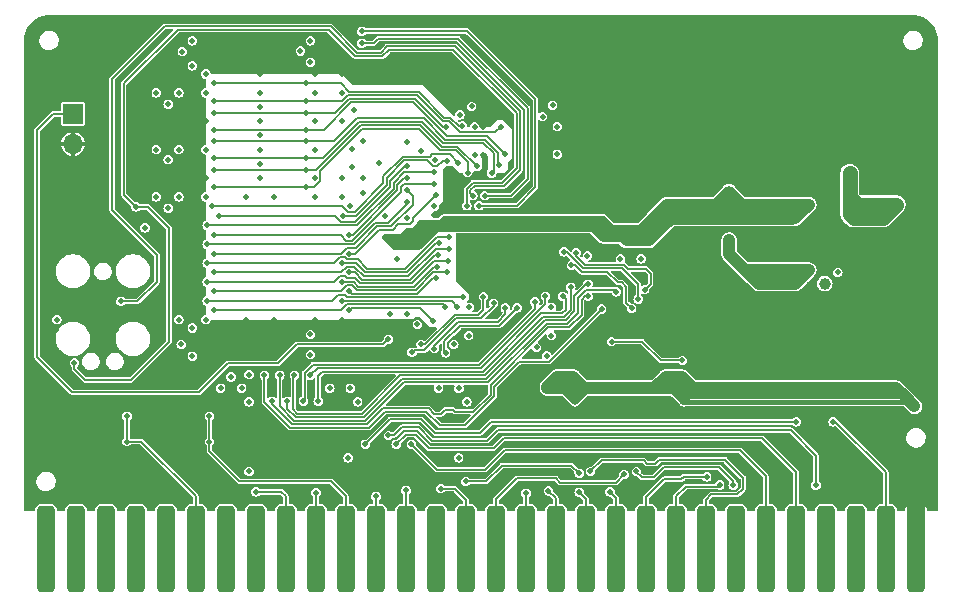
<source format=gbl>
G04 #@! TF.GenerationSoftware,KiCad,Pcbnew,7.0.10*
G04 #@! TF.CreationDate,2024-02-07T20:48:24-05:00*
G04 #@! TF.ProjectId,RAM2E,52414d32-452e-46b6-9963-61645f706362,2.1*
G04 #@! TF.SameCoordinates,Original*
G04 #@! TF.FileFunction,Copper,L4,Bot*
G04 #@! TF.FilePolarity,Positive*
%FSLAX46Y46*%
G04 Gerber Fmt 4.6, Leading zero omitted, Abs format (unit mm)*
G04 Created by KiCad (PCBNEW 7.0.10) date 2024-02-07 20:48:24*
%MOMM*%
%LPD*%
G01*
G04 APERTURE LIST*
G04 Aperture macros list*
%AMRoundRect*
0 Rectangle with rounded corners*
0 $1 Rounding radius*
0 $2 $3 $4 $5 $6 $7 $8 $9 X,Y pos of 4 corners*
0 Add a 4 corners polygon primitive as box body*
4,1,4,$2,$3,$4,$5,$6,$7,$8,$9,$2,$3,0*
0 Add four circle primitives for the rounded corners*
1,1,$1+$1,$2,$3*
1,1,$1+$1,$4,$5*
1,1,$1+$1,$6,$7*
1,1,$1+$1,$8,$9*
0 Add four rect primitives between the rounded corners*
20,1,$1+$1,$2,$3,$4,$5,0*
20,1,$1+$1,$4,$5,$6,$7,0*
20,1,$1+$1,$6,$7,$8,$9,0*
20,1,$1+$1,$8,$9,$2,$3,0*%
G04 Aperture macros list end*
G04 #@! TA.AperFunction,SMDPad,CuDef*
%ADD10RoundRect,0.381000X0.381000X3.289000X-0.381000X3.289000X-0.381000X-3.289000X0.381000X-3.289000X0*%
G04 #@! TD*
G04 #@! TA.AperFunction,ComponentPad*
%ADD11C,2.000000*%
G04 #@! TD*
G04 #@! TA.AperFunction,ComponentPad*
%ADD12R,1.700000X1.700000*%
G04 #@! TD*
G04 #@! TA.AperFunction,ComponentPad*
%ADD13O,1.700000X1.700000*%
G04 #@! TD*
G04 #@! TA.AperFunction,ViaPad*
%ADD14C,0.500000*%
G04 #@! TD*
G04 #@! TA.AperFunction,ViaPad*
%ADD15C,0.600000*%
G04 #@! TD*
G04 #@! TA.AperFunction,ViaPad*
%ADD16C,1.000000*%
G04 #@! TD*
G04 #@! TA.AperFunction,ViaPad*
%ADD17C,0.800000*%
G04 #@! TD*
G04 #@! TA.AperFunction,Conductor*
%ADD18C,1.270000*%
G04 #@! TD*
G04 #@! TA.AperFunction,Conductor*
%ADD19C,0.500000*%
G04 #@! TD*
G04 #@! TA.AperFunction,Conductor*
%ADD20C,0.508000*%
G04 #@! TD*
G04 #@! TA.AperFunction,Conductor*
%ADD21C,1.000000*%
G04 #@! TD*
G04 #@! TA.AperFunction,Conductor*
%ADD22C,0.650000*%
G04 #@! TD*
G04 #@! TA.AperFunction,Conductor*
%ADD23C,0.450000*%
G04 #@! TD*
G04 #@! TA.AperFunction,Conductor*
%ADD24C,1.524000*%
G04 #@! TD*
G04 #@! TA.AperFunction,Conductor*
%ADD25C,0.150000*%
G04 #@! TD*
G04 #@! TA.AperFunction,Conductor*
%ADD26C,0.152400*%
G04 #@! TD*
G04 #@! TA.AperFunction,Conductor*
%ADD27C,0.800000*%
G04 #@! TD*
G04 #@! TA.AperFunction,Conductor*
%ADD28C,0.600000*%
G04 #@! TD*
G04 APERTURE END LIST*
D10*
X274320000Y-135282000D03*
X271780000Y-135282000D03*
X269240000Y-135282000D03*
X266700000Y-135282000D03*
X264160000Y-135282000D03*
X261620000Y-135282000D03*
X259080000Y-135282000D03*
X256540000Y-135282000D03*
X254000000Y-135282000D03*
X251460000Y-135282000D03*
X248920000Y-135282000D03*
X246380000Y-135282000D03*
X243840000Y-135282000D03*
X241300000Y-135282000D03*
X238760000Y-135282000D03*
X236220000Y-135282000D03*
X233680000Y-135282000D03*
X231140000Y-135282000D03*
X228600000Y-135282000D03*
X226060000Y-135282000D03*
X223520000Y-135282000D03*
X220980000Y-135282000D03*
X218440000Y-135282000D03*
X215900000Y-135282000D03*
X213360000Y-135282000D03*
X210820000Y-135282000D03*
X208280000Y-135282000D03*
X205740000Y-135282000D03*
X203200000Y-135282000D03*
X200660000Y-135282000D03*
D11*
X274320000Y-128397000D03*
D12*
X202946000Y-98425000D03*
D13*
X202946000Y-100965000D03*
D14*
X245450000Y-122800000D03*
X243925000Y-120700000D03*
X244825000Y-121650000D03*
X245450000Y-120500000D03*
X254650000Y-122800000D03*
X253125000Y-120700000D03*
X254025000Y-121650000D03*
X254650000Y-120500000D03*
D15*
X269800000Y-106100000D03*
D16*
X272650000Y-106100000D03*
X271350000Y-107250000D03*
D15*
X268700000Y-106900000D03*
D16*
X274193000Y-123190000D03*
D14*
X243100000Y-121650000D03*
X252300000Y-121650000D03*
D15*
X268700000Y-103450000D03*
D14*
X222250000Y-131191000D03*
X224790000Y-131191000D03*
X227330000Y-131191000D03*
X229870000Y-131191000D03*
X232410000Y-131191000D03*
X234950000Y-131191000D03*
X217170000Y-131191000D03*
X214630000Y-131191000D03*
X212090000Y-131191000D03*
X209550000Y-131191000D03*
X275844000Y-131191000D03*
X270510000Y-131191000D03*
X265430000Y-131191000D03*
X262890000Y-131191000D03*
X260350000Y-131191000D03*
X257810000Y-131191000D03*
X255270000Y-131191000D03*
X252730000Y-131191000D03*
X250190000Y-131191000D03*
X247650000Y-131191000D03*
X245110000Y-131191000D03*
X242570000Y-131191000D03*
X240030000Y-131191000D03*
X237490000Y-131191000D03*
X275844000Y-118364000D03*
X275844000Y-98044000D03*
X275844000Y-93091000D03*
X199136000Y-93091000D03*
X267970000Y-90424000D03*
X262890000Y-90424000D03*
X257810000Y-90424000D03*
X252730000Y-90424000D03*
X242570000Y-90424000D03*
X247650000Y-90424000D03*
X237998000Y-90424000D03*
X226949000Y-90424000D03*
X232410000Y-90424000D03*
X221551500Y-90424000D03*
X210502500Y-90423999D03*
X215582500Y-90424000D03*
X206756000Y-90424000D03*
X202057000Y-90424000D03*
X199771000Y-90932000D03*
X199136000Y-128270000D03*
X199136000Y-122555000D03*
X199136000Y-117475000D03*
X199136000Y-112395000D03*
X199136000Y-107315000D03*
X275209000Y-90932000D03*
X235625000Y-123150000D03*
X233750000Y-123150000D03*
X244825000Y-123150000D03*
X242950000Y-123150000D03*
X254025000Y-123150000D03*
X252150000Y-123150000D03*
X215350000Y-123150000D03*
X216325000Y-124100000D03*
X217225000Y-123150000D03*
X226425000Y-123150000D03*
X224550000Y-123150000D03*
X232750000Y-118950000D03*
X245050000Y-97650000D03*
X250750000Y-107100000D03*
X211900000Y-103850000D03*
X223400000Y-115850000D03*
X246500000Y-109750000D03*
X214200000Y-99050000D03*
X249750000Y-106150000D03*
X237200000Y-114750000D03*
X225700000Y-115850000D03*
X214200000Y-103850000D03*
X211000000Y-99000000D03*
X211000000Y-103100000D03*
X244650000Y-99500000D03*
X210000000Y-103950000D03*
X248850000Y-107350000D03*
X244650000Y-101850000D03*
X237650000Y-101900000D03*
X233550000Y-106950000D03*
X226400000Y-106200000D03*
X244150000Y-114800000D03*
X245400000Y-118200000D03*
X223400000Y-95050000D03*
X225700000Y-95050000D03*
X225700000Y-105450000D03*
X223400000Y-101450000D03*
X223400000Y-105450000D03*
X223400000Y-96650000D03*
X225700000Y-96650000D03*
X238400000Y-117900000D03*
X255450000Y-119500000D03*
X253550000Y-117600000D03*
X229000000Y-92550000D03*
X241500000Y-118900000D03*
X230250000Y-124800000D03*
X250350000Y-102450000D03*
X247400000Y-98600000D03*
X247800000Y-99900000D03*
X250450000Y-116300000D03*
X211650000Y-113200000D03*
X265303000Y-123450000D03*
X204470000Y-131191000D03*
X199136000Y-131191000D03*
X201930000Y-131191000D03*
X207010000Y-131191000D03*
X267970000Y-131191000D03*
X237150000Y-117200000D03*
X237650000Y-99500000D03*
X229350000Y-107100000D03*
X228250000Y-91900000D03*
X244850000Y-105250000D03*
X234600000Y-103100000D03*
X275844000Y-123444000D03*
X229870000Y-93599000D03*
X201676000Y-125095000D03*
X204216000Y-122555000D03*
X205486000Y-120142000D03*
X205486000Y-110490000D03*
X209296000Y-122555000D03*
X206756000Y-125095000D03*
X273050000Y-95504000D03*
X211836000Y-125285500D03*
X211836000Y-120015000D03*
X272923000Y-90424000D03*
X218650000Y-125900000D03*
X238900000Y-98550000D03*
X242650000Y-99350000D03*
X247000000Y-119750000D03*
X233600000Y-102350000D03*
X217150000Y-126750000D03*
X253550000Y-111050000D03*
X220000000Y-105450000D03*
X217600000Y-105450000D03*
X218800000Y-103850000D03*
X218800000Y-101450000D03*
X218800000Y-99050000D03*
X218800000Y-96650000D03*
X218800000Y-95050000D03*
X218800000Y-102650000D03*
X218800000Y-97850000D03*
X218800000Y-100250000D03*
X220000000Y-115850000D03*
X217600000Y-115850000D03*
X246000000Y-119650000D03*
X242800000Y-120550000D03*
X209931000Y-107696000D03*
X205486000Y-106680000D03*
X199136000Y-102235000D03*
X199136000Y-97155000D03*
X201676000Y-94615000D03*
X201676000Y-104775000D03*
X206756000Y-99695000D03*
X206756000Y-104775000D03*
X219710000Y-92964000D03*
D16*
X269300000Y-112800000D03*
D14*
X270510000Y-98044000D03*
X265430000Y-98044000D03*
X260350000Y-98044000D03*
X255270000Y-98044000D03*
X250190000Y-98044000D03*
X267970000Y-100584000D03*
X262890000Y-100584000D03*
X257810000Y-100584000D03*
X273050000Y-100584000D03*
X252730000Y-100584000D03*
X255270000Y-103124000D03*
X275844000Y-113284000D03*
X275844000Y-103124000D03*
D16*
X267950000Y-113950000D03*
X265250000Y-113950000D03*
X262550000Y-113950000D03*
X259850000Y-113950000D03*
D14*
X275844000Y-108204000D03*
X263144000Y-125730000D03*
X273050000Y-131699000D03*
D16*
X258500000Y-112800000D03*
D14*
X214550000Y-94050000D03*
X215400000Y-93150000D03*
X214550000Y-92250000D03*
X230350000Y-110750000D03*
X228850000Y-102550000D03*
X214550000Y-116950000D03*
X214550000Y-118950000D03*
X241300000Y-120150000D03*
X235800000Y-109750000D03*
X240950000Y-103700000D03*
X241600000Y-104450000D03*
X240000000Y-102700000D03*
X241000000Y-106500000D03*
X241450000Y-97250000D03*
X242150000Y-96550000D03*
X226300000Y-91300000D03*
X246100000Y-106600000D03*
X245050000Y-108850000D03*
X209423000Y-92964000D03*
X206756000Y-94234000D03*
X262763000Y-120650000D03*
X267843000Y-115570000D03*
X270383000Y-118110000D03*
X267843000Y-120650000D03*
X272923000Y-115570000D03*
X262763000Y-115570000D03*
X265303000Y-118110000D03*
X257683000Y-115570000D03*
X260223000Y-118110000D03*
X272923000Y-120650000D03*
X270383000Y-123450000D03*
X260223000Y-123450000D03*
D15*
X269800000Y-105000000D03*
X271350000Y-103450000D03*
X267600000Y-105150000D03*
D16*
X272650000Y-104400000D03*
X263900000Y-108800000D03*
D14*
X227500000Y-100750000D03*
X234750000Y-124150000D03*
X267700000Y-109850000D03*
X261150000Y-127550000D03*
X219710000Y-131191000D03*
X228350000Y-128700000D03*
X254250000Y-128850000D03*
X251200000Y-112200000D03*
D16*
X259850000Y-104400000D03*
D14*
X224550000Y-94350000D03*
X260500000Y-126400000D03*
X254650000Y-126400000D03*
X260500000Y-128700000D03*
X252730000Y-95504000D03*
X237000000Y-122800000D03*
X223700000Y-128650000D03*
X227475000Y-105150000D03*
X237350000Y-118950000D03*
X233550000Y-127550000D03*
X250250000Y-113000000D03*
X251950000Y-127550000D03*
X202819000Y-106934000D03*
X242750000Y-127550000D03*
X210000000Y-99950000D03*
X242100000Y-128700000D03*
X226600000Y-101400000D03*
X250190000Y-92964000D03*
X231250000Y-107250000D03*
X247650000Y-95504000D03*
X244550000Y-119000000D03*
X232410000Y-95504000D03*
X224550000Y-116550000D03*
D16*
X269050000Y-124850000D03*
D14*
X202819000Y-109220000D03*
X218500000Y-122800000D03*
X232900000Y-128700000D03*
D16*
X265200000Y-104400000D03*
D14*
X249300000Y-112200000D03*
X224550000Y-118800000D03*
X206930000Y-113050000D03*
X201930000Y-108077000D03*
X242150000Y-126400000D03*
X237900000Y-97800000D03*
X245900000Y-98650000D03*
X215500000Y-117950000D03*
D16*
X261200000Y-108800000D03*
D14*
X251300000Y-126400000D03*
X225400000Y-93150000D03*
D16*
X259850000Y-109950000D03*
D14*
X229750000Y-115350000D03*
X232400000Y-101550000D03*
X269050000Y-127350000D03*
D16*
X271350000Y-113650000D03*
D14*
X244150000Y-117200000D03*
X248850000Y-109800000D03*
X204030000Y-114300000D03*
D16*
X266600000Y-108800000D03*
D14*
X211000000Y-94200000D03*
D16*
X263900000Y-103250000D03*
D14*
X223700000Y-126400000D03*
D16*
X267850000Y-126200000D03*
X262600000Y-104400000D03*
X272700000Y-112500000D03*
X265250000Y-109950000D03*
D14*
X210000000Y-95150000D03*
D16*
X261200000Y-103250000D03*
X262550000Y-109950000D03*
D14*
X224550000Y-92250000D03*
X245450000Y-126400000D03*
X227700000Y-122800000D03*
X230300000Y-126400000D03*
X231600000Y-126400000D03*
X257700000Y-129850000D03*
X256600000Y-129150000D03*
X243200000Y-130350000D03*
X241300000Y-130550000D03*
X214503000Y-124015500D03*
X214503000Y-126174500D03*
X265850000Y-129850000D03*
X229650000Y-125650000D03*
X218440000Y-130429000D03*
X234100000Y-130150000D03*
X231140000Y-130302000D03*
X228600000Y-130810000D03*
X223520000Y-130500000D03*
X267300000Y-124500000D03*
X249600000Y-128950000D03*
X245800000Y-130450000D03*
X248412000Y-130429000D03*
X246750000Y-128700000D03*
X250650000Y-128700000D03*
X258850000Y-129850000D03*
X245800000Y-128850000D03*
X236200000Y-129550000D03*
X236300000Y-122800000D03*
X235625000Y-121650000D03*
X217850000Y-120500000D03*
X215450000Y-121650000D03*
X217225000Y-121650000D03*
X216325000Y-120700000D03*
X217850000Y-122800000D03*
X226425000Y-121650000D03*
X227050000Y-122800000D03*
X214200000Y-101450000D03*
X214200000Y-96650000D03*
X211900000Y-101450000D03*
X211900000Y-105450000D03*
X211900000Y-115850000D03*
X214200000Y-115850000D03*
X246500000Y-110450000D03*
X211900000Y-96650000D03*
X210000000Y-105450000D03*
X243950000Y-99500000D03*
X214200000Y-95050000D03*
X211000000Y-102300000D03*
X211000000Y-106400000D03*
X226600000Y-102900000D03*
X243450000Y-114800000D03*
X243950000Y-101850000D03*
X233550000Y-106250000D03*
X236950000Y-101900000D03*
X242200000Y-118200000D03*
X223400000Y-99050000D03*
X223400000Y-103850000D03*
X225700000Y-99050000D03*
X225700000Y-103850000D03*
X236500000Y-114800000D03*
X213050000Y-92250000D03*
X212200000Y-93150000D03*
X213050000Y-116550000D03*
X213050000Y-118950000D03*
X212100000Y-117950000D03*
X231250000Y-100800000D03*
X249300000Y-110700000D03*
X235200000Y-117950000D03*
X226250000Y-127550000D03*
X209042000Y-108077000D03*
X236700000Y-97800000D03*
X236950000Y-99500000D03*
D16*
X265250000Y-111650000D03*
D14*
X235600000Y-127550000D03*
X210000000Y-101450000D03*
X210000000Y-96650000D03*
X223050000Y-94050000D03*
X224700000Y-121650000D03*
X267700000Y-111850000D03*
X217850000Y-128700000D03*
X235700000Y-98500000D03*
X213050000Y-94350000D03*
X223050000Y-117100000D03*
X251050000Y-110700000D03*
X232100000Y-116250000D03*
X231250000Y-115350000D03*
X243550000Y-97700000D03*
X223050000Y-118800000D03*
X236450000Y-117200000D03*
X243050000Y-118900000D03*
D16*
X258500000Y-109100000D03*
X266600000Y-112800000D03*
X263900000Y-112800000D03*
D14*
X211000000Y-97600000D03*
X242700000Y-98650000D03*
X222200000Y-93100000D03*
D16*
X261200000Y-112800000D03*
D14*
X226750000Y-98100000D03*
D16*
X259850000Y-111650000D03*
X262550000Y-111650000D03*
D14*
X243450000Y-117200000D03*
X223050000Y-92250000D03*
X214200000Y-105450000D03*
X201580000Y-115850000D03*
X233900000Y-121650000D03*
X227500000Y-103850000D03*
X236800000Y-105350000D03*
X207010000Y-114300000D03*
X236300000Y-106200000D03*
X203073000Y-119507000D03*
X208280000Y-106299000D03*
X237800000Y-105350000D03*
X227400000Y-92450000D03*
X237300000Y-106200000D03*
X227400000Y-91440000D03*
X222700000Y-102150000D03*
X214900000Y-102150000D03*
X238400000Y-103450000D03*
X222700000Y-100750000D03*
X214900000Y-100750000D03*
X239050000Y-102750000D03*
X222700000Y-99750000D03*
X214900000Y-99750000D03*
X239550000Y-101850000D03*
X222700000Y-98350000D03*
X234550000Y-99550000D03*
X214900000Y-98350000D03*
X222700000Y-104650000D03*
X214900000Y-104650000D03*
X236350000Y-103400000D03*
X222700000Y-103150000D03*
X214900000Y-103150000D03*
X237150000Y-102850000D03*
X222700000Y-95850000D03*
X235900000Y-99450000D03*
X214900000Y-95850000D03*
X222700000Y-97350000D03*
X214900000Y-97350000D03*
X239150000Y-99500000D03*
X225800000Y-107050000D03*
X234600000Y-102400000D03*
X231200000Y-102850000D03*
X215300000Y-107050000D03*
X233550000Y-103350000D03*
X214300000Y-107850000D03*
X231200000Y-103850000D03*
X226300000Y-108650000D03*
X233550000Y-104350000D03*
X214850000Y-108650000D03*
X231200000Y-104850000D03*
X214850000Y-110250000D03*
X233700000Y-105300000D03*
X226350000Y-110250000D03*
X231200000Y-105850000D03*
X214300000Y-109450000D03*
X214300000Y-111050000D03*
X234800000Y-108850000D03*
X225750000Y-111050000D03*
X233950000Y-109350000D03*
X214850000Y-111850000D03*
X234800000Y-109850000D03*
X226350000Y-111850000D03*
X233850000Y-110350000D03*
X214300000Y-112650000D03*
X234700000Y-110850000D03*
X225750000Y-112650000D03*
X233750000Y-111350000D03*
X214850000Y-113450000D03*
X234600000Y-111850000D03*
X226350000Y-113450000D03*
X233650000Y-112350000D03*
X226350000Y-115050000D03*
X233450000Y-116000000D03*
X214850000Y-115050000D03*
X234450000Y-114750000D03*
X225750000Y-114250000D03*
X235500000Y-114750000D03*
X214300000Y-114250000D03*
X236000000Y-113900000D03*
X232400000Y-117950000D03*
X237700000Y-113900000D03*
X238550000Y-114450000D03*
X231650000Y-118600000D03*
X239550000Y-114850000D03*
X233550000Y-118300000D03*
X240550000Y-114850000D03*
X234500000Y-118650000D03*
X235550000Y-102550000D03*
X214750000Y-106250000D03*
X246550000Y-113850000D03*
X219800000Y-122750000D03*
X247700000Y-114950000D03*
X219150000Y-120550000D03*
X221700000Y-120550000D03*
X245100000Y-113100000D03*
X246550000Y-112850000D03*
X221100000Y-122750000D03*
X222450000Y-122750000D03*
X242050000Y-114350000D03*
X223700000Y-122750000D03*
X244400000Y-113850000D03*
X223050000Y-120550000D03*
X242950000Y-113850000D03*
X248950000Y-113500000D03*
X220450000Y-120550000D03*
X250250000Y-114900000D03*
X245150000Y-111250000D03*
X245550000Y-110200000D03*
X251350000Y-113300000D03*
X244500000Y-110100000D03*
X250800000Y-114100000D03*
X248550000Y-117700000D03*
X254550000Y-119300000D03*
X207518000Y-126174500D03*
X207518000Y-124015500D03*
D17*
X250750000Y-108600000D03*
D14*
X231250000Y-108350000D03*
D17*
X230350000Y-109550000D03*
D14*
X248850000Y-108350000D03*
X233750000Y-108000000D03*
X229350000Y-108850000D03*
D16*
X263900000Y-107250000D03*
X259850000Y-106100000D03*
X258500000Y-105000000D03*
X265250000Y-106100000D03*
X261200000Y-107300000D03*
D14*
X249750000Y-109400000D03*
D16*
X262600000Y-106100000D03*
D14*
X229650000Y-117500000D03*
X227700000Y-126400000D03*
X264200000Y-124500000D03*
D18*
X269500000Y-106100000D02*
X268700000Y-106900000D01*
X271350000Y-107250000D02*
X270200000Y-106100000D01*
X271350000Y-107250000D02*
X272500000Y-106100000D01*
X272650000Y-106100000D02*
X271500000Y-107250000D01*
X272500000Y-106100000D02*
X272650000Y-106100000D01*
X269050000Y-107250000D02*
X268700000Y-106900000D01*
X271500000Y-107250000D02*
X271350000Y-107250000D01*
X271350000Y-107250000D02*
X269050000Y-107250000D01*
X272650000Y-106100000D02*
X269500000Y-106100000D01*
X270200000Y-106100000D02*
X269800000Y-106100000D01*
D19*
X255100000Y-122350000D02*
X273350000Y-122350000D01*
D20*
X254025000Y-121650000D02*
X254025000Y-122175000D01*
X245450000Y-122800000D02*
X245450000Y-120500000D01*
D21*
X253125000Y-120700000D02*
X252175000Y-121650000D01*
D22*
X268700000Y-103450000D02*
X268700000Y-105050000D01*
D21*
X252300000Y-121650000D02*
X244825000Y-121650000D01*
D19*
X245450000Y-120500000D02*
X245550000Y-120600000D01*
D20*
X254025000Y-121125000D02*
X254650000Y-120500000D01*
D19*
X245350000Y-120600000D02*
X245350000Y-122700000D01*
X254650000Y-120500000D02*
X254750000Y-120600000D01*
D20*
X254025000Y-121650000D02*
X254025000Y-121125000D01*
D21*
X254025000Y-121600000D02*
X254025000Y-121650000D01*
D23*
X254650000Y-122800000D02*
X273803000Y-122800000D01*
D19*
X254650000Y-120500000D02*
X255800000Y-121650000D01*
D21*
X253125000Y-120700000D02*
X254500000Y-120700000D01*
D22*
X269750000Y-106100000D02*
X272650000Y-106100000D01*
D19*
X245450000Y-120500000D02*
X245350000Y-120600000D01*
X246600000Y-121650000D02*
X252300000Y-121650000D01*
D20*
X254650000Y-122800000D02*
X254650000Y-120500000D01*
D19*
X244300000Y-121650000D02*
X245450000Y-122800000D01*
D21*
X274193000Y-123190000D02*
X273351500Y-122348500D01*
X245550000Y-120950000D02*
X245550000Y-121650000D01*
D19*
X273350000Y-122350000D02*
X273351500Y-122348500D01*
D21*
X243100000Y-121650000D02*
X243100000Y-121525000D01*
D19*
X245450000Y-122800000D02*
X246600000Y-121650000D01*
X245550000Y-120600000D02*
X245550000Y-121650000D01*
X245550000Y-122700000D02*
X245450000Y-122800000D01*
D21*
X243100000Y-121525000D02*
X243925000Y-120700000D01*
X254500000Y-120700000D02*
X255450000Y-121650000D01*
D18*
X268700000Y-103450000D02*
X268700000Y-106900000D01*
D19*
X252300000Y-121650000D02*
X253500000Y-121650000D01*
X254550000Y-120600000D02*
X254550000Y-122700000D01*
X253500000Y-121650000D02*
X254650000Y-122800000D01*
X254750000Y-122700000D02*
X254650000Y-122800000D01*
D20*
X244825000Y-122175000D02*
X245450000Y-122800000D01*
D19*
X245350000Y-122700000D02*
X245450000Y-122800000D01*
D20*
X244825000Y-121650000D02*
X244825000Y-121125000D01*
D19*
X254650000Y-122800000D02*
X255100000Y-122350000D01*
X245450000Y-120500000D02*
X246600000Y-121650000D01*
D20*
X254025000Y-122175000D02*
X254650000Y-122800000D01*
D19*
X254650000Y-120500000D02*
X254550000Y-120600000D01*
X255100000Y-122350000D02*
X255800000Y-121650000D01*
X245550000Y-121650000D02*
X245550000Y-122700000D01*
X254750000Y-120600000D02*
X254750000Y-122700000D01*
D21*
X273351500Y-122348500D02*
X272653000Y-121650000D01*
D19*
X254550000Y-122700000D02*
X254650000Y-122800000D01*
X244825000Y-121600000D02*
X244825000Y-121650000D01*
D21*
X244825000Y-121650000D02*
X243100000Y-121650000D01*
D19*
X244300000Y-121650000D02*
X245450000Y-120500000D01*
D20*
X244825000Y-121125000D02*
X245450000Y-120500000D01*
D21*
X254025000Y-121650000D02*
X252300000Y-121650000D01*
D19*
X243100000Y-121650000D02*
X244300000Y-121650000D01*
D21*
X252175000Y-121650000D02*
X244825000Y-121650000D01*
X272653000Y-121650000D02*
X254025000Y-121650000D01*
X245300000Y-120700000D02*
X245550000Y-120950000D01*
D19*
X243925000Y-120700000D02*
X244825000Y-121600000D01*
D22*
X268700000Y-105050000D02*
X269750000Y-106100000D01*
D20*
X244825000Y-121650000D02*
X244825000Y-122175000D01*
D21*
X243925000Y-120700000D02*
X245300000Y-120700000D01*
D23*
X273803000Y-122800000D02*
X274193000Y-123190000D01*
D21*
X253125000Y-120700000D02*
X254025000Y-121600000D01*
D19*
X237850000Y-102100000D02*
X237850000Y-103100000D01*
X237749999Y-103200001D02*
X237749999Y-103749999D01*
X237850000Y-103100000D02*
X237749999Y-103200001D01*
X237850000Y-103100000D02*
X237600000Y-103500000D01*
X237600000Y-103500000D02*
X237000000Y-103500000D01*
X237650000Y-101900000D02*
X237850000Y-102100000D01*
D24*
X274320000Y-135282000D02*
X274320000Y-128397000D01*
D19*
X237850000Y-103100000D02*
X237450000Y-103500000D01*
D25*
X261300000Y-125900000D02*
X264160000Y-128760000D01*
X231100000Y-125600000D02*
X231950000Y-125600000D01*
X231950000Y-125600000D02*
X233100000Y-126750000D01*
X230300000Y-126400000D02*
X231100000Y-125600000D01*
X233100000Y-126750000D02*
X238550000Y-126750000D01*
X238550000Y-126750000D02*
X239400000Y-125900000D01*
X239400000Y-125900000D02*
X261300000Y-125900000D01*
X264160000Y-128760000D02*
X264160000Y-135282000D01*
X239500000Y-126900000D02*
X259400000Y-126900000D01*
X261620000Y-130810000D02*
X261620000Y-135282000D01*
X231600000Y-126400000D02*
X233750000Y-128550000D01*
X259400000Y-126900000D02*
X261620000Y-129120000D01*
X261620000Y-129120000D02*
X261620000Y-130810000D01*
X237850000Y-128550000D02*
X239500000Y-126900000D01*
X233750000Y-128550000D02*
X237850000Y-128550000D01*
X257700000Y-129850000D02*
X257550000Y-130000000D01*
X257550000Y-130000000D02*
X254810000Y-130000000D01*
X254810000Y-130000000D02*
X254000000Y-130810000D01*
D26*
X254000000Y-130810000D02*
X254000000Y-135382000D01*
D25*
X254450000Y-129350000D02*
X253000000Y-129350000D01*
X253000000Y-129350000D02*
X251460000Y-130890000D01*
X256600000Y-129150000D02*
X254650000Y-129150000D01*
X254650000Y-129150000D02*
X254450000Y-129350000D01*
X251460000Y-130890000D02*
X251460000Y-135282000D01*
X243840000Y-130990000D02*
X243840000Y-135282000D01*
X243200000Y-130350000D02*
X243840000Y-130990000D01*
X241300000Y-130810000D02*
X241300000Y-130550000D01*
D26*
X241300000Y-130810000D02*
X241300000Y-135382000D01*
D25*
X214503000Y-126174500D02*
X214503000Y-127000000D01*
D26*
X226060000Y-130810000D02*
X226060000Y-135382000D01*
D25*
X224790000Y-129540000D02*
X226060000Y-130810000D01*
X214503000Y-127000000D02*
X217043000Y-129540000D01*
X214503000Y-126174500D02*
X214503000Y-124015500D01*
X217043000Y-129540000D02*
X224790000Y-129540000D01*
X238900000Y-125200000D02*
X263700000Y-125200000D01*
X263700000Y-125200000D02*
X265850000Y-127350000D01*
X230800000Y-124950000D02*
X232200000Y-124950000D01*
X229650000Y-125650000D02*
X230100000Y-125650000D01*
X230100000Y-125650000D02*
X230800000Y-124950000D01*
X238000000Y-126100000D02*
X238900000Y-125200000D01*
X232200000Y-124950000D02*
X233350000Y-126100000D01*
X233350000Y-126100000D02*
X238000000Y-126100000D01*
X265850000Y-127350000D02*
X265850000Y-129850000D01*
X220599000Y-130429000D02*
X218440000Y-130429000D01*
X220980000Y-130810000D02*
X220599000Y-130429000D01*
X220980000Y-135282000D02*
X220980000Y-130810000D01*
D26*
X234100000Y-130150000D02*
X235250000Y-130150000D01*
X236220000Y-131120000D02*
X236220000Y-135382000D01*
X235250000Y-130150000D02*
X236220000Y-131120000D01*
X231140000Y-135382000D02*
X231140000Y-130302000D01*
X228600000Y-135382000D02*
X228600000Y-130810000D01*
X223520000Y-135382000D02*
X223520000Y-130500000D01*
D25*
X271780000Y-128780000D02*
X271780000Y-135282000D01*
X267500000Y-124500000D02*
X271780000Y-128780000D01*
X267300000Y-124500000D02*
X267500000Y-124500000D01*
X243840000Y-129286000D02*
X240538000Y-129286000D01*
X240538000Y-129286000D02*
X238760000Y-131064000D01*
X249600000Y-128950000D02*
X248900000Y-129650000D01*
X238760000Y-131064000D02*
X238760000Y-135282000D01*
X244204000Y-129650000D02*
X243840000Y-129286000D01*
X248900000Y-129650000D02*
X244204000Y-129650000D01*
X246380000Y-131030000D02*
X246380000Y-135282000D01*
X245800000Y-130450000D02*
X246380000Y-131030000D01*
X248920000Y-130937000D02*
X248920000Y-135282000D01*
X248412000Y-130429000D02*
X248920000Y-130937000D01*
X247700000Y-127750000D02*
X251250000Y-127750000D01*
X251550000Y-128050000D02*
X252250000Y-128050000D01*
X259700000Y-129250000D02*
X259700000Y-130150000D01*
X258150000Y-127700000D02*
X259700000Y-129250000D01*
X251250000Y-127750000D02*
X251550000Y-128050000D01*
X256540000Y-131110000D02*
X256540000Y-135282000D01*
X252600000Y-127700000D02*
X258150000Y-127700000D01*
X257000000Y-130650000D02*
X256540000Y-131110000D01*
X259700000Y-130150000D02*
X259200000Y-130650000D01*
X246750000Y-128700000D02*
X247700000Y-127750000D01*
X259200000Y-130650000D02*
X257000000Y-130650000D01*
X252250000Y-128050000D02*
X252600000Y-127700000D01*
X251100000Y-129200000D02*
X250650000Y-128750000D01*
X257650000Y-128350000D02*
X252950000Y-128350000D01*
X252950000Y-128350000D02*
X252100000Y-129200000D01*
X258850000Y-129850000D02*
X258850000Y-129550000D01*
X250650000Y-128750000D02*
X250650000Y-128700000D01*
X258850000Y-129550000D02*
X257650000Y-128350000D01*
X252100000Y-129200000D02*
X251100000Y-129200000D01*
X245150000Y-128200000D02*
X245800000Y-128850000D01*
X236200000Y-129550000D02*
X237900000Y-129550000D01*
X239250000Y-128200000D02*
X245150000Y-128200000D01*
X237900000Y-129550000D02*
X239250000Y-128200000D01*
D21*
X258500000Y-110300000D02*
X259850000Y-111650000D01*
X261000000Y-112800000D02*
X261200000Y-112800000D01*
X260450000Y-112250000D02*
X264650000Y-112250000D01*
X264100000Y-112800000D02*
X264650000Y-112250000D01*
X264650000Y-112250000D02*
X265250000Y-111650000D01*
X261200000Y-112800000D02*
X263900000Y-112800000D01*
X263900000Y-112800000D02*
X264100000Y-112800000D01*
X259850000Y-111650000D02*
X260450000Y-112250000D01*
X259850000Y-111650000D02*
X265250000Y-111650000D01*
X258500000Y-109100000D02*
X258500000Y-110300000D01*
X259850000Y-111650000D02*
X261000000Y-112800000D01*
D25*
X239400000Y-104550000D02*
X240800000Y-103150000D01*
X236600000Y-104900000D02*
X236950000Y-104550000D01*
X229000000Y-93250000D02*
X227000000Y-93250000D01*
X210058000Y-110363000D02*
X210058000Y-112649000D01*
X210700000Y-91000000D02*
X206250000Y-95450000D01*
X236950000Y-104550000D02*
X239400000Y-104550000D01*
X206250000Y-95450000D02*
X206250000Y-106555000D01*
X210058000Y-112649000D02*
X208407000Y-114300000D01*
X236600000Y-105150000D02*
X236600000Y-104900000D01*
X236800000Y-105350000D02*
X236600000Y-105150000D01*
X208407000Y-114300000D02*
X207010000Y-114300000D01*
X235300000Y-92700000D02*
X229550000Y-92700000D01*
X240800000Y-103150000D02*
X240800000Y-98200000D01*
X240800000Y-98200000D02*
X235300000Y-92700000D01*
X206250000Y-106555000D02*
X210058000Y-110363000D01*
X229550000Y-92700000D02*
X229000000Y-93250000D01*
X227000000Y-93250000D02*
X224750000Y-91000000D01*
X224750000Y-91000000D02*
X210700000Y-91000000D01*
X236800000Y-104250000D02*
X236300000Y-104750000D01*
X224600000Y-91300000D02*
X226850000Y-93550000D01*
X240500000Y-103000000D02*
X239250000Y-104250000D01*
X208280000Y-106299000D02*
X209296000Y-106299000D01*
X226850000Y-93550000D02*
X229150000Y-93550000D01*
X211074000Y-117729000D02*
X207853000Y-120950000D01*
X203073000Y-120042500D02*
X203073000Y-119507000D01*
X207250000Y-95850000D02*
X211800000Y-91300000D01*
X211074000Y-108077000D02*
X211074000Y-117729000D01*
X203980500Y-120950000D02*
X203073000Y-120042500D01*
X208280000Y-106299000D02*
X207250000Y-105269000D01*
X235150000Y-93000000D02*
X240500000Y-98350000D01*
X207853000Y-120950000D02*
X203980500Y-120950000D01*
X211800000Y-91300000D02*
X224600000Y-91300000D01*
X229150000Y-93550000D02*
X229700000Y-93000000D01*
X209296000Y-106299000D02*
X211074000Y-108077000D01*
X207250000Y-105269000D02*
X207250000Y-95850000D01*
X236300000Y-104750000D02*
X236300000Y-106200000D01*
X229700000Y-93000000D02*
X235150000Y-93000000D01*
X239250000Y-104250000D02*
X236800000Y-104250000D01*
X240500000Y-98350000D02*
X240500000Y-103000000D01*
X228400000Y-92450000D02*
X228800000Y-92050000D01*
X240000000Y-105350000D02*
X237800000Y-105350000D01*
X235550000Y-92050000D02*
X241450000Y-97950000D01*
X241450000Y-103900000D02*
X240000000Y-105350000D01*
X227400000Y-92450000D02*
X228400000Y-92450000D01*
X241450000Y-97950000D02*
X241450000Y-103900000D01*
X228800000Y-92050000D02*
X235550000Y-92050000D01*
X242100000Y-104650000D02*
X240550000Y-106200000D01*
X227400000Y-91440000D02*
X227440000Y-91400000D01*
X242100000Y-97200000D02*
X242100000Y-104650000D01*
X227440000Y-91400000D02*
X236300000Y-91400000D01*
X236300000Y-91400000D02*
X242100000Y-97200000D01*
X240550000Y-106200000D02*
X237300000Y-106200000D01*
X238550000Y-101750000D02*
X237700000Y-100900000D01*
X214900000Y-102150000D02*
X222700000Y-102150000D01*
X237700000Y-100900000D02*
X234300000Y-100900000D01*
X238550000Y-103300000D02*
X238550000Y-101750000D01*
X238400000Y-103450000D02*
X238550000Y-103300000D01*
X234300000Y-100900000D02*
X232500000Y-99100000D01*
X224100000Y-102150000D02*
X222750000Y-102150000D01*
X227150000Y-99100000D02*
X224100000Y-102150000D01*
X232500000Y-99100000D02*
X227150000Y-99100000D01*
X225050000Y-100750000D02*
X222700000Y-100750000D01*
X232650000Y-98800000D02*
X227000000Y-98800000D01*
X227000000Y-98800000D02*
X225050000Y-100750000D01*
X237850000Y-100600000D02*
X234450000Y-100600000D01*
X238950000Y-101700000D02*
X237850000Y-100600000D01*
X221149998Y-100750000D02*
X214900000Y-100750000D01*
X222700000Y-100750000D02*
X221149998Y-100750000D01*
X239050000Y-102750000D02*
X238950000Y-102650000D01*
X234450000Y-100600000D02*
X232650000Y-98800000D01*
X238950000Y-102650000D02*
X238950000Y-101700000D01*
X222700000Y-99750000D02*
X224200000Y-99750000D01*
X216559338Y-99750000D02*
X214900000Y-99750000D01*
X224200000Y-99750000D02*
X226500000Y-97450000D01*
X226500000Y-97450000D02*
X231750000Y-97450000D01*
X231750000Y-97450000D02*
X234600000Y-100300000D01*
X234600000Y-100300000D02*
X238000000Y-100300000D01*
X222700000Y-99750000D02*
X216559338Y-99750000D01*
X238000000Y-100300000D02*
X239550000Y-101850000D01*
X234300000Y-99550000D02*
X231900000Y-97150000D01*
X225150000Y-98350000D02*
X222700000Y-98350000D01*
X214900000Y-98350000D02*
X222700000Y-98350000D01*
X226350000Y-97150000D02*
X225150000Y-98350000D01*
X231900000Y-97150000D02*
X226350000Y-97150000D01*
X234550000Y-99550000D02*
X234300000Y-99550000D01*
X235375722Y-101500000D02*
X236350000Y-102474278D01*
X227450000Y-99700000D02*
X232200000Y-99700000D01*
X222750000Y-104650000D02*
X223350000Y-104650000D01*
X223900000Y-103250000D02*
X227450000Y-99700000D01*
X214900000Y-104650000D02*
X222700000Y-104650000D01*
X234000000Y-101500000D02*
X235375722Y-101500000D01*
X223350000Y-104650000D02*
X223900000Y-104100000D01*
X232200000Y-99700000D02*
X234000000Y-101500000D01*
X236350000Y-102474278D02*
X236350000Y-103400000D01*
X223900000Y-104100000D02*
X223900000Y-103250000D01*
X223550000Y-103150000D02*
X222700000Y-103150000D01*
X235500000Y-101200000D02*
X234150000Y-101200000D01*
X237150000Y-102850000D02*
X235500000Y-101200000D01*
X222700000Y-103150000D02*
X214900000Y-103150000D01*
X232350000Y-99400000D02*
X227300000Y-99400000D01*
X227300000Y-99400000D02*
X223550000Y-103150000D01*
X234150000Y-101200000D02*
X232350000Y-99400000D01*
X234900000Y-98750000D02*
X235600000Y-99450000D01*
X235600000Y-99450000D02*
X235900000Y-99450000D01*
X222700000Y-95850000D02*
X225600000Y-95850000D01*
X214900000Y-95850000D02*
X222700000Y-95850000D01*
X232200000Y-96550000D02*
X234400000Y-98750000D01*
X234400000Y-98750000D02*
X234900000Y-98750000D01*
X226300000Y-96550000D02*
X232200000Y-96550000D01*
X225600000Y-95850000D02*
X226300000Y-96550000D01*
X234750000Y-99050000D02*
X234250000Y-99050000D01*
X232050000Y-96850000D02*
X226200000Y-96850000D01*
X239150000Y-99500000D02*
X238650000Y-100000000D01*
X238650000Y-100000000D02*
X235700000Y-100000000D01*
X235700000Y-100000000D02*
X234750000Y-99050000D01*
X222700000Y-97350000D02*
X219049998Y-97350000D01*
X234250000Y-99050000D02*
X232050000Y-96850000D01*
X225700000Y-97350000D02*
X222700000Y-97350000D01*
X226200000Y-96850000D02*
X225700000Y-97350000D01*
X219049998Y-97350000D02*
X214900000Y-97350000D01*
X226900000Y-107050000D02*
X225800000Y-107050000D01*
X233800000Y-102850000D02*
X233400000Y-102850000D01*
X234250000Y-102400000D02*
X233800000Y-102850000D01*
X229500000Y-104450000D02*
X226900000Y-107050000D01*
X233400000Y-102850000D02*
X232900000Y-102350000D01*
X234600000Y-102400000D02*
X234250000Y-102400000D01*
X232900000Y-102350000D02*
X231000000Y-102350000D01*
X229500000Y-103850000D02*
X229500000Y-104450000D01*
X231000000Y-102350000D02*
X229500000Y-103850000D01*
X225100000Y-107050000D02*
X225600000Y-107550000D01*
X226850000Y-107550000D02*
X229800000Y-104600000D01*
X229800000Y-104600000D02*
X229800000Y-104075000D01*
X215300000Y-107050000D02*
X225100000Y-107050000D01*
X229800000Y-104075000D02*
X231025000Y-102850000D01*
X231025000Y-102850000D02*
X231200000Y-102850000D01*
X225600000Y-107550000D02*
X226850000Y-107550000D01*
X230100000Y-104750000D02*
X230100000Y-104250000D01*
X214300000Y-107850000D02*
X227000000Y-107850000D01*
X230100000Y-104250000D02*
X231000000Y-103350000D01*
X231000000Y-103350000D02*
X233550000Y-103350000D01*
X227000000Y-107850000D02*
X230100000Y-104750000D01*
X230400000Y-104450000D02*
X231000000Y-103850000D01*
X226625000Y-108650000D02*
X230400000Y-104875000D01*
X230400000Y-104875000D02*
X230400000Y-104450000D01*
X231000000Y-103850000D02*
X231200000Y-103850000D01*
X226300000Y-108650000D02*
X226625000Y-108650000D01*
X226550000Y-109150000D02*
X226100000Y-109150000D01*
X233550000Y-104350000D02*
X231000000Y-104350000D01*
X225600000Y-108650000D02*
X214850000Y-108650000D01*
X231000000Y-104350000D02*
X230700000Y-104650000D01*
X230700000Y-105000000D02*
X226550000Y-109150000D01*
X226100000Y-109150000D02*
X225600000Y-108650000D01*
X230700000Y-104650000D02*
X230700000Y-105000000D01*
X231700000Y-106100000D02*
X229850000Y-107950000D01*
X225650000Y-110250000D02*
X214850000Y-110250000D01*
X229850000Y-107950000D02*
X228700000Y-107950000D01*
X226150000Y-109750000D02*
X225650000Y-110250000D01*
X228700000Y-107950000D02*
X226900000Y-109750000D01*
X231700000Y-105350000D02*
X231700000Y-106100000D01*
X226900000Y-109750000D02*
X226150000Y-109750000D01*
X231200000Y-104850000D02*
X231700000Y-105350000D01*
X228850000Y-108250000D02*
X226850000Y-110250000D01*
X230500000Y-107750000D02*
X230000000Y-108250000D01*
X231487500Y-107750000D02*
X230500000Y-107750000D01*
X226850000Y-110250000D02*
X226350000Y-110250000D01*
X231750000Y-107487500D02*
X231487500Y-107750000D01*
X230000000Y-108250000D02*
X228850000Y-108250000D01*
X231750000Y-107250000D02*
X231750000Y-107487500D01*
X233700000Y-105300000D02*
X231750000Y-107250000D01*
X231200000Y-106050000D02*
X231200000Y-105850000D01*
X228550000Y-107650000D02*
X229600000Y-107650000D01*
X214300000Y-109450000D02*
X226750000Y-109450000D01*
X226750000Y-109450000D02*
X228550000Y-107650000D01*
X229600000Y-107650000D02*
X231200000Y-106050000D01*
X231050000Y-111550000D02*
X227850000Y-111550000D01*
X225550000Y-110550000D02*
X225050000Y-111050000D01*
X233750000Y-108850000D02*
X231050000Y-111550000D01*
X234800000Y-108850000D02*
X233750000Y-108850000D01*
X226150000Y-110750000D02*
X225950000Y-110550000D01*
X225050000Y-111050000D02*
X214300000Y-111050000D01*
X225950000Y-110550000D02*
X225550000Y-110550000D01*
X227050000Y-110750000D02*
X226150000Y-110750000D01*
X227850000Y-111550000D02*
X227050000Y-110750000D01*
X233700000Y-109350000D02*
X231200000Y-111850000D01*
X227700000Y-111850000D02*
X226900000Y-111050000D01*
X226900000Y-111050000D02*
X225750000Y-111050000D01*
X233950000Y-109350000D02*
X233700000Y-109350000D01*
X231200000Y-111850000D02*
X227700000Y-111850000D01*
X231350000Y-112150000D02*
X227550000Y-112150000D01*
X226750000Y-111350000D02*
X226150000Y-111350000D01*
X227550000Y-112150000D02*
X226750000Y-111350000D01*
X225650000Y-111850000D02*
X214850000Y-111850000D01*
X233650000Y-109850000D02*
X231350000Y-112150000D01*
X226150000Y-111350000D02*
X225650000Y-111850000D01*
X234800000Y-109850000D02*
X233650000Y-109850000D01*
X226800000Y-111850000D02*
X226350000Y-111850000D01*
X233850000Y-110350000D02*
X233600000Y-110350000D01*
X231500000Y-112450000D02*
X227400000Y-112450000D01*
X233600000Y-110350000D02*
X231500000Y-112450000D01*
X227400000Y-112450000D02*
X226800000Y-111850000D01*
X227250000Y-112750000D02*
X226850000Y-112350000D01*
X234700000Y-110850000D02*
X233550000Y-110850000D01*
X226850000Y-112350000D02*
X226150000Y-112350000D01*
X226150000Y-112350000D02*
X225950000Y-112150000D01*
X233550000Y-110850000D02*
X231650000Y-112750000D01*
X225950000Y-112150000D02*
X225550000Y-112150000D01*
X225550000Y-112150000D02*
X225050000Y-112650000D01*
X225050000Y-112650000D02*
X214300000Y-112650000D01*
X231650000Y-112750000D02*
X227250000Y-112750000D01*
X227100000Y-113050000D02*
X226700000Y-112650000D01*
X233500000Y-111350000D02*
X231800000Y-113050000D01*
X226700000Y-112650000D02*
X225750000Y-112650000D01*
X233750000Y-111350000D02*
X233500000Y-111350000D01*
X231800000Y-113050000D02*
X227100000Y-113050000D01*
X225650000Y-113450000D02*
X214850000Y-113450000D01*
X226550000Y-112950000D02*
X226150000Y-112950000D01*
X226950000Y-113350000D02*
X226550000Y-112950000D01*
X226150000Y-112950000D02*
X225650000Y-113450000D01*
X234600000Y-111850000D02*
X233450000Y-111850000D01*
X231950000Y-113350000D02*
X226950000Y-113350000D01*
X233450000Y-111850000D02*
X231950000Y-113350000D01*
X232100000Y-113650000D02*
X226550000Y-113650000D01*
X226550000Y-113650000D02*
X226350000Y-113450000D01*
X233400000Y-112350000D02*
X232100000Y-113650000D01*
X233650000Y-112350000D02*
X233400000Y-112350000D01*
X226550000Y-114850000D02*
X226350000Y-115050000D01*
X233450000Y-116000000D02*
X232300000Y-114850000D01*
X232300000Y-114850000D02*
X226550000Y-114850000D01*
X234450000Y-114750000D02*
X234250000Y-114550000D01*
X225650000Y-115050000D02*
X214850000Y-115050000D01*
X226150000Y-114550000D02*
X225650000Y-115050000D01*
X234250000Y-114550000D02*
X226150000Y-114550000D01*
X226750000Y-114250000D02*
X225750000Y-114250000D01*
X235000000Y-114250000D02*
X226750000Y-114250000D01*
X235500000Y-114750000D02*
X235000000Y-114250000D01*
X236000000Y-113900000D02*
X235950000Y-113950000D01*
X225950000Y-113750000D02*
X225350000Y-113750000D01*
X235950000Y-113950000D02*
X226150000Y-113950000D01*
X225350000Y-113750000D02*
X224850000Y-114250000D01*
X226150000Y-113950000D02*
X225950000Y-113750000D01*
X236000000Y-113900000D02*
X235950000Y-113950000D01*
X224850000Y-114250000D02*
X214300000Y-114250000D01*
X237700000Y-113900000D02*
X237700000Y-115000000D01*
X232750000Y-117950000D02*
X232400000Y-117950000D01*
X237700000Y-115000000D02*
X237250000Y-115450000D01*
X235250000Y-115450000D02*
X232750000Y-117950000D01*
X237250000Y-115450000D02*
X235250000Y-115450000D01*
X237500000Y-115750000D02*
X238550000Y-114700000D01*
X231800000Y-118450000D02*
X232700000Y-118450000D01*
X232700000Y-118450000D02*
X235400000Y-115750000D01*
X231650000Y-118600000D02*
X231800000Y-118450000D01*
X235400000Y-115750000D02*
X237500000Y-115750000D01*
X238550000Y-114700000D02*
X238550000Y-114450000D01*
X238900000Y-116050000D02*
X239550000Y-115400000D01*
X235550000Y-116050000D02*
X238900000Y-116050000D01*
X239550000Y-115400000D02*
X239550000Y-114850000D01*
X233550000Y-118300000D02*
X233550000Y-118050000D01*
X233550000Y-118050000D02*
X235550000Y-116050000D01*
X234500000Y-118650000D02*
X234400000Y-118550000D01*
X235700000Y-116350000D02*
X239050000Y-116350000D01*
X239050000Y-116350000D02*
X240550000Y-114850000D01*
X234400000Y-117650000D02*
X235700000Y-116350000D01*
X234400000Y-118550000D02*
X234400000Y-117650000D01*
X225750000Y-106250000D02*
X226200000Y-106700000D01*
X233350000Y-101850000D02*
X234850000Y-101850000D01*
X229200000Y-104300000D02*
X229200000Y-103700000D01*
X233150000Y-102050000D02*
X233350000Y-101850000D01*
X229200000Y-103700000D02*
X230850000Y-102050000D01*
X226200000Y-106700000D02*
X226800000Y-106700000D01*
X226800000Y-106700000D02*
X229200000Y-104300000D01*
X234850000Y-101850000D02*
X235550000Y-102550000D01*
X230850000Y-102050000D02*
X233150000Y-102050000D01*
X214750000Y-106250000D02*
X225750000Y-106250000D01*
X233550000Y-123850000D02*
X234100000Y-123850000D01*
X246300000Y-113850000D02*
X246550000Y-113850000D01*
X235300000Y-123650000D02*
X236850000Y-123650000D01*
X233050000Y-123350000D02*
X233550000Y-123850000D01*
X221500000Y-124700000D02*
X227850000Y-124700000D01*
X246000000Y-115450000D02*
X246000000Y-114150000D01*
X236850000Y-123650000D02*
X238300000Y-122200000D01*
X234450000Y-123500000D02*
X235150000Y-123500000D01*
X227850000Y-124700000D02*
X229200000Y-123350000D01*
X238300000Y-121400000D02*
X243200000Y-116500000D01*
X235150000Y-123500000D02*
X235300000Y-123650000D01*
X244950000Y-116500000D02*
X246000000Y-115450000D01*
X238300000Y-122200000D02*
X238300000Y-121400000D01*
X219800000Y-123000000D02*
X221500000Y-124700000D01*
X229200000Y-123350000D02*
X233050000Y-123350000D01*
X219800000Y-122750000D02*
X219800000Y-123000000D01*
X246000000Y-114150000D02*
X246300000Y-113850000D01*
X243200000Y-116500000D02*
X244950000Y-116500000D01*
X234100000Y-123850000D02*
X234450000Y-123500000D01*
X234000000Y-124800000D02*
X232850000Y-123650000D01*
X238600000Y-122350000D02*
X236150000Y-124800000D01*
X232850000Y-123650000D02*
X229350000Y-123650000D01*
X228000000Y-125000000D02*
X221350000Y-125000000D01*
X221350000Y-125000000D02*
X219150000Y-122800000D01*
X219150000Y-122800000D02*
X219150000Y-120550000D01*
X247700000Y-114950000D02*
X243250000Y-119400000D01*
X240750000Y-119400000D02*
X238600000Y-121550000D01*
X236150000Y-124800000D02*
X234000000Y-124800000D01*
X229350000Y-123650000D02*
X228000000Y-125000000D01*
X243250000Y-119400000D02*
X240750000Y-119400000D01*
X238600000Y-121550000D02*
X238600000Y-122350000D01*
X221600000Y-120650000D02*
X221600000Y-123450000D01*
X221600000Y-123450000D02*
X221950000Y-123800000D01*
X244500000Y-115600000D02*
X245100000Y-115000000D01*
X221700000Y-120550000D02*
X221600000Y-120650000D01*
X245100000Y-115000000D02*
X245100000Y-113100000D01*
X221950000Y-123800000D02*
X227400000Y-123800000D01*
X242750000Y-115600000D02*
X244500000Y-115600000D01*
X237800000Y-120550000D02*
X242750000Y-115600000D01*
X227400000Y-123800000D02*
X230650000Y-120550000D01*
X230650000Y-120550000D02*
X237800000Y-120550000D01*
X245400000Y-113850000D02*
X245400000Y-115150000D01*
X221800000Y-124100000D02*
X221100000Y-123400000D01*
X221100000Y-123400000D02*
X221100000Y-122750000D01*
X227550000Y-124100000D02*
X221800000Y-124100000D01*
X246400000Y-112850000D02*
X245400000Y-113850000D01*
X237950000Y-120850000D02*
X230800000Y-120850000D01*
X244650000Y-115900000D02*
X242900000Y-115900000D01*
X230800000Y-120850000D02*
X227550000Y-124100000D01*
X245400000Y-115150000D02*
X244650000Y-115900000D01*
X242900000Y-115900000D02*
X237950000Y-120850000D01*
X246550000Y-112850000D02*
X246400000Y-112850000D01*
X237350000Y-119650000D02*
X242050000Y-114950000D01*
X222550000Y-120350000D02*
X223250000Y-119650000D01*
X222450000Y-122750000D02*
X222550000Y-122650000D01*
X223250000Y-119650000D02*
X237350000Y-119650000D01*
X242050000Y-114950000D02*
X242050000Y-114350000D01*
X222550000Y-122650000D02*
X222550000Y-120350000D01*
X244650000Y-114100000D02*
X244650000Y-115000000D01*
X237650000Y-120250000D02*
X224050000Y-120250000D01*
X244350000Y-115300000D02*
X242600000Y-115300000D01*
X242600000Y-115300000D02*
X237650000Y-120250000D01*
X244400000Y-113850000D02*
X244650000Y-114100000D01*
X223700000Y-120600000D02*
X223700000Y-122750000D01*
X244650000Y-115000000D02*
X244350000Y-115300000D01*
X224050000Y-120250000D02*
X223700000Y-120600000D01*
X223650000Y-119950000D02*
X237500000Y-119950000D01*
X223050000Y-120550000D02*
X223650000Y-119950000D01*
X242950000Y-114500000D02*
X242950000Y-113850000D01*
X237500000Y-119950000D02*
X242950000Y-114500000D01*
X238100000Y-121150000D02*
X230950000Y-121150000D01*
X245700000Y-115300000D02*
X244800000Y-116200000D01*
X248900000Y-113350000D02*
X246350000Y-113350000D01*
X221650000Y-124400000D02*
X220450000Y-123200000D01*
X230950000Y-121150000D02*
X227700000Y-124400000D01*
X244800000Y-116200000D02*
X243050000Y-116200000D01*
X220450000Y-123200000D02*
X220450000Y-120550000D01*
X246350000Y-113350000D02*
X245700000Y-114000000D01*
X245700000Y-114000000D02*
X245700000Y-115300000D01*
X243050000Y-116200000D02*
X238100000Y-121150000D01*
X227700000Y-124400000D02*
X221650000Y-124400000D01*
X249050000Y-112700000D02*
X249400000Y-112700000D01*
X245150000Y-111250000D02*
X245450000Y-111250000D01*
X249750000Y-113050000D02*
X249750000Y-114400000D01*
X245450000Y-111250000D02*
X246000000Y-111800000D01*
X246000000Y-111800000D02*
X248150000Y-111800000D01*
X249400000Y-112700000D02*
X249750000Y-113050000D01*
X248150000Y-111800000D02*
X249050000Y-112700000D01*
X249750000Y-114400000D02*
X250250000Y-114900000D01*
X246300000Y-111200000D02*
X245550000Y-110450000D01*
X251450000Y-111550000D02*
X249950000Y-111550000D01*
X251850000Y-111950000D02*
X251450000Y-111550000D01*
X249950000Y-111550000D02*
X249600000Y-111200000D01*
X251850000Y-112800000D02*
X251850000Y-111950000D01*
X249600000Y-111200000D02*
X246300000Y-111200000D01*
X251350000Y-113300000D02*
X251850000Y-112800000D01*
X245550000Y-110450000D02*
X245550000Y-110200000D01*
X246137500Y-111500000D02*
X244737500Y-110100000D01*
X249450000Y-111500000D02*
X246137500Y-111500000D01*
X244737500Y-110100000D02*
X244500000Y-110100000D01*
X250800000Y-114100000D02*
X250800000Y-112850000D01*
X250800000Y-112850000D02*
X249450000Y-111500000D01*
X251150000Y-117700000D02*
X252750000Y-119300000D01*
X252750000Y-119300000D02*
X254550000Y-119300000D01*
X248550000Y-117700000D02*
X251150000Y-117700000D01*
X213360000Y-130810000D02*
X208724500Y-126174500D01*
X213360000Y-135282000D02*
X213360000Y-130810000D01*
X208724500Y-126174500D02*
X207518000Y-126174500D01*
X207518000Y-126174500D02*
X207518000Y-124015500D01*
D27*
X233700000Y-108000000D02*
X233750000Y-108000000D01*
D19*
X233900000Y-108150000D02*
X234800000Y-108150000D01*
D21*
X265250000Y-106100000D02*
X262600000Y-106100000D01*
X259850000Y-106100000D02*
X260500000Y-106750000D01*
D27*
X258500000Y-105100000D02*
X258400000Y-105100000D01*
D28*
X233900000Y-107850000D02*
X232200000Y-107850000D01*
D21*
X262600000Y-106100000D02*
X259850000Y-106100000D01*
D28*
X250800000Y-108150000D02*
X251000000Y-108350000D01*
D27*
X231550000Y-109550000D02*
X232150000Y-109550000D01*
D28*
X232350000Y-107700000D02*
X234050000Y-107700000D01*
D27*
X232150000Y-109550000D02*
X233700000Y-108000000D01*
D21*
X256850000Y-106750000D02*
X263200000Y-106750000D01*
X258600000Y-105100000D02*
X259600000Y-106100000D01*
X263900000Y-107250000D02*
X264100000Y-107250000D01*
D19*
X233750000Y-108000000D02*
X233900000Y-107850000D01*
D28*
X248000000Y-108350000D02*
X248600000Y-108950000D01*
D21*
X253900000Y-106750000D02*
X256850000Y-106750000D01*
D19*
X250750000Y-108600000D02*
X250650000Y-108700000D01*
D21*
X264100000Y-107250000D02*
X264600000Y-106750000D01*
X253150000Y-107300000D02*
X252050000Y-107300000D01*
D28*
X229350000Y-108850000D02*
X230150000Y-109650000D01*
D27*
X250500000Y-108350000D02*
X248850000Y-108350000D01*
D28*
X248000000Y-108350000D02*
X247000000Y-107350000D01*
X230400000Y-109650000D02*
X231250000Y-108800000D01*
D21*
X259850000Y-106100000D02*
X261050000Y-107300000D01*
D28*
X231250000Y-108350000D02*
X231250000Y-108650000D01*
D19*
X233750000Y-108000000D02*
X234100000Y-107650000D01*
X249750000Y-109400000D02*
X250550000Y-108600000D01*
D28*
X247000000Y-107350000D02*
X247800000Y-107350000D01*
D19*
X233600000Y-108150000D02*
X234800000Y-108150000D01*
D28*
X250700000Y-108950000D02*
X253550000Y-106100000D01*
X233400000Y-108350000D02*
X233750000Y-108000000D01*
D21*
X253250000Y-106100000D02*
X250750000Y-108600000D01*
X261200000Y-107300000D02*
X263850000Y-107300000D01*
D19*
X251800000Y-109400000D02*
X253900000Y-107300000D01*
D28*
X230150000Y-109650000D02*
X230400000Y-109650000D01*
X248800000Y-108350000D02*
X248850000Y-108350000D01*
X248600000Y-108950000D02*
X247800000Y-108950000D01*
D27*
X249100000Y-108600000D02*
X248850000Y-108350000D01*
D19*
X247500000Y-107850000D02*
X248600000Y-108950000D01*
D28*
X230500000Y-109550000D02*
X230350000Y-109550000D01*
D27*
X231550000Y-109350000D02*
X232200000Y-108700000D01*
D21*
X263200000Y-106750000D02*
X264600000Y-106750000D01*
D28*
X250400000Y-108250000D02*
X247900000Y-108250000D01*
D27*
X256850000Y-106650000D02*
X256850000Y-106750000D01*
D19*
X249750000Y-109400000D02*
X248850000Y-108500000D01*
D28*
X249750000Y-108950000D02*
X250400000Y-108950000D01*
X230750000Y-108850000D02*
X231250000Y-108350000D01*
D21*
X261200000Y-107300000D02*
X253900000Y-107300000D01*
X258400000Y-105100000D02*
X256850000Y-106650000D01*
D19*
X249750000Y-109400000D02*
X251800000Y-109400000D01*
X233750000Y-108000000D02*
X233900000Y-108150000D01*
D28*
X247800000Y-107350000D02*
X248800000Y-108350000D01*
X229650000Y-108850000D02*
X230350000Y-109550000D01*
X248850000Y-108350000D02*
X248000000Y-108350000D01*
D21*
X252050000Y-107300000D02*
X250750000Y-108600000D01*
D27*
X258500000Y-106100000D02*
X258500000Y-105100000D01*
D28*
X229350000Y-108850000D02*
X230050000Y-109550000D01*
D21*
X264600000Y-106750000D02*
X265250000Y-106100000D01*
D27*
X258500000Y-105100000D02*
X258600000Y-105100000D01*
D21*
X261050000Y-107300000D02*
X261200000Y-107300000D01*
D19*
X233400000Y-108350000D02*
X233600000Y-108150000D01*
D21*
X253250000Y-106100000D02*
X253900000Y-106750000D01*
D28*
X234400000Y-107350000D02*
X233750000Y-108000000D01*
X233400000Y-108350000D02*
X231700000Y-108350000D01*
X229350000Y-108850000D02*
X229650000Y-108850000D01*
X231250000Y-108350000D02*
X233400000Y-108350000D01*
D19*
X249750000Y-109400000D02*
X249750000Y-108950000D01*
D28*
X253550000Y-106100000D02*
X259850000Y-106100000D01*
X229350000Y-108850000D02*
X230750000Y-108850000D01*
X250400000Y-108950000D02*
X250750000Y-108600000D01*
X248600000Y-108950000D02*
X249750000Y-108950000D01*
X251500000Y-108950000D02*
X253150000Y-107300000D01*
D21*
X251000000Y-108350000D02*
X253250000Y-106100000D01*
D27*
X230350000Y-109550000D02*
X231550000Y-109550000D01*
D28*
X231700000Y-108350000D02*
X230500000Y-109550000D01*
D19*
X250550000Y-108600000D02*
X250750000Y-108600000D01*
X234800000Y-108150000D02*
X247000000Y-108150000D01*
D21*
X259850000Y-106100000D02*
X253250000Y-106100000D01*
D27*
X248850000Y-108350000D02*
X248850000Y-108500000D01*
D28*
X248600000Y-108950000D02*
X250700000Y-108950000D01*
D21*
X248850000Y-108350000D02*
X251000000Y-108350000D01*
D28*
X231250000Y-108800000D02*
X231250000Y-108350000D01*
X232200000Y-107850000D02*
X232350000Y-107700000D01*
X248600000Y-108150000D02*
X250800000Y-108150000D01*
X234050000Y-107700000D02*
X234100000Y-107650000D01*
D21*
X253900000Y-107300000D02*
X253150000Y-107300000D01*
X263850000Y-107300000D02*
X263900000Y-107250000D01*
D27*
X259600000Y-106100000D02*
X259850000Y-106100000D01*
X250750000Y-108600000D02*
X249100000Y-108600000D01*
D28*
X232200000Y-107850000D02*
X231700000Y-108350000D01*
D21*
X260500000Y-106750000D02*
X263200000Y-106750000D01*
D28*
X248550000Y-108350000D02*
X248000000Y-108350000D01*
X250750000Y-108600000D02*
X250400000Y-108250000D01*
D19*
X233900000Y-107850000D02*
X247500000Y-107850000D01*
D27*
X231550000Y-109550000D02*
X231550000Y-109350000D01*
D28*
X247800000Y-107350000D02*
X248600000Y-108150000D01*
X230050000Y-109550000D02*
X230350000Y-109550000D01*
X231250000Y-108650000D02*
X230350000Y-109550000D01*
X247900000Y-108250000D02*
X247000000Y-107350000D01*
D27*
X250750000Y-108600000D02*
X250500000Y-108350000D01*
D28*
X247000000Y-107350000D02*
X234400000Y-107350000D01*
X247800000Y-108950000D02*
X251500000Y-108950000D01*
X247800000Y-108950000D02*
X247000000Y-108150000D01*
D25*
X220300000Y-119550000D02*
X216050000Y-119550000D01*
X229200000Y-117950000D02*
X221900000Y-117950000D01*
X214550000Y-121050000D02*
X213600000Y-122000000D01*
X199898000Y-118999000D02*
X199898000Y-99822000D01*
X202899000Y-122000000D02*
X199898000Y-118999000D01*
X221900000Y-117950000D02*
X220300000Y-119550000D01*
X214550000Y-121050000D02*
X214500000Y-121100000D01*
X229650000Y-117500000D02*
X229200000Y-117950000D01*
X216050000Y-119550000D02*
X213600000Y-122000000D01*
X201295000Y-98425000D02*
X202946000Y-98425000D01*
X199898000Y-99822000D02*
X201295000Y-98425000D01*
X213600000Y-122000000D02*
X202899000Y-122000000D01*
X264200000Y-124500000D02*
X238350000Y-124500000D01*
X237400000Y-125450000D02*
X233600000Y-125450000D01*
X233600000Y-125450000D02*
X232450000Y-124300000D01*
X238350000Y-124500000D02*
X237400000Y-125450000D01*
X232450000Y-124300000D02*
X229800000Y-124300000D01*
X229800000Y-124300000D02*
X227700000Y-126400000D01*
G04 #@! TA.AperFunction,Conductor*
G36*
X235073508Y-123742813D02*
G01*
X235078267Y-123747174D01*
X235134992Y-123803898D01*
X235137659Y-123806708D01*
X235161417Y-123833093D01*
X235164493Y-123836509D01*
X235186756Y-123846420D01*
X235196950Y-123851956D01*
X235217382Y-123865226D01*
X235225779Y-123866555D01*
X235244301Y-123872042D01*
X235252068Y-123875500D01*
X235276427Y-123875500D01*
X235288001Y-123876410D01*
X235298168Y-123878021D01*
X235312064Y-123880222D01*
X235312065Y-123880222D01*
X235320280Y-123878021D01*
X235339432Y-123875500D01*
X236576943Y-123875500D01*
X236624509Y-123892813D01*
X236649819Y-123936650D01*
X236641029Y-123986500D01*
X236629269Y-124001826D01*
X236078269Y-124552826D01*
X236032393Y-124574218D01*
X236025943Y-124574500D01*
X234124057Y-124574500D01*
X234076491Y-124557187D01*
X234071731Y-124552826D01*
X233720731Y-124201826D01*
X233699339Y-124155950D01*
X233712440Y-124107055D01*
X233753904Y-124078021D01*
X233773057Y-124075500D01*
X234092139Y-124075500D01*
X234096012Y-124075601D01*
X234136064Y-124077700D01*
X234158816Y-124068965D01*
X234169927Y-124065674D01*
X234193768Y-124060607D01*
X234200642Y-124055612D01*
X234217621Y-124046392D01*
X234225560Y-124043346D01*
X234242794Y-124026111D01*
X234251616Y-124018576D01*
X234271323Y-124004260D01*
X234275573Y-123996897D01*
X234287329Y-123981575D01*
X234521732Y-123747174D01*
X234567609Y-123725782D01*
X234574058Y-123725500D01*
X235025942Y-123725500D01*
X235073508Y-123742813D01*
G37*
G04 #@! TD.AperFunction*
G04 #@! TA.AperFunction,Conductor*
G36*
X233517183Y-121392813D02*
G01*
X233542493Y-121436650D01*
X233535551Y-121483094D01*
X233524693Y-121504405D01*
X233514353Y-121524697D01*
X233494508Y-121650000D01*
X233514353Y-121775301D01*
X233514353Y-121775302D01*
X233514354Y-121775304D01*
X233571950Y-121888342D01*
X233661658Y-121978050D01*
X233774696Y-122035646D01*
X233900000Y-122055492D01*
X234025304Y-122035646D01*
X234138342Y-121978050D01*
X234228050Y-121888342D01*
X234285646Y-121775304D01*
X234305492Y-121650000D01*
X234285646Y-121524696D01*
X234264448Y-121483094D01*
X234258280Y-121432854D01*
X234285848Y-121390401D01*
X234330383Y-121375500D01*
X235194617Y-121375500D01*
X235242183Y-121392813D01*
X235267493Y-121436650D01*
X235260551Y-121483094D01*
X235249693Y-121504405D01*
X235239353Y-121524697D01*
X235219508Y-121650000D01*
X235239353Y-121775301D01*
X235239353Y-121775302D01*
X235239354Y-121775304D01*
X235296950Y-121888342D01*
X235386658Y-121978050D01*
X235499696Y-122035646D01*
X235625000Y-122055492D01*
X235750304Y-122035646D01*
X235863342Y-121978050D01*
X235953050Y-121888342D01*
X236010646Y-121775304D01*
X236030492Y-121650000D01*
X236010646Y-121524696D01*
X235989448Y-121483094D01*
X235983280Y-121432854D01*
X236010848Y-121390401D01*
X236055383Y-121375500D01*
X238000500Y-121375500D01*
X238048066Y-121392813D01*
X238073376Y-121436650D01*
X238074500Y-121449500D01*
X238074500Y-122075943D01*
X238057187Y-122123509D01*
X238052826Y-122128269D01*
X236778269Y-123402826D01*
X236732393Y-123424218D01*
X236725943Y-123424500D01*
X235424058Y-123424500D01*
X235376492Y-123407187D01*
X235371733Y-123402826D01*
X235315007Y-123346101D01*
X235312339Y-123343290D01*
X235285508Y-123313491D01*
X235263252Y-123303582D01*
X235253047Y-123298041D01*
X235232619Y-123284774D01*
X235232616Y-123284773D01*
X235226505Y-123283805D01*
X235224213Y-123283442D01*
X235205700Y-123277958D01*
X235197932Y-123274500D01*
X235197931Y-123274500D01*
X235173573Y-123274500D01*
X235161998Y-123273589D01*
X235158474Y-123273031D01*
X235137935Y-123269777D01*
X235137934Y-123269777D01*
X235129720Y-123271979D01*
X235110568Y-123274500D01*
X234457861Y-123274500D01*
X234453988Y-123274399D01*
X234413936Y-123272300D01*
X234391186Y-123281031D01*
X234380061Y-123284326D01*
X234356233Y-123289391D01*
X234356231Y-123289392D01*
X234349351Y-123294391D01*
X234332386Y-123303603D01*
X234324441Y-123306653D01*
X234324439Y-123306654D01*
X234307210Y-123323883D01*
X234298384Y-123331421D01*
X234278676Y-123345740D01*
X234274423Y-123353106D01*
X234262666Y-123368427D01*
X234028269Y-123602826D01*
X233982393Y-123624218D01*
X233975943Y-123624500D01*
X233674057Y-123624500D01*
X233626491Y-123607187D01*
X233621731Y-123602826D01*
X233215006Y-123196101D01*
X233212340Y-123193291D01*
X233185508Y-123163492D01*
X233185504Y-123163489D01*
X233163252Y-123153582D01*
X233153047Y-123148041D01*
X233132619Y-123134774D01*
X233132616Y-123134773D01*
X233126505Y-123133805D01*
X233124213Y-123133442D01*
X233105700Y-123127958D01*
X233097932Y-123124500D01*
X233097931Y-123124500D01*
X233073573Y-123124500D01*
X233061998Y-123123589D01*
X233058474Y-123123031D01*
X233037935Y-123119777D01*
X233037934Y-123119777D01*
X233029720Y-123121979D01*
X233010568Y-123124500D01*
X229473058Y-123124500D01*
X229425492Y-123107187D01*
X229400182Y-123063350D01*
X229408972Y-123013500D01*
X229420732Y-122998174D01*
X229618906Y-122800000D01*
X235894508Y-122800000D01*
X235914353Y-122925301D01*
X235914353Y-122925302D01*
X235914354Y-122925304D01*
X235971950Y-123038342D01*
X236061658Y-123128050D01*
X236174696Y-123185646D01*
X236300000Y-123205492D01*
X236425304Y-123185646D01*
X236538342Y-123128050D01*
X236628050Y-123038342D01*
X236685646Y-122925304D01*
X236705492Y-122800000D01*
X236685646Y-122674696D01*
X236628050Y-122561658D01*
X236538342Y-122471950D01*
X236425304Y-122414354D01*
X236425302Y-122414353D01*
X236425301Y-122414353D01*
X236300000Y-122394508D01*
X236174698Y-122414353D01*
X236061656Y-122471951D01*
X235971951Y-122561656D01*
X235914353Y-122674698D01*
X235894508Y-122800000D01*
X229618906Y-122800000D01*
X231021731Y-121397174D01*
X231067607Y-121375782D01*
X231074057Y-121375500D01*
X233469617Y-121375500D01*
X233517183Y-121392813D01*
G37*
G04 #@! TD.AperFunction*
G04 #@! TA.AperFunction,Conductor*
G36*
X251373508Y-111792813D02*
G01*
X251378268Y-111797174D01*
X251602826Y-112021731D01*
X251624218Y-112067607D01*
X251624500Y-112074057D01*
X251624500Y-112675942D01*
X251607187Y-112723508D01*
X251602826Y-112728268D01*
X251451408Y-112879685D01*
X251405531Y-112901077D01*
X251387507Y-112900448D01*
X251350000Y-112894508D01*
X251224698Y-112914353D01*
X251133095Y-112961027D01*
X251082853Y-112967195D01*
X251040401Y-112939626D01*
X251025500Y-112895092D01*
X251025500Y-112857848D01*
X251025601Y-112853976D01*
X251025918Y-112847930D01*
X251027699Y-112813936D01*
X251018969Y-112791195D01*
X251015671Y-112780059D01*
X251015599Y-112779719D01*
X251010607Y-112756232D01*
X251010605Y-112756229D01*
X251005610Y-112749354D01*
X250996391Y-112732375D01*
X250993345Y-112724440D01*
X250976118Y-112707213D01*
X250968576Y-112698382D01*
X250954260Y-112678677D01*
X250946896Y-112674425D01*
X250931571Y-112662666D01*
X250170731Y-111901826D01*
X250149339Y-111855950D01*
X250162440Y-111807055D01*
X250203904Y-111778021D01*
X250223057Y-111775500D01*
X251325942Y-111775500D01*
X251373508Y-111792813D01*
G37*
G04 #@! TD.AperFunction*
G04 #@! TA.AperFunction,Conductor*
G36*
X274068411Y-90069058D02*
G01*
X274339589Y-90086832D01*
X274349185Y-90088095D01*
X274613329Y-90140637D01*
X274622675Y-90143141D01*
X274877713Y-90229715D01*
X274886649Y-90233417D01*
X275128209Y-90352540D01*
X275136574Y-90357370D01*
X275360520Y-90507006D01*
X275368190Y-90512891D01*
X275484630Y-90615006D01*
X275570682Y-90690473D01*
X275577526Y-90697317D01*
X275658274Y-90789392D01*
X275714150Y-90853106D01*
X275755104Y-90899804D01*
X275760995Y-90907481D01*
X275897617Y-91111951D01*
X275910624Y-91131416D01*
X275915461Y-91139795D01*
X275937642Y-91184773D01*
X276034581Y-91381347D01*
X276038285Y-91390289D01*
X276124857Y-91645322D01*
X276127362Y-91654672D01*
X276179903Y-91918813D01*
X276181167Y-91928410D01*
X276198942Y-92199589D01*
X276199100Y-92204429D01*
X276199100Y-132006000D01*
X276181787Y-132053566D01*
X276137950Y-132078876D01*
X276125100Y-132080000D01*
X275310000Y-132080000D01*
X275262434Y-132062687D01*
X275237124Y-132018850D01*
X275236000Y-132006000D01*
X275236000Y-131951114D01*
X275225674Y-131865141D01*
X275171723Y-131728326D01*
X275082859Y-131611141D01*
X275082858Y-131611140D01*
X274965673Y-131522276D01*
X274828858Y-131468325D01*
X274742885Y-131458000D01*
X274470000Y-131458000D01*
X274470000Y-132080000D01*
X274170000Y-132080000D01*
X274170000Y-131458000D01*
X273897115Y-131458000D01*
X273811141Y-131468325D01*
X273674326Y-131522276D01*
X273557141Y-131611140D01*
X273557140Y-131611141D01*
X273468276Y-131728326D01*
X273414325Y-131865141D01*
X273404000Y-131951114D01*
X273404000Y-132006000D01*
X273386687Y-132053566D01*
X273342850Y-132078876D01*
X273330000Y-132080000D01*
X272766499Y-132080000D01*
X272718933Y-132062687D01*
X272693623Y-132018850D01*
X272692499Y-132006000D01*
X272692499Y-131951387D01*
X272692498Y-131951385D01*
X272692465Y-131951114D01*
X272682243Y-131865977D01*
X272628643Y-131730057D01*
X272540361Y-131613639D01*
X272423943Y-131525357D01*
X272423942Y-131525356D01*
X272288023Y-131471757D01*
X272202612Y-131461500D01*
X272202611Y-131461500D01*
X272079500Y-131461500D01*
X272031934Y-131444187D01*
X272006624Y-131400350D01*
X272005500Y-131387500D01*
X272005500Y-128787860D01*
X272005601Y-128783987D01*
X272005914Y-128778021D01*
X272007700Y-128743936D01*
X271998968Y-128721190D01*
X271995671Y-128710057D01*
X271990607Y-128686233D01*
X271990605Y-128686228D01*
X271985611Y-128679355D01*
X271976393Y-128662379D01*
X271973346Y-128654440D01*
X271956118Y-128637212D01*
X271948577Y-128628382D01*
X271934261Y-128608677D01*
X271926897Y-128604426D01*
X271911573Y-128592667D01*
X269130899Y-125811994D01*
X273489844Y-125811994D01*
X273499577Y-125991498D01*
X273547673Y-126164723D01*
X273631078Y-126322043D01*
X273631881Y-126323556D01*
X273748265Y-126460574D01*
X273891382Y-126569369D01*
X274054541Y-126644854D01*
X274230113Y-126683500D01*
X274230118Y-126683500D01*
X274364807Y-126683500D01*
X274364816Y-126683500D01*
X274498721Y-126668937D01*
X274669085Y-126611535D01*
X274823126Y-126518851D01*
X274953642Y-126395220D01*
X275054529Y-126246423D01*
X275121070Y-126079416D01*
X275150155Y-125902010D01*
X275148663Y-125874500D01*
X275140422Y-125722501D01*
X275140422Y-125722499D01*
X275092327Y-125549277D01*
X275008119Y-125390444D01*
X274891735Y-125253426D01*
X274748618Y-125144631D01*
X274585459Y-125069146D01*
X274585455Y-125069145D01*
X274547961Y-125060892D01*
X274409887Y-125030500D01*
X274275184Y-125030500D01*
X274275178Y-125030500D01*
X274275170Y-125030501D01*
X274164344Y-125042554D01*
X274141279Y-125045063D01*
X274141277Y-125045063D01*
X274141275Y-125045064D01*
X273970914Y-125102465D01*
X273970912Y-125102465D01*
X273816877Y-125195146D01*
X273816875Y-125195147D01*
X273686359Y-125318778D01*
X273585471Y-125467575D01*
X273518930Y-125634583D01*
X273518929Y-125634585D01*
X273489845Y-125811990D01*
X273489844Y-125811994D01*
X269130899Y-125811994D01*
X267685669Y-124366764D01*
X267672060Y-124348033D01*
X267669776Y-124343550D01*
X267628050Y-124261658D01*
X267538342Y-124171950D01*
X267425304Y-124114354D01*
X267425302Y-124114353D01*
X267425301Y-124114353D01*
X267300000Y-124094508D01*
X267174698Y-124114353D01*
X267061656Y-124171951D01*
X266971951Y-124261656D01*
X266914353Y-124374698D01*
X266894508Y-124500000D01*
X266914353Y-124625301D01*
X266914353Y-124625302D01*
X266914354Y-124625304D01*
X266971950Y-124738342D01*
X267061658Y-124828050D01*
X267174696Y-124885646D01*
X267300000Y-124905492D01*
X267425304Y-124885646D01*
X267471094Y-124862313D01*
X267521335Y-124856144D01*
X267557016Y-124875922D01*
X271532826Y-128851731D01*
X271554218Y-128897607D01*
X271554500Y-128904057D01*
X271554500Y-131387500D01*
X271537187Y-131435066D01*
X271493350Y-131460376D01*
X271480501Y-131461500D01*
X271357387Y-131461500D01*
X271357385Y-131461501D01*
X271271983Y-131471755D01*
X271271979Y-131471756D01*
X271136057Y-131525356D01*
X271019639Y-131613638D01*
X271019638Y-131613639D01*
X270931356Y-131730057D01*
X270877757Y-131865976D01*
X270867500Y-131951387D01*
X270867500Y-132006000D01*
X270850187Y-132053566D01*
X270806350Y-132078876D01*
X270793500Y-132080000D01*
X270226499Y-132080000D01*
X270178933Y-132062687D01*
X270153623Y-132018850D01*
X270152499Y-132006000D01*
X270152499Y-131951387D01*
X270152498Y-131951385D01*
X270152465Y-131951114D01*
X270142243Y-131865977D01*
X270088643Y-131730057D01*
X270000361Y-131613639D01*
X269883943Y-131525357D01*
X269883942Y-131525356D01*
X269748023Y-131471757D01*
X269662612Y-131461500D01*
X268817387Y-131461500D01*
X268817385Y-131461501D01*
X268731983Y-131471755D01*
X268731979Y-131471756D01*
X268596057Y-131525356D01*
X268479639Y-131613638D01*
X268479638Y-131613639D01*
X268391356Y-131730057D01*
X268337757Y-131865976D01*
X268327500Y-131951387D01*
X268327500Y-132006000D01*
X268310187Y-132053566D01*
X268266350Y-132078876D01*
X268253500Y-132080000D01*
X267686499Y-132080000D01*
X267638933Y-132062687D01*
X267613623Y-132018850D01*
X267612499Y-132006000D01*
X267612499Y-131951387D01*
X267612498Y-131951385D01*
X267612465Y-131951114D01*
X267602243Y-131865977D01*
X267548643Y-131730057D01*
X267460361Y-131613639D01*
X267343943Y-131525357D01*
X267343942Y-131525356D01*
X267208023Y-131471757D01*
X267122612Y-131461500D01*
X266277387Y-131461500D01*
X266277385Y-131461501D01*
X266191983Y-131471755D01*
X266191979Y-131471756D01*
X266056057Y-131525356D01*
X265939639Y-131613638D01*
X265939638Y-131613639D01*
X265851356Y-131730057D01*
X265797757Y-131865976D01*
X265787500Y-131951387D01*
X265787500Y-132006000D01*
X265770187Y-132053566D01*
X265726350Y-132078876D01*
X265713500Y-132080000D01*
X265146499Y-132080000D01*
X265098933Y-132062687D01*
X265073623Y-132018850D01*
X265072499Y-132006000D01*
X265072499Y-131951387D01*
X265072498Y-131951385D01*
X265072465Y-131951114D01*
X265062243Y-131865977D01*
X265008643Y-131730057D01*
X264920361Y-131613639D01*
X264803943Y-131525357D01*
X264803942Y-131525356D01*
X264668023Y-131471757D01*
X264582612Y-131461500D01*
X264582611Y-131461500D01*
X264459500Y-131461500D01*
X264411934Y-131444187D01*
X264386624Y-131400350D01*
X264385500Y-131387500D01*
X264385500Y-128767860D01*
X264385601Y-128763987D01*
X264386040Y-128755614D01*
X264387700Y-128723936D01*
X264378968Y-128701190D01*
X264375670Y-128690054D01*
X264370607Y-128666232D01*
X264365607Y-128659350D01*
X264356391Y-128642374D01*
X264353346Y-128634441D01*
X264336118Y-128617213D01*
X264328576Y-128608382D01*
X264320433Y-128597174D01*
X264314260Y-128588677D01*
X264306896Y-128584425D01*
X264291571Y-128572666D01*
X261465006Y-125746101D01*
X261462340Y-125743291D01*
X261435508Y-125713492D01*
X261435504Y-125713489D01*
X261413252Y-125703582D01*
X261403047Y-125698041D01*
X261382619Y-125684774D01*
X261382616Y-125684773D01*
X261376505Y-125683805D01*
X261374213Y-125683442D01*
X261355700Y-125677958D01*
X261347932Y-125674500D01*
X261347931Y-125674500D01*
X261323573Y-125674500D01*
X261311998Y-125673589D01*
X261308474Y-125673031D01*
X261287935Y-125669777D01*
X261287934Y-125669777D01*
X261279720Y-125671979D01*
X261260568Y-125674500D01*
X239407861Y-125674500D01*
X239403988Y-125674399D01*
X239363936Y-125672300D01*
X239341186Y-125681031D01*
X239330061Y-125684326D01*
X239306233Y-125689391D01*
X239306231Y-125689392D01*
X239299351Y-125694391D01*
X239282386Y-125703603D01*
X239274441Y-125706653D01*
X239274439Y-125706654D01*
X239257210Y-125723883D01*
X239248384Y-125731421D01*
X239228676Y-125745740D01*
X239224423Y-125753106D01*
X239212666Y-125768427D01*
X238478269Y-126502826D01*
X238432393Y-126524218D01*
X238425943Y-126524500D01*
X233224057Y-126524500D01*
X233176491Y-126507187D01*
X233171731Y-126502826D01*
X232115006Y-125446101D01*
X232112340Y-125443291D01*
X232085508Y-125413492D01*
X232085504Y-125413489D01*
X232063252Y-125403582D01*
X232053047Y-125398041D01*
X232032619Y-125384774D01*
X232032616Y-125384773D01*
X232026505Y-125383805D01*
X232024213Y-125383442D01*
X232005700Y-125377958D01*
X231997932Y-125374500D01*
X231997931Y-125374500D01*
X231973573Y-125374500D01*
X231961998Y-125373589D01*
X231958474Y-125373031D01*
X231937935Y-125369777D01*
X231937934Y-125369777D01*
X231929720Y-125371979D01*
X231910568Y-125374500D01*
X231107861Y-125374500D01*
X231103988Y-125374399D01*
X231063936Y-125372300D01*
X231041186Y-125381031D01*
X231030061Y-125384326D01*
X231006233Y-125389391D01*
X231006231Y-125389392D01*
X230999351Y-125394391D01*
X230982386Y-125403603D01*
X230974441Y-125406653D01*
X230974439Y-125406654D01*
X230957210Y-125423883D01*
X230948384Y-125431421D01*
X230928676Y-125445740D01*
X230924423Y-125453106D01*
X230912666Y-125468427D01*
X230401408Y-125979685D01*
X230355532Y-126001077D01*
X230337507Y-126000448D01*
X230300000Y-125994508D01*
X230299999Y-125994508D01*
X230202558Y-126009940D01*
X230181357Y-126005818D01*
X230168208Y-126017659D01*
X230061657Y-126071950D01*
X229971951Y-126161656D01*
X229914353Y-126274698D01*
X229894508Y-126400000D01*
X229914353Y-126525301D01*
X229914353Y-126525302D01*
X229914354Y-126525304D01*
X229971950Y-126638342D01*
X230061658Y-126728050D01*
X230174696Y-126785646D01*
X230300000Y-126805492D01*
X230425304Y-126785646D01*
X230538342Y-126728050D01*
X230628050Y-126638342D01*
X230685646Y-126525304D01*
X230705492Y-126400000D01*
X230699551Y-126362491D01*
X230709209Y-126312804D01*
X230720310Y-126298594D01*
X231171732Y-125847174D01*
X231217609Y-125825782D01*
X231224058Y-125825500D01*
X231825942Y-125825500D01*
X231873508Y-125842813D01*
X231878268Y-125847174D01*
X232934993Y-126903899D01*
X232937658Y-126906708D01*
X232955137Y-126926119D01*
X232964493Y-126936509D01*
X232977913Y-126942483D01*
X232986745Y-126946416D01*
X232996952Y-126951958D01*
X233002582Y-126955614D01*
X233017383Y-126965226D01*
X233017382Y-126965226D01*
X233025779Y-126966556D01*
X233044302Y-126972042D01*
X233052068Y-126975500D01*
X233076428Y-126975500D01*
X233088002Y-126976410D01*
X233098169Y-126978021D01*
X233112065Y-126980222D01*
X233112066Y-126980222D01*
X233120281Y-126978021D01*
X233139433Y-126975500D01*
X238542139Y-126975500D01*
X238546012Y-126975601D01*
X238586064Y-126977700D01*
X238608816Y-126968965D01*
X238619927Y-126965674D01*
X238643768Y-126960607D01*
X238650642Y-126955612D01*
X238667621Y-126946392D01*
X238675560Y-126943346D01*
X238692793Y-126926112D01*
X238701609Y-126918582D01*
X238721323Y-126904260D01*
X238725573Y-126896897D01*
X238737329Y-126881575D01*
X239471731Y-126147174D01*
X239517608Y-126125782D01*
X239524057Y-126125500D01*
X261175942Y-126125500D01*
X261223508Y-126142813D01*
X261228268Y-126147174D01*
X263912826Y-128831732D01*
X263934218Y-128877608D01*
X263934500Y-128884058D01*
X263934500Y-131387500D01*
X263917187Y-131435066D01*
X263873350Y-131460376D01*
X263860501Y-131461500D01*
X263737387Y-131461500D01*
X263737385Y-131461501D01*
X263651983Y-131471755D01*
X263651979Y-131471756D01*
X263516057Y-131525356D01*
X263399639Y-131613638D01*
X263399638Y-131613639D01*
X263311356Y-131730057D01*
X263257757Y-131865976D01*
X263247500Y-131951387D01*
X263247500Y-132006000D01*
X263230187Y-132053566D01*
X263186350Y-132078876D01*
X263173500Y-132080000D01*
X262606499Y-132080000D01*
X262558933Y-132062687D01*
X262533623Y-132018850D01*
X262532499Y-132006000D01*
X262532499Y-131951387D01*
X262532498Y-131951385D01*
X262532465Y-131951114D01*
X262522243Y-131865977D01*
X262468643Y-131730057D01*
X262380361Y-131613639D01*
X262263943Y-131525357D01*
X262263942Y-131525356D01*
X262128023Y-131471757D01*
X262042612Y-131461500D01*
X262042611Y-131461500D01*
X261919500Y-131461500D01*
X261871934Y-131444187D01*
X261846624Y-131400350D01*
X261845500Y-131387500D01*
X261845500Y-129127860D01*
X261845601Y-129123987D01*
X261846040Y-129115611D01*
X261847700Y-129083936D01*
X261838968Y-129061190D01*
X261835671Y-129050057D01*
X261830607Y-129026233D01*
X261830605Y-129026228D01*
X261825611Y-129019355D01*
X261816393Y-129002379D01*
X261813346Y-128994440D01*
X261796118Y-128977212D01*
X261788577Y-128968382D01*
X261774261Y-128948677D01*
X261766897Y-128944426D01*
X261751573Y-128932667D01*
X259565006Y-126746101D01*
X259562340Y-126743291D01*
X259535508Y-126713492D01*
X259535504Y-126713489D01*
X259513252Y-126703582D01*
X259503047Y-126698041D01*
X259482619Y-126684774D01*
X259482616Y-126684773D01*
X259476505Y-126683805D01*
X259474213Y-126683442D01*
X259455700Y-126677958D01*
X259447932Y-126674500D01*
X259447931Y-126674500D01*
X259423573Y-126674500D01*
X259411998Y-126673589D01*
X259408474Y-126673031D01*
X259387935Y-126669777D01*
X259387934Y-126669777D01*
X259379720Y-126671979D01*
X259360568Y-126674500D01*
X239507849Y-126674500D01*
X239503977Y-126674399D01*
X239463937Y-126672300D01*
X239441193Y-126681030D01*
X239430066Y-126684325D01*
X239406234Y-126689391D01*
X239406232Y-126689392D01*
X239399347Y-126694394D01*
X239382381Y-126703606D01*
X239374440Y-126706654D01*
X239357211Y-126723883D01*
X239348389Y-126731417D01*
X239336810Y-126739830D01*
X239328675Y-126745741D01*
X239324423Y-126753106D01*
X239312666Y-126768427D01*
X237778269Y-128302826D01*
X237732393Y-128324218D01*
X237725943Y-128324500D01*
X233874058Y-128324500D01*
X233826492Y-128307187D01*
X233821732Y-128302826D01*
X233068906Y-127550000D01*
X235194508Y-127550000D01*
X235214353Y-127675301D01*
X235214353Y-127675302D01*
X235214354Y-127675304D01*
X235271950Y-127788342D01*
X235361658Y-127878050D01*
X235474696Y-127935646D01*
X235600000Y-127955492D01*
X235725304Y-127935646D01*
X235838342Y-127878050D01*
X235928050Y-127788342D01*
X235985646Y-127675304D01*
X236005492Y-127550000D01*
X235985646Y-127424696D01*
X235928050Y-127311658D01*
X235838342Y-127221950D01*
X235725304Y-127164354D01*
X235725302Y-127164353D01*
X235725301Y-127164353D01*
X235600000Y-127144508D01*
X235474698Y-127164353D01*
X235474696Y-127164353D01*
X235474696Y-127164354D01*
X235446586Y-127178677D01*
X235361656Y-127221951D01*
X235271951Y-127311656D01*
X235214353Y-127424698D01*
X235194508Y-127550000D01*
X233068906Y-127550000D01*
X232020314Y-126501409D01*
X231998922Y-126455533D01*
X231999550Y-126437510D01*
X232005492Y-126400000D01*
X231985646Y-126274696D01*
X231928050Y-126161658D01*
X231838342Y-126071950D01*
X231725304Y-126014354D01*
X231725302Y-126014353D01*
X231725301Y-126014353D01*
X231600000Y-125994508D01*
X231474698Y-126014353D01*
X231361656Y-126071951D01*
X231271951Y-126161656D01*
X231214353Y-126274698D01*
X231194508Y-126400000D01*
X231214353Y-126525301D01*
X231214353Y-126525302D01*
X231214354Y-126525304D01*
X231271950Y-126638342D01*
X231361658Y-126728050D01*
X231474696Y-126785646D01*
X231600000Y-126805492D01*
X231637506Y-126799551D01*
X231687194Y-126809209D01*
X231701408Y-126820314D01*
X233584992Y-128703897D01*
X233587658Y-128706707D01*
X233606888Y-128728063D01*
X233614493Y-128736509D01*
X233636756Y-128746420D01*
X233646950Y-128751956D01*
X233667382Y-128765226D01*
X233675779Y-128766555D01*
X233694301Y-128772042D01*
X233702068Y-128775500D01*
X233726427Y-128775500D01*
X233738001Y-128776410D01*
X233748168Y-128778021D01*
X233762064Y-128780222D01*
X233762065Y-128780222D01*
X233770280Y-128778021D01*
X233789432Y-128775500D01*
X237842139Y-128775500D01*
X237846012Y-128775601D01*
X237886064Y-128777700D01*
X237908816Y-128768965D01*
X237919927Y-128765674D01*
X237943768Y-128760607D01*
X237950642Y-128755612D01*
X237967621Y-128746392D01*
X237975560Y-128743346D01*
X237992794Y-128726111D01*
X238001616Y-128718576D01*
X238021323Y-128704260D01*
X238025573Y-128696897D01*
X238037329Y-128681575D01*
X239571731Y-127147174D01*
X239617607Y-127125782D01*
X239624057Y-127125500D01*
X259275942Y-127125500D01*
X259323508Y-127142813D01*
X259328268Y-127147174D01*
X261372826Y-129191731D01*
X261394218Y-129237607D01*
X261394500Y-129244057D01*
X261394500Y-131387500D01*
X261377187Y-131435066D01*
X261333350Y-131460376D01*
X261320501Y-131461500D01*
X261197387Y-131461500D01*
X261197385Y-131461501D01*
X261111983Y-131471755D01*
X261111979Y-131471756D01*
X260976057Y-131525356D01*
X260859639Y-131613638D01*
X260859638Y-131613639D01*
X260771356Y-131730057D01*
X260717757Y-131865976D01*
X260707500Y-131951387D01*
X260707500Y-132006000D01*
X260690187Y-132053566D01*
X260646350Y-132078876D01*
X260633500Y-132080000D01*
X260066499Y-132080000D01*
X260018933Y-132062687D01*
X259993623Y-132018850D01*
X259992499Y-132006000D01*
X259992499Y-131951387D01*
X259992498Y-131951385D01*
X259992465Y-131951114D01*
X259982243Y-131865977D01*
X259928643Y-131730057D01*
X259840361Y-131613639D01*
X259723943Y-131525357D01*
X259723942Y-131525356D01*
X259588023Y-131471757D01*
X259502612Y-131461500D01*
X258657387Y-131461500D01*
X258657385Y-131461501D01*
X258571983Y-131471755D01*
X258571979Y-131471756D01*
X258436057Y-131525356D01*
X258319639Y-131613638D01*
X258319638Y-131613639D01*
X258231356Y-131730057D01*
X258177757Y-131865976D01*
X258167500Y-131951387D01*
X258167500Y-132006000D01*
X258150187Y-132053566D01*
X258106350Y-132078876D01*
X258093500Y-132080000D01*
X257526499Y-132080000D01*
X257478933Y-132062687D01*
X257453623Y-132018850D01*
X257452499Y-132006000D01*
X257452499Y-131951387D01*
X257452498Y-131951385D01*
X257452465Y-131951114D01*
X257442243Y-131865977D01*
X257388643Y-131730057D01*
X257300361Y-131613639D01*
X257183943Y-131525357D01*
X257183942Y-131525356D01*
X257048023Y-131471757D01*
X256962612Y-131461500D01*
X256962611Y-131461500D01*
X256839500Y-131461500D01*
X256791934Y-131444187D01*
X256766624Y-131400350D01*
X256765500Y-131387500D01*
X256765500Y-131234057D01*
X256782813Y-131186491D01*
X256787174Y-131181731D01*
X257071731Y-130897174D01*
X257117607Y-130875782D01*
X257124057Y-130875500D01*
X259192139Y-130875500D01*
X259196012Y-130875601D01*
X259236064Y-130877700D01*
X259258816Y-130868965D01*
X259269927Y-130865674D01*
X259293768Y-130860607D01*
X259300642Y-130855612D01*
X259317621Y-130846392D01*
X259325560Y-130843346D01*
X259342794Y-130826111D01*
X259351616Y-130818576D01*
X259371323Y-130804260D01*
X259375573Y-130796897D01*
X259387329Y-130781575D01*
X259853934Y-130314970D01*
X259856705Y-130312341D01*
X259886509Y-130285507D01*
X259896423Y-130263238D01*
X259901950Y-130253058D01*
X259915226Y-130232617D01*
X259916555Y-130224220D01*
X259922042Y-130205695D01*
X259925500Y-130197932D01*
X259925500Y-130173572D01*
X259926411Y-130161995D01*
X259930222Y-130137934D01*
X259930222Y-130137933D01*
X259928021Y-130129719D01*
X259925500Y-130110567D01*
X259925500Y-129257860D01*
X259925601Y-129253987D01*
X259926562Y-129235646D01*
X259927700Y-129213936D01*
X259918968Y-129191190D01*
X259915671Y-129180057D01*
X259912333Y-129164353D01*
X259910607Y-129156232D01*
X259910606Y-129156230D01*
X259910605Y-129156228D01*
X259905611Y-129149355D01*
X259896391Y-129132373D01*
X259893346Y-129124440D01*
X259886327Y-129117421D01*
X259876115Y-129107210D01*
X259868576Y-129098383D01*
X259854260Y-129078677D01*
X259854259Y-129078676D01*
X259846897Y-129074426D01*
X259831573Y-129062667D01*
X258315006Y-127546101D01*
X258312340Y-127543291D01*
X258285508Y-127513492D01*
X258285504Y-127513489D01*
X258263252Y-127503582D01*
X258253047Y-127498041D01*
X258232619Y-127484774D01*
X258232616Y-127484773D01*
X258226505Y-127483805D01*
X258224213Y-127483442D01*
X258205700Y-127477958D01*
X258197932Y-127474500D01*
X258197931Y-127474500D01*
X258173573Y-127474500D01*
X258161998Y-127473589D01*
X258158474Y-127473031D01*
X258137935Y-127469777D01*
X258137934Y-127469777D01*
X258129720Y-127471979D01*
X258110568Y-127474500D01*
X252607861Y-127474500D01*
X252603988Y-127474399D01*
X252563936Y-127472300D01*
X252541186Y-127481031D01*
X252530061Y-127484326D01*
X252506233Y-127489391D01*
X252506231Y-127489392D01*
X252499351Y-127494391D01*
X252482386Y-127503603D01*
X252474441Y-127506653D01*
X252474439Y-127506654D01*
X252457210Y-127523883D01*
X252448384Y-127531421D01*
X252428676Y-127545740D01*
X252424423Y-127553106D01*
X252412666Y-127568427D01*
X252178269Y-127802826D01*
X252132393Y-127824218D01*
X252125943Y-127824500D01*
X251674058Y-127824500D01*
X251626492Y-127807187D01*
X251621732Y-127802826D01*
X251415006Y-127596101D01*
X251412339Y-127593290D01*
X251385508Y-127563491D01*
X251363252Y-127553582D01*
X251353047Y-127548041D01*
X251332619Y-127534774D01*
X251332616Y-127534773D01*
X251326505Y-127533805D01*
X251324213Y-127533442D01*
X251305700Y-127527958D01*
X251297932Y-127524500D01*
X251297931Y-127524500D01*
X251273573Y-127524500D01*
X251261998Y-127523589D01*
X251258474Y-127523031D01*
X251237935Y-127519777D01*
X251237934Y-127519777D01*
X251229720Y-127521979D01*
X251210568Y-127524500D01*
X247707861Y-127524500D01*
X247703988Y-127524399D01*
X247663936Y-127522300D01*
X247641186Y-127531031D01*
X247630061Y-127534326D01*
X247606233Y-127539391D01*
X247606231Y-127539392D01*
X247599351Y-127544391D01*
X247582386Y-127553603D01*
X247574441Y-127556653D01*
X247574439Y-127556654D01*
X247557210Y-127573883D01*
X247548384Y-127581421D01*
X247528676Y-127595740D01*
X247524423Y-127603106D01*
X247512666Y-127618427D01*
X246851408Y-128279685D01*
X246805532Y-128301077D01*
X246787507Y-128300448D01*
X246750000Y-128294508D01*
X246624698Y-128314353D01*
X246511656Y-128371951D01*
X246421951Y-128461656D01*
X246364353Y-128574698D01*
X246344508Y-128700000D01*
X246364353Y-128825301D01*
X246364353Y-128825302D01*
X246364354Y-128825304D01*
X246421950Y-128938342D01*
X246511658Y-129028050D01*
X246624696Y-129085646D01*
X246750000Y-129105492D01*
X246875304Y-129085646D01*
X246988342Y-129028050D01*
X247078050Y-128938342D01*
X247135646Y-128825304D01*
X247155492Y-128700000D01*
X247149551Y-128662491D01*
X247159209Y-128612804D01*
X247170310Y-128598594D01*
X247771732Y-127997174D01*
X247817609Y-127975782D01*
X247824058Y-127975500D01*
X251125942Y-127975500D01*
X251173508Y-127992813D01*
X251178268Y-127997174D01*
X251384993Y-128203898D01*
X251387659Y-128206708D01*
X251414491Y-128236507D01*
X251414493Y-128236509D01*
X251436756Y-128246420D01*
X251446950Y-128251956D01*
X251467382Y-128265226D01*
X251475779Y-128266555D01*
X251494301Y-128272042D01*
X251502068Y-128275500D01*
X251526427Y-128275500D01*
X251538001Y-128276410D01*
X251548168Y-128278021D01*
X251562064Y-128280222D01*
X251562065Y-128280222D01*
X251570280Y-128278021D01*
X251589432Y-128275500D01*
X252242139Y-128275500D01*
X252246012Y-128275601D01*
X252286064Y-128277700D01*
X252308816Y-128268965D01*
X252319927Y-128265674D01*
X252343768Y-128260607D01*
X252350642Y-128255612D01*
X252367621Y-128246392D01*
X252375560Y-128243346D01*
X252392794Y-128226111D01*
X252401616Y-128218576D01*
X252421323Y-128204260D01*
X252425573Y-128196897D01*
X252437329Y-128181575D01*
X252671732Y-127947174D01*
X252717609Y-127925782D01*
X252724058Y-127925500D01*
X258025942Y-127925500D01*
X258073508Y-127942813D01*
X258078268Y-127947174D01*
X259452826Y-129321731D01*
X259474218Y-129367607D01*
X259474500Y-129374057D01*
X259474500Y-130025943D01*
X259457187Y-130073509D01*
X259452826Y-130078269D01*
X259128269Y-130402826D01*
X259082393Y-130424218D01*
X259075943Y-130424500D01*
X257007861Y-130424500D01*
X257003988Y-130424399D01*
X256963938Y-130422300D01*
X256963937Y-130422300D01*
X256963936Y-130422300D01*
X256963934Y-130422300D01*
X256963932Y-130422301D01*
X256941194Y-130431029D01*
X256930063Y-130434327D01*
X256906231Y-130439393D01*
X256899347Y-130444394D01*
X256882381Y-130453606D01*
X256874440Y-130456654D01*
X256857211Y-130473883D01*
X256848389Y-130481417D01*
X256840010Y-130487506D01*
X256828675Y-130495741D01*
X256824423Y-130503106D01*
X256812666Y-130518427D01*
X256386100Y-130944993D01*
X256383292Y-130947658D01*
X256353492Y-130974491D01*
X256353489Y-130974495D01*
X256343580Y-130996749D01*
X256338043Y-131006946D01*
X256324774Y-131027379D01*
X256323443Y-131035783D01*
X256317959Y-131054296D01*
X256314501Y-131062063D01*
X256314500Y-131062069D01*
X256314500Y-131086425D01*
X256313589Y-131098001D01*
X256309777Y-131122063D01*
X256311978Y-131130274D01*
X256314500Y-131149428D01*
X256314500Y-131387500D01*
X256297187Y-131435066D01*
X256253350Y-131460376D01*
X256240501Y-131461500D01*
X256117387Y-131461500D01*
X256117385Y-131461501D01*
X256031983Y-131471755D01*
X256031979Y-131471756D01*
X255896057Y-131525356D01*
X255779639Y-131613638D01*
X255779638Y-131613639D01*
X255691356Y-131730057D01*
X255637757Y-131865976D01*
X255627500Y-131951387D01*
X255627500Y-132006000D01*
X255610187Y-132053566D01*
X255566350Y-132078876D01*
X255553500Y-132080000D01*
X254986499Y-132080000D01*
X254938933Y-132062687D01*
X254913623Y-132018850D01*
X254912499Y-132006000D01*
X254912499Y-131951387D01*
X254912498Y-131951385D01*
X254912465Y-131951114D01*
X254902243Y-131865977D01*
X254848643Y-131730057D01*
X254760361Y-131613639D01*
X254643943Y-131525357D01*
X254643942Y-131525356D01*
X254508023Y-131471757D01*
X254422612Y-131461500D01*
X254422611Y-131461500D01*
X254300700Y-131461500D01*
X254253134Y-131444187D01*
X254227824Y-131400350D01*
X254226700Y-131387500D01*
X254226700Y-130932857D01*
X254244013Y-130885291D01*
X254248374Y-130880531D01*
X254881731Y-130247174D01*
X254927607Y-130225782D01*
X254934057Y-130225500D01*
X257537018Y-130225500D01*
X257570617Y-130233568D01*
X257574693Y-130235645D01*
X257574696Y-130235646D01*
X257700000Y-130255492D01*
X257825304Y-130235646D01*
X257938342Y-130178050D01*
X258028050Y-130088342D01*
X258085646Y-129975304D01*
X258105492Y-129850000D01*
X258085646Y-129724696D01*
X258028050Y-129611658D01*
X257938342Y-129521950D01*
X257825304Y-129464354D01*
X257825302Y-129464353D01*
X257825301Y-129464353D01*
X257700000Y-129444508D01*
X257574698Y-129464353D01*
X257461656Y-129521951D01*
X257371951Y-129611656D01*
X257371950Y-129611658D01*
X257314354Y-129724696D01*
X257314353Y-129724698D01*
X257311711Y-129729885D01*
X257310268Y-129729150D01*
X257283621Y-129763256D01*
X257244408Y-129774500D01*
X254817861Y-129774500D01*
X254813988Y-129774399D01*
X254773934Y-129772299D01*
X254751184Y-129781032D01*
X254740056Y-129784328D01*
X254716232Y-129789392D01*
X254716229Y-129789394D01*
X254709351Y-129794391D01*
X254692385Y-129803603D01*
X254684439Y-129806653D01*
X254667209Y-129823883D01*
X254658384Y-129831420D01*
X254638677Y-129845739D01*
X254634424Y-129853105D01*
X254622667Y-129868425D01*
X253862309Y-130628784D01*
X253859500Y-130631450D01*
X253812498Y-130673771D01*
X253812497Y-130673773D01*
X253799401Y-130703185D01*
X253793864Y-130713383D01*
X253784773Y-130727382D01*
X253784168Y-130731204D01*
X253778684Y-130749719D01*
X253773300Y-130761812D01*
X253773300Y-130794002D01*
X253772389Y-130805578D01*
X253770315Y-130818677D01*
X253769778Y-130822065D01*
X253770778Y-130825798D01*
X253773300Y-130844949D01*
X253773300Y-131387500D01*
X253755987Y-131435066D01*
X253712150Y-131460376D01*
X253699301Y-131461500D01*
X253577387Y-131461500D01*
X253577385Y-131461501D01*
X253491983Y-131471755D01*
X253491979Y-131471756D01*
X253356057Y-131525356D01*
X253239639Y-131613638D01*
X253239638Y-131613639D01*
X253151356Y-131730057D01*
X253097757Y-131865976D01*
X253087500Y-131951387D01*
X253087500Y-132006000D01*
X253070187Y-132053566D01*
X253026350Y-132078876D01*
X253013500Y-132080000D01*
X252446499Y-132080000D01*
X252398933Y-132062687D01*
X252373623Y-132018850D01*
X252372499Y-132006000D01*
X252372499Y-131951387D01*
X252372498Y-131951385D01*
X252372465Y-131951114D01*
X252362243Y-131865977D01*
X252308643Y-131730057D01*
X252220361Y-131613639D01*
X252103943Y-131525357D01*
X252103942Y-131525356D01*
X251968023Y-131471757D01*
X251882612Y-131461500D01*
X251882611Y-131461500D01*
X251759500Y-131461500D01*
X251711934Y-131444187D01*
X251686624Y-131400350D01*
X251685500Y-131387500D01*
X251685500Y-131014058D01*
X251702813Y-130966492D01*
X251707174Y-130961732D01*
X253071732Y-129597174D01*
X253117608Y-129575782D01*
X253124058Y-129575500D01*
X254442139Y-129575500D01*
X254446012Y-129575601D01*
X254486064Y-129577700D01*
X254508816Y-129568965D01*
X254519927Y-129565674D01*
X254543768Y-129560607D01*
X254550642Y-129555612D01*
X254567621Y-129546392D01*
X254575560Y-129543346D01*
X254592794Y-129526111D01*
X254601616Y-129518576D01*
X254621323Y-129504260D01*
X254625573Y-129496897D01*
X254637330Y-129481574D01*
X254721733Y-129397173D01*
X254767609Y-129375782D01*
X254774058Y-129375500D01*
X256228457Y-129375500D01*
X256276023Y-129392813D01*
X256280771Y-129397163D01*
X256361658Y-129478050D01*
X256474696Y-129535646D01*
X256600000Y-129555492D01*
X256725304Y-129535646D01*
X256838342Y-129478050D01*
X256928050Y-129388342D01*
X256985646Y-129275304D01*
X257005492Y-129150000D01*
X256985646Y-129024696D01*
X256928050Y-128911658D01*
X256838342Y-128821950D01*
X256725304Y-128764354D01*
X256725302Y-128764353D01*
X256725301Y-128764353D01*
X256600000Y-128744508D01*
X256474698Y-128764353D01*
X256361656Y-128821951D01*
X256339036Y-128844572D01*
X256280781Y-128902826D01*
X256234907Y-128924218D01*
X256228457Y-128924500D01*
X254657861Y-128924500D01*
X254653988Y-128924399D01*
X254613936Y-128922300D01*
X254591186Y-128931031D01*
X254580061Y-128934326D01*
X254556233Y-128939391D01*
X254556231Y-128939392D01*
X254549351Y-128944391D01*
X254532386Y-128953603D01*
X254524441Y-128956653D01*
X254524439Y-128956654D01*
X254507210Y-128973883D01*
X254498384Y-128981421D01*
X254478676Y-128995740D01*
X254474423Y-129003106D01*
X254462667Y-129018426D01*
X254378270Y-129102825D01*
X254332393Y-129124218D01*
X254325943Y-129124500D01*
X253007861Y-129124500D01*
X253003988Y-129124399D01*
X252963936Y-129122300D01*
X252941186Y-129131031D01*
X252930061Y-129134326D01*
X252906233Y-129139391D01*
X252906231Y-129139392D01*
X252899351Y-129144391D01*
X252882386Y-129153603D01*
X252874441Y-129156653D01*
X252874439Y-129156654D01*
X252857210Y-129173883D01*
X252848384Y-129181421D01*
X252828676Y-129195740D01*
X252824423Y-129203106D01*
X252812666Y-129218427D01*
X251306100Y-130724993D01*
X251303292Y-130727658D01*
X251273492Y-130754491D01*
X251273489Y-130754495D01*
X251263580Y-130776749D01*
X251258043Y-130786946D01*
X251244774Y-130807379D01*
X251243443Y-130815783D01*
X251237959Y-130834296D01*
X251234501Y-130842063D01*
X251234500Y-130842069D01*
X251234500Y-130866425D01*
X251233589Y-130878001D01*
X251229777Y-130902063D01*
X251231978Y-130910274D01*
X251234500Y-130929428D01*
X251234500Y-131387500D01*
X251217187Y-131435066D01*
X251173350Y-131460376D01*
X251160501Y-131461500D01*
X251037387Y-131461500D01*
X251037385Y-131461501D01*
X250951983Y-131471755D01*
X250951979Y-131471756D01*
X250816057Y-131525356D01*
X250699639Y-131613638D01*
X250699638Y-131613639D01*
X250611356Y-131730057D01*
X250557757Y-131865976D01*
X250547500Y-131951387D01*
X250547500Y-132006000D01*
X250530187Y-132053566D01*
X250486350Y-132078876D01*
X250473500Y-132080000D01*
X249906499Y-132080000D01*
X249858933Y-132062687D01*
X249833623Y-132018850D01*
X249832499Y-132006000D01*
X249832499Y-131951387D01*
X249832498Y-131951385D01*
X249832465Y-131951114D01*
X249822243Y-131865977D01*
X249768643Y-131730057D01*
X249680361Y-131613639D01*
X249563943Y-131525357D01*
X249563942Y-131525356D01*
X249428023Y-131471757D01*
X249342612Y-131461500D01*
X249342611Y-131461500D01*
X249219500Y-131461500D01*
X249171934Y-131444187D01*
X249146624Y-131400350D01*
X249145500Y-131387500D01*
X249145500Y-130944840D01*
X249145601Y-130940967D01*
X249146026Y-130932857D01*
X249147699Y-130900936D01*
X249138969Y-130878195D01*
X249135671Y-130867059D01*
X249130607Y-130843232D01*
X249127083Y-130838382D01*
X249125610Y-130836354D01*
X249116391Y-130819375D01*
X249113345Y-130811440D01*
X249096118Y-130794213D01*
X249088576Y-130785382D01*
X249086167Y-130782066D01*
X249074260Y-130765677D01*
X249066896Y-130761425D01*
X249051571Y-130749666D01*
X248832314Y-130530409D01*
X248810922Y-130484533D01*
X248811550Y-130466510D01*
X248817492Y-130429000D01*
X248797646Y-130303696D01*
X248740050Y-130190658D01*
X248650342Y-130100950D01*
X248537304Y-130043354D01*
X248537302Y-130043353D01*
X248537301Y-130043353D01*
X248412000Y-130023508D01*
X248286698Y-130043353D01*
X248173656Y-130100951D01*
X248083951Y-130190656D01*
X248026353Y-130303698D01*
X248006508Y-130429000D01*
X248026353Y-130554301D01*
X248026353Y-130554302D01*
X248026354Y-130554304D01*
X248083950Y-130667342D01*
X248173658Y-130757050D01*
X248286696Y-130814646D01*
X248412000Y-130834492D01*
X248449506Y-130828551D01*
X248499194Y-130838209D01*
X248513408Y-130849314D01*
X248672826Y-131008731D01*
X248694218Y-131054607D01*
X248694500Y-131061057D01*
X248694500Y-131387500D01*
X248677187Y-131435066D01*
X248633350Y-131460376D01*
X248620501Y-131461500D01*
X248497387Y-131461500D01*
X248497385Y-131461501D01*
X248411983Y-131471755D01*
X248411979Y-131471756D01*
X248276057Y-131525356D01*
X248159639Y-131613638D01*
X248159638Y-131613639D01*
X248071356Y-131730057D01*
X248017757Y-131865976D01*
X248007500Y-131951387D01*
X248007500Y-132006000D01*
X247990187Y-132053566D01*
X247946350Y-132078876D01*
X247933500Y-132080000D01*
X247366499Y-132080000D01*
X247318933Y-132062687D01*
X247293623Y-132018850D01*
X247292499Y-132006000D01*
X247292499Y-131951387D01*
X247292498Y-131951385D01*
X247292465Y-131951114D01*
X247282243Y-131865977D01*
X247228643Y-131730057D01*
X247140361Y-131613639D01*
X247023943Y-131525357D01*
X247023942Y-131525356D01*
X246888023Y-131471757D01*
X246802612Y-131461500D01*
X246802611Y-131461500D01*
X246679500Y-131461500D01*
X246631934Y-131444187D01*
X246606624Y-131400350D01*
X246605500Y-131387500D01*
X246605500Y-131037860D01*
X246605601Y-131033987D01*
X246605947Y-131027379D01*
X246607700Y-130993936D01*
X246598968Y-130971190D01*
X246595670Y-130960054D01*
X246590607Y-130936232D01*
X246585607Y-130929350D01*
X246576391Y-130912374D01*
X246573346Y-130904442D01*
X246573346Y-130904441D01*
X246556118Y-130887213D01*
X246548576Y-130878382D01*
X246548335Y-130878050D01*
X246534260Y-130858677D01*
X246526896Y-130854425D01*
X246511571Y-130842666D01*
X246220314Y-130551409D01*
X246198922Y-130505533D01*
X246199550Y-130487510D01*
X246205492Y-130450000D01*
X246185646Y-130324696D01*
X246128050Y-130211658D01*
X246038342Y-130121950D01*
X245925304Y-130064354D01*
X245925302Y-130064353D01*
X245925301Y-130064353D01*
X245800000Y-130044508D01*
X245674698Y-130064353D01*
X245561656Y-130121951D01*
X245471951Y-130211656D01*
X245471950Y-130211658D01*
X245419996Y-130313624D01*
X245414353Y-130324698D01*
X245394508Y-130450000D01*
X245414353Y-130575301D01*
X245414353Y-130575302D01*
X245414354Y-130575304D01*
X245471950Y-130688342D01*
X245561658Y-130778050D01*
X245674696Y-130835646D01*
X245800000Y-130855492D01*
X245837506Y-130849551D01*
X245887194Y-130859209D01*
X245901408Y-130870314D01*
X246132826Y-131101732D01*
X246154218Y-131147608D01*
X246154500Y-131154058D01*
X246154500Y-131387500D01*
X246137187Y-131435066D01*
X246093350Y-131460376D01*
X246080501Y-131461500D01*
X245957387Y-131461500D01*
X245957385Y-131461501D01*
X245871983Y-131471755D01*
X245871979Y-131471756D01*
X245736057Y-131525356D01*
X245619639Y-131613638D01*
X245619638Y-131613639D01*
X245531356Y-131730057D01*
X245477757Y-131865976D01*
X245467500Y-131951387D01*
X245467500Y-132006000D01*
X245450187Y-132053566D01*
X245406350Y-132078876D01*
X245393500Y-132080000D01*
X244826499Y-132080000D01*
X244778933Y-132062687D01*
X244753623Y-132018850D01*
X244752499Y-132006000D01*
X244752499Y-131951387D01*
X244752498Y-131951385D01*
X244752465Y-131951114D01*
X244742243Y-131865977D01*
X244688643Y-131730057D01*
X244600361Y-131613639D01*
X244483943Y-131525357D01*
X244483942Y-131525356D01*
X244348023Y-131471757D01*
X244262612Y-131461500D01*
X244262611Y-131461500D01*
X244139500Y-131461500D01*
X244091934Y-131444187D01*
X244066624Y-131400350D01*
X244065500Y-131387500D01*
X244065500Y-130997860D01*
X244065601Y-130993987D01*
X244065821Y-130989783D01*
X244067700Y-130953936D01*
X244058968Y-130931190D01*
X244055670Y-130920054D01*
X244054038Y-130912374D01*
X244050607Y-130896232D01*
X244045607Y-130889350D01*
X244036391Y-130872374D01*
X244033346Y-130864441D01*
X244016118Y-130847213D01*
X244008576Y-130838382D01*
X243994260Y-130818677D01*
X243986896Y-130814425D01*
X243971571Y-130802666D01*
X243620314Y-130451409D01*
X243598922Y-130405533D01*
X243599550Y-130387510D01*
X243605492Y-130350000D01*
X243585646Y-130224696D01*
X243528050Y-130111658D01*
X243438342Y-130021950D01*
X243325304Y-129964354D01*
X243325302Y-129964353D01*
X243325301Y-129964353D01*
X243200000Y-129944508D01*
X243074698Y-129964353D01*
X242961656Y-130021951D01*
X242871951Y-130111656D01*
X242814353Y-130224698D01*
X242794508Y-130350000D01*
X242814353Y-130475301D01*
X242814353Y-130475302D01*
X242814354Y-130475304D01*
X242871950Y-130588342D01*
X242961658Y-130678050D01*
X243074696Y-130735646D01*
X243200000Y-130755492D01*
X243237506Y-130749551D01*
X243287194Y-130759209D01*
X243301408Y-130770314D01*
X243592826Y-131061732D01*
X243614218Y-131107608D01*
X243614500Y-131114058D01*
X243614500Y-131387500D01*
X243597187Y-131435066D01*
X243553350Y-131460376D01*
X243540501Y-131461500D01*
X243417387Y-131461500D01*
X243417385Y-131461501D01*
X243331983Y-131471755D01*
X243331979Y-131471756D01*
X243196057Y-131525356D01*
X243079639Y-131613638D01*
X243079638Y-131613639D01*
X242991356Y-131730057D01*
X242937757Y-131865976D01*
X242927500Y-131951387D01*
X242927500Y-132006000D01*
X242910187Y-132053566D01*
X242866350Y-132078876D01*
X242853500Y-132080000D01*
X242286499Y-132080000D01*
X242238933Y-132062687D01*
X242213623Y-132018850D01*
X242212499Y-132006000D01*
X242212499Y-131951387D01*
X242212498Y-131951385D01*
X242212465Y-131951114D01*
X242202243Y-131865977D01*
X242148643Y-131730057D01*
X242060361Y-131613639D01*
X241943943Y-131525357D01*
X241943942Y-131525356D01*
X241808023Y-131471757D01*
X241722612Y-131461500D01*
X241722611Y-131461500D01*
X241600700Y-131461500D01*
X241553134Y-131444187D01*
X241527824Y-131400350D01*
X241526700Y-131387500D01*
X241526700Y-130920344D01*
X241544013Y-130872778D01*
X241548374Y-130868018D01*
X241587921Y-130828471D01*
X241628050Y-130788342D01*
X241685646Y-130675304D01*
X241705492Y-130550000D01*
X241685646Y-130424696D01*
X241628050Y-130311658D01*
X241538342Y-130221950D01*
X241425304Y-130164354D01*
X241425302Y-130164353D01*
X241425301Y-130164353D01*
X241300000Y-130144508D01*
X241174698Y-130164353D01*
X241061656Y-130221951D01*
X240971951Y-130311656D01*
X240914353Y-130424698D01*
X240894508Y-130550000D01*
X240914353Y-130675301D01*
X240914353Y-130675302D01*
X240914354Y-130675304D01*
X240970442Y-130785382D01*
X240971951Y-130788343D01*
X241051626Y-130868018D01*
X241073018Y-130913894D01*
X241073300Y-130920344D01*
X241073300Y-131387500D01*
X241055987Y-131435066D01*
X241012150Y-131460376D01*
X240999301Y-131461500D01*
X240877387Y-131461500D01*
X240877385Y-131461501D01*
X240791983Y-131471755D01*
X240791979Y-131471756D01*
X240656057Y-131525356D01*
X240539639Y-131613638D01*
X240539638Y-131613639D01*
X240451356Y-131730057D01*
X240397757Y-131865976D01*
X240387500Y-131951387D01*
X240387500Y-132006000D01*
X240370187Y-132053566D01*
X240326350Y-132078876D01*
X240313500Y-132080000D01*
X239746499Y-132080000D01*
X239698933Y-132062687D01*
X239673623Y-132018850D01*
X239672499Y-132006000D01*
X239672499Y-131951387D01*
X239672498Y-131951385D01*
X239672465Y-131951114D01*
X239662243Y-131865977D01*
X239608643Y-131730057D01*
X239520361Y-131613639D01*
X239403943Y-131525357D01*
X239403942Y-131525356D01*
X239268023Y-131471757D01*
X239182612Y-131461500D01*
X239182611Y-131461500D01*
X239059500Y-131461500D01*
X239011934Y-131444187D01*
X238986624Y-131400350D01*
X238985500Y-131387500D01*
X238985500Y-131188058D01*
X239002813Y-131140492D01*
X239007174Y-131135732D01*
X240609732Y-129533174D01*
X240655608Y-129511782D01*
X240662058Y-129511500D01*
X243715942Y-129511500D01*
X243763508Y-129528813D01*
X243768268Y-129533174D01*
X244039001Y-129803907D01*
X244041667Y-129806717D01*
X244068492Y-129836509D01*
X244090746Y-129846417D01*
X244100947Y-129851955D01*
X244121383Y-129865226D01*
X244129780Y-129866555D01*
X244148301Y-129872041D01*
X244156068Y-129875500D01*
X244180428Y-129875500D01*
X244192002Y-129876410D01*
X244204512Y-129878392D01*
X244216065Y-129880222D01*
X244216066Y-129880222D01*
X244224281Y-129878021D01*
X244243433Y-129875500D01*
X248892139Y-129875500D01*
X248896012Y-129875601D01*
X248936064Y-129877700D01*
X248958816Y-129868965D01*
X248969927Y-129865674D01*
X248993768Y-129860607D01*
X249000642Y-129855612D01*
X249017621Y-129846392D01*
X249025560Y-129843346D01*
X249042793Y-129826112D01*
X249051609Y-129818582D01*
X249071323Y-129804260D01*
X249075573Y-129796897D01*
X249087329Y-129781575D01*
X249498591Y-129370313D01*
X249544466Y-129348922D01*
X249562489Y-129349550D01*
X249600000Y-129355492D01*
X249725304Y-129335646D01*
X249838342Y-129278050D01*
X249928050Y-129188342D01*
X249985646Y-129075304D01*
X250005492Y-128950000D01*
X249985646Y-128824696D01*
X249928050Y-128711658D01*
X249916392Y-128700000D01*
X250244508Y-128700000D01*
X250264353Y-128825301D01*
X250264353Y-128825302D01*
X250264354Y-128825304D01*
X250321950Y-128938342D01*
X250411658Y-129028050D01*
X250524696Y-129085646D01*
X250650000Y-129105492D01*
X250655825Y-129105492D01*
X250655825Y-129108773D01*
X250693299Y-129115611D01*
X250708245Y-129127150D01*
X250934993Y-129353898D01*
X250937659Y-129356708D01*
X250964491Y-129386507D01*
X250964493Y-129386509D01*
X250986756Y-129396420D01*
X250996950Y-129401956D01*
X251017382Y-129415226D01*
X251025779Y-129416555D01*
X251044301Y-129422042D01*
X251052068Y-129425500D01*
X251076427Y-129425500D01*
X251088001Y-129426410D01*
X251098168Y-129428021D01*
X251112064Y-129430222D01*
X251112065Y-129430222D01*
X251120280Y-129428021D01*
X251139432Y-129425500D01*
X252092139Y-129425500D01*
X252096012Y-129425601D01*
X252136064Y-129427700D01*
X252158816Y-129418965D01*
X252169927Y-129415674D01*
X252193768Y-129410607D01*
X252200642Y-129405612D01*
X252217621Y-129396392D01*
X252225560Y-129393346D01*
X252242793Y-129376112D01*
X252251609Y-129368582D01*
X252271323Y-129354260D01*
X252275573Y-129346897D01*
X252287329Y-129331575D01*
X253021731Y-128597174D01*
X253067608Y-128575782D01*
X253074057Y-128575500D01*
X257525942Y-128575500D01*
X257573508Y-128592813D01*
X257578268Y-128597174D01*
X258056487Y-129075393D01*
X258507831Y-129526736D01*
X258529223Y-129572612D01*
X258521440Y-129612657D01*
X258464353Y-129724698D01*
X258444508Y-129850000D01*
X258464353Y-129975301D01*
X258464353Y-129975302D01*
X258464354Y-129975304D01*
X258521950Y-130088342D01*
X258611658Y-130178050D01*
X258724696Y-130235646D01*
X258850000Y-130255492D01*
X258975304Y-130235646D01*
X259088342Y-130178050D01*
X259178050Y-130088342D01*
X259235646Y-129975304D01*
X259255492Y-129850000D01*
X259235646Y-129724696D01*
X259178050Y-129611658D01*
X259088342Y-129521950D01*
X259087183Y-129520791D01*
X259070428Y-129494993D01*
X259068966Y-129491185D01*
X259065673Y-129480070D01*
X259060607Y-129456232D01*
X259055610Y-129449354D01*
X259046391Y-129432375D01*
X259043345Y-129424440D01*
X259026118Y-129407213D01*
X259018576Y-129398382D01*
X259004260Y-129378677D01*
X258996896Y-129374425D01*
X258981571Y-129362666D01*
X257815006Y-128196101D01*
X257812340Y-128193291D01*
X257785508Y-128163492D01*
X257785504Y-128163489D01*
X257763252Y-128153582D01*
X257753047Y-128148041D01*
X257732619Y-128134774D01*
X257732616Y-128134773D01*
X257726505Y-128133805D01*
X257724213Y-128133442D01*
X257705700Y-128127958D01*
X257697932Y-128124500D01*
X257697931Y-128124500D01*
X257673573Y-128124500D01*
X257661998Y-128123589D01*
X257658474Y-128123031D01*
X257637935Y-128119777D01*
X257637934Y-128119777D01*
X257629720Y-128121979D01*
X257610568Y-128124500D01*
X252957861Y-128124500D01*
X252953988Y-128124399D01*
X252913936Y-128122300D01*
X252891186Y-128131031D01*
X252880061Y-128134326D01*
X252856233Y-128139391D01*
X252856231Y-128139392D01*
X252849351Y-128144391D01*
X252832386Y-128153603D01*
X252824441Y-128156653D01*
X252824439Y-128156654D01*
X252807210Y-128173883D01*
X252798384Y-128181421D01*
X252778676Y-128195740D01*
X252774423Y-128203106D01*
X252762666Y-128218427D01*
X252028269Y-128952826D01*
X251982393Y-128974218D01*
X251975943Y-128974500D01*
X251224058Y-128974500D01*
X251176492Y-128957187D01*
X251171732Y-128952826D01*
X251121732Y-128902826D01*
X251063476Y-128844571D01*
X251042085Y-128798696D01*
X251042713Y-128780675D01*
X251055492Y-128700000D01*
X251035646Y-128574696D01*
X250978050Y-128461658D01*
X250888342Y-128371950D01*
X250775304Y-128314354D01*
X250775302Y-128314353D01*
X250775301Y-128314353D01*
X250650000Y-128294508D01*
X250524698Y-128314353D01*
X250411656Y-128371951D01*
X250321951Y-128461656D01*
X250264353Y-128574698D01*
X250244508Y-128700000D01*
X249916392Y-128700000D01*
X249838342Y-128621950D01*
X249725304Y-128564354D01*
X249725302Y-128564353D01*
X249725301Y-128564353D01*
X249600000Y-128544508D01*
X249474698Y-128564353D01*
X249361656Y-128621951D01*
X249271951Y-128711656D01*
X249214353Y-128824698D01*
X249194508Y-128950000D01*
X249200448Y-128987507D01*
X249190789Y-129037196D01*
X249179685Y-129051408D01*
X248828269Y-129402826D01*
X248782393Y-129424218D01*
X248775943Y-129424500D01*
X244328057Y-129424500D01*
X244280491Y-129407187D01*
X244275731Y-129402826D01*
X244005006Y-129132101D01*
X244002340Y-129129291D01*
X243975508Y-129099492D01*
X243975504Y-129099489D01*
X243953252Y-129089582D01*
X243943047Y-129084041D01*
X243922619Y-129070774D01*
X243922616Y-129070773D01*
X243916505Y-129069805D01*
X243914213Y-129069442D01*
X243895700Y-129063958D01*
X243887932Y-129060500D01*
X243887931Y-129060500D01*
X243863573Y-129060500D01*
X243851998Y-129059589D01*
X243848474Y-129059031D01*
X243827935Y-129055777D01*
X243827934Y-129055777D01*
X243819720Y-129057979D01*
X243800568Y-129060500D01*
X240545861Y-129060500D01*
X240541988Y-129060399D01*
X240501936Y-129058300D01*
X240479186Y-129067031D01*
X240468061Y-129070326D01*
X240444233Y-129075391D01*
X240444231Y-129075392D01*
X240437351Y-129080391D01*
X240420386Y-129089603D01*
X240412441Y-129092653D01*
X240412439Y-129092654D01*
X240395210Y-129109883D01*
X240386384Y-129117421D01*
X240366676Y-129131740D01*
X240362423Y-129139106D01*
X240350666Y-129154427D01*
X238606100Y-130898993D01*
X238603292Y-130901658D01*
X238573492Y-130928491D01*
X238573489Y-130928495D01*
X238563580Y-130950749D01*
X238558043Y-130960946D01*
X238544774Y-130981379D01*
X238543443Y-130989783D01*
X238537959Y-131008296D01*
X238534501Y-131016063D01*
X238534500Y-131016069D01*
X238534500Y-131040425D01*
X238533589Y-131052001D01*
X238529777Y-131076063D01*
X238529778Y-131076065D01*
X238531835Y-131083743D01*
X238531978Y-131084274D01*
X238534500Y-131103428D01*
X238534500Y-131387500D01*
X238517187Y-131435066D01*
X238473350Y-131460376D01*
X238460501Y-131461500D01*
X238337387Y-131461500D01*
X238337385Y-131461501D01*
X238251983Y-131471755D01*
X238251979Y-131471756D01*
X238116057Y-131525356D01*
X237999639Y-131613638D01*
X237999638Y-131613639D01*
X237911356Y-131730057D01*
X237857757Y-131865976D01*
X237847500Y-131951387D01*
X237847500Y-132006000D01*
X237830187Y-132053566D01*
X237786350Y-132078876D01*
X237773500Y-132080000D01*
X237206499Y-132080000D01*
X237158933Y-132062687D01*
X237133623Y-132018850D01*
X237132499Y-132006000D01*
X237132499Y-131951387D01*
X237132498Y-131951385D01*
X237132465Y-131951114D01*
X237122243Y-131865977D01*
X237068643Y-131730057D01*
X236980361Y-131613639D01*
X236863943Y-131525357D01*
X236863942Y-131525356D01*
X236728023Y-131471757D01*
X236642612Y-131461500D01*
X236642611Y-131461500D01*
X236520700Y-131461500D01*
X236473134Y-131444187D01*
X236447824Y-131400350D01*
X236446700Y-131387500D01*
X236446700Y-131127888D01*
X236446801Y-131124014D01*
X236447880Y-131103428D01*
X236448912Y-131083744D01*
X236440591Y-131062069D01*
X236440123Y-131060850D01*
X236436824Y-131049711D01*
X236431728Y-131025733D01*
X236426673Y-131018775D01*
X236417456Y-131001802D01*
X236414374Y-130993772D01*
X236397035Y-130976433D01*
X236389493Y-130967602D01*
X236388151Y-130965755D01*
X236375081Y-130947765D01*
X236375079Y-130947764D01*
X236375076Y-130947760D01*
X236367629Y-130943461D01*
X236352305Y-130931703D01*
X235415867Y-129995265D01*
X235413200Y-129992454D01*
X235386228Y-129962498D01*
X235386227Y-129962497D01*
X235370492Y-129955492D01*
X235363822Y-129952522D01*
X235353626Y-129946986D01*
X235336163Y-129935646D01*
X235333056Y-129933628D01*
X235324562Y-129932283D01*
X235306049Y-129926800D01*
X235298187Y-129923300D01*
X235273666Y-129923300D01*
X235262091Y-129922389D01*
X235258626Y-129921840D01*
X235237870Y-129918552D01*
X235237869Y-129918552D01*
X235230757Y-129920458D01*
X235229565Y-129920778D01*
X235210412Y-129923300D01*
X234470344Y-129923300D01*
X234422778Y-129905987D01*
X234418018Y-129901626D01*
X234338343Y-129821951D01*
X234338342Y-129821950D01*
X234225304Y-129764354D01*
X234225302Y-129764353D01*
X234225301Y-129764353D01*
X234100000Y-129744508D01*
X233974698Y-129764353D01*
X233861656Y-129821951D01*
X233771951Y-129911656D01*
X233714353Y-130024698D01*
X233694508Y-130150000D01*
X233714353Y-130275301D01*
X233714353Y-130275302D01*
X233714354Y-130275304D01*
X233771950Y-130388342D01*
X233861658Y-130478050D01*
X233974696Y-130535646D01*
X234100000Y-130555492D01*
X234225304Y-130535646D01*
X234338342Y-130478050D01*
X234418018Y-130398374D01*
X234463894Y-130376982D01*
X234470344Y-130376700D01*
X235125446Y-130376700D01*
X235173012Y-130394013D01*
X235177772Y-130398374D01*
X235971626Y-131192228D01*
X235993018Y-131238104D01*
X235993300Y-131244554D01*
X235993300Y-131387500D01*
X235975987Y-131435066D01*
X235932150Y-131460376D01*
X235919301Y-131461500D01*
X235797387Y-131461500D01*
X235797385Y-131461501D01*
X235711983Y-131471755D01*
X235711979Y-131471756D01*
X235576057Y-131525356D01*
X235459639Y-131613638D01*
X235459638Y-131613639D01*
X235371356Y-131730057D01*
X235317757Y-131865976D01*
X235307500Y-131951387D01*
X235307500Y-132006000D01*
X235290187Y-132053566D01*
X235246350Y-132078876D01*
X235233500Y-132080000D01*
X234666499Y-132080000D01*
X234618933Y-132062687D01*
X234593623Y-132018850D01*
X234592499Y-132006000D01*
X234592499Y-131951387D01*
X234592498Y-131951385D01*
X234592465Y-131951114D01*
X234582243Y-131865977D01*
X234528643Y-131730057D01*
X234440361Y-131613639D01*
X234323943Y-131525357D01*
X234323942Y-131525356D01*
X234188023Y-131471757D01*
X234102612Y-131461500D01*
X233257387Y-131461500D01*
X233257385Y-131461501D01*
X233171983Y-131471755D01*
X233171979Y-131471756D01*
X233036057Y-131525356D01*
X232919639Y-131613638D01*
X232919638Y-131613639D01*
X232831356Y-131730057D01*
X232777757Y-131865976D01*
X232767500Y-131951387D01*
X232767500Y-132006000D01*
X232750187Y-132053566D01*
X232706350Y-132078876D01*
X232693500Y-132080000D01*
X232126499Y-132080000D01*
X232078933Y-132062687D01*
X232053623Y-132018850D01*
X232052499Y-132006000D01*
X232052499Y-131951387D01*
X232052498Y-131951385D01*
X232052465Y-131951114D01*
X232042243Y-131865977D01*
X231988643Y-131730057D01*
X231900361Y-131613639D01*
X231783943Y-131525357D01*
X231783942Y-131525356D01*
X231648023Y-131471757D01*
X231562612Y-131461500D01*
X231562611Y-131461500D01*
X231440700Y-131461500D01*
X231393134Y-131444187D01*
X231367824Y-131400350D01*
X231366700Y-131387500D01*
X231366700Y-130672344D01*
X231384013Y-130624778D01*
X231388374Y-130620018D01*
X231420050Y-130588342D01*
X231468050Y-130540342D01*
X231525646Y-130427304D01*
X231545492Y-130302000D01*
X231525646Y-130176696D01*
X231468050Y-130063658D01*
X231378342Y-129973950D01*
X231265304Y-129916354D01*
X231265302Y-129916353D01*
X231265301Y-129916353D01*
X231140000Y-129896508D01*
X231014698Y-129916353D01*
X231014696Y-129916353D01*
X231014696Y-129916354D01*
X230959441Y-129944508D01*
X230901656Y-129973951D01*
X230811951Y-130063656D01*
X230754353Y-130176698D01*
X230734508Y-130302000D01*
X230754353Y-130427301D01*
X230754353Y-130427302D01*
X230754354Y-130427304D01*
X230811950Y-130540342D01*
X230811951Y-130540343D01*
X230891626Y-130620018D01*
X230913018Y-130665894D01*
X230913300Y-130672344D01*
X230913300Y-131387500D01*
X230895987Y-131435066D01*
X230852150Y-131460376D01*
X230839301Y-131461500D01*
X230717387Y-131461500D01*
X230717385Y-131461501D01*
X230631983Y-131471755D01*
X230631979Y-131471756D01*
X230496057Y-131525356D01*
X230379639Y-131613638D01*
X230379638Y-131613639D01*
X230291356Y-131730057D01*
X230237757Y-131865976D01*
X230227500Y-131951387D01*
X230227500Y-132006000D01*
X230210187Y-132053566D01*
X230166350Y-132078876D01*
X230153500Y-132080000D01*
X229586499Y-132080000D01*
X229538933Y-132062687D01*
X229513623Y-132018850D01*
X229512499Y-132006000D01*
X229512499Y-131951387D01*
X229512498Y-131951385D01*
X229512465Y-131951114D01*
X229502243Y-131865977D01*
X229448643Y-131730057D01*
X229360361Y-131613639D01*
X229243943Y-131525357D01*
X229243942Y-131525356D01*
X229108023Y-131471757D01*
X229022612Y-131461500D01*
X229022611Y-131461500D01*
X228900700Y-131461500D01*
X228853134Y-131444187D01*
X228827824Y-131400350D01*
X228826700Y-131387500D01*
X228826700Y-131180344D01*
X228844013Y-131132778D01*
X228848374Y-131128018D01*
X228884142Y-131092250D01*
X228928050Y-131048342D01*
X228985646Y-130935304D01*
X229005492Y-130810000D01*
X228985646Y-130684696D01*
X228928050Y-130571658D01*
X228838342Y-130481950D01*
X228725304Y-130424354D01*
X228725302Y-130424353D01*
X228725301Y-130424353D01*
X228600000Y-130404508D01*
X228474698Y-130424353D01*
X228361656Y-130481951D01*
X228271951Y-130571656D01*
X228271950Y-130571658D01*
X228219140Y-130675304D01*
X228214353Y-130684698D01*
X228194508Y-130810000D01*
X228214353Y-130935301D01*
X228214353Y-130935302D01*
X228214354Y-130935304D01*
X228271950Y-131048342D01*
X228271951Y-131048343D01*
X228351626Y-131128018D01*
X228373018Y-131173894D01*
X228373300Y-131180344D01*
X228373300Y-131387500D01*
X228355987Y-131435066D01*
X228312150Y-131460376D01*
X228299301Y-131461500D01*
X228177387Y-131461500D01*
X228177385Y-131461501D01*
X228091983Y-131471755D01*
X228091979Y-131471756D01*
X227956057Y-131525356D01*
X227839639Y-131613638D01*
X227839638Y-131613639D01*
X227751356Y-131730057D01*
X227697757Y-131865976D01*
X227687500Y-131951387D01*
X227687500Y-132006000D01*
X227670187Y-132053566D01*
X227626350Y-132078876D01*
X227613500Y-132080000D01*
X227046499Y-132080000D01*
X226998933Y-132062687D01*
X226973623Y-132018850D01*
X226972499Y-132006000D01*
X226972499Y-131951387D01*
X226972498Y-131951385D01*
X226972465Y-131951114D01*
X226962243Y-131865977D01*
X226908643Y-131730057D01*
X226820361Y-131613639D01*
X226703943Y-131525357D01*
X226703942Y-131525356D01*
X226568023Y-131471757D01*
X226482612Y-131461500D01*
X226482611Y-131461500D01*
X226360700Y-131461500D01*
X226313134Y-131444187D01*
X226287824Y-131400350D01*
X226286700Y-131387500D01*
X226286700Y-130794962D01*
X226286801Y-130791089D01*
X226287100Y-130785382D01*
X226287700Y-130773936D01*
X226281716Y-130758347D01*
X226278421Y-130747222D01*
X226278110Y-130745760D01*
X226271728Y-130715733D01*
X226263945Y-130705021D01*
X226254731Y-130688051D01*
X226253345Y-130684440D01*
X226253341Y-130684436D01*
X226241546Y-130672640D01*
X226234006Y-130663813D01*
X226215081Y-130637765D01*
X226211991Y-130635981D01*
X226203613Y-130631144D01*
X226188291Y-130619386D01*
X225118905Y-129550000D01*
X235794508Y-129550000D01*
X235814353Y-129675301D01*
X235814353Y-129675302D01*
X235814354Y-129675304D01*
X235871950Y-129788342D01*
X235961658Y-129878050D01*
X236074696Y-129935646D01*
X236200000Y-129955492D01*
X236325304Y-129935646D01*
X236438342Y-129878050D01*
X236519218Y-129797173D01*
X236565093Y-129775782D01*
X236571543Y-129775500D01*
X237892139Y-129775500D01*
X237896012Y-129775601D01*
X237936064Y-129777700D01*
X237958816Y-129768965D01*
X237969927Y-129765674D01*
X237993768Y-129760607D01*
X238000647Y-129755608D01*
X238017618Y-129746394D01*
X238025560Y-129743346D01*
X238042790Y-129726113D01*
X238051614Y-129718577D01*
X238071323Y-129704260D01*
X238075573Y-129696897D01*
X238087329Y-129681575D01*
X239321731Y-128447174D01*
X239367608Y-128425782D01*
X239374057Y-128425500D01*
X245025942Y-128425500D01*
X245073508Y-128442813D01*
X245078268Y-128447174D01*
X245379685Y-128748591D01*
X245401077Y-128794467D01*
X245400448Y-128812492D01*
X245394508Y-128849999D01*
X245394508Y-128850000D01*
X245398215Y-128873405D01*
X245414353Y-128975301D01*
X245414353Y-128975302D01*
X245414354Y-128975304D01*
X245471950Y-129088342D01*
X245561658Y-129178050D01*
X245674696Y-129235646D01*
X245800000Y-129255492D01*
X245925304Y-129235646D01*
X246038342Y-129178050D01*
X246128050Y-129088342D01*
X246185646Y-128975304D01*
X246205492Y-128850000D01*
X246185646Y-128724696D01*
X246128050Y-128611658D01*
X246038342Y-128521950D01*
X245925304Y-128464354D01*
X245925302Y-128464353D01*
X245925301Y-128464353D01*
X245800000Y-128444508D01*
X245799999Y-128444508D01*
X245762491Y-128450448D01*
X245712802Y-128440789D01*
X245698590Y-128429685D01*
X245315006Y-128046101D01*
X245312340Y-128043291D01*
X245285508Y-128013492D01*
X245285504Y-128013489D01*
X245263252Y-128003582D01*
X245253047Y-127998041D01*
X245232619Y-127984774D01*
X245232616Y-127984773D01*
X245226505Y-127983805D01*
X245224213Y-127983442D01*
X245205700Y-127977958D01*
X245197932Y-127974500D01*
X245197931Y-127974500D01*
X245173573Y-127974500D01*
X245161998Y-127973589D01*
X245158474Y-127973031D01*
X245137935Y-127969777D01*
X245137934Y-127969777D01*
X245129720Y-127971979D01*
X245110568Y-127974500D01*
X239257849Y-127974500D01*
X239253977Y-127974399D01*
X239213937Y-127972300D01*
X239191193Y-127981030D01*
X239180066Y-127984325D01*
X239156234Y-127989391D01*
X239156232Y-127989392D01*
X239149347Y-127994394D01*
X239132381Y-128003606D01*
X239124440Y-128006654D01*
X239107211Y-128023883D01*
X239098389Y-128031417D01*
X239086810Y-128039830D01*
X239078675Y-128045741D01*
X239074423Y-128053106D01*
X239062666Y-128068427D01*
X237828269Y-129302826D01*
X237782393Y-129324218D01*
X237775943Y-129324500D01*
X236571543Y-129324500D01*
X236523977Y-129307187D01*
X236519228Y-129302836D01*
X236438342Y-129221950D01*
X236325304Y-129164354D01*
X236325302Y-129164353D01*
X236325301Y-129164353D01*
X236200000Y-129144508D01*
X236074698Y-129164353D01*
X235961656Y-129221951D01*
X235871951Y-129311656D01*
X235814353Y-129424698D01*
X235794508Y-129550000D01*
X225118905Y-129550000D01*
X224955006Y-129386101D01*
X224952340Y-129383291D01*
X224925508Y-129353492D01*
X224925504Y-129353489D01*
X224903252Y-129343582D01*
X224893047Y-129338041D01*
X224872619Y-129324774D01*
X224872616Y-129324773D01*
X224866505Y-129323805D01*
X224864213Y-129323442D01*
X224845700Y-129317958D01*
X224837932Y-129314500D01*
X224837931Y-129314500D01*
X224813573Y-129314500D01*
X224801998Y-129313589D01*
X224798474Y-129313031D01*
X224777935Y-129309777D01*
X224777934Y-129309777D01*
X224769720Y-129311979D01*
X224750568Y-129314500D01*
X217167057Y-129314500D01*
X217119491Y-129297187D01*
X217114731Y-129292826D01*
X216521905Y-128700000D01*
X217444508Y-128700000D01*
X217464353Y-128825301D01*
X217464353Y-128825302D01*
X217464354Y-128825304D01*
X217521950Y-128938342D01*
X217611658Y-129028050D01*
X217724696Y-129085646D01*
X217850000Y-129105492D01*
X217975304Y-129085646D01*
X218088342Y-129028050D01*
X218178050Y-128938342D01*
X218235646Y-128825304D01*
X218255492Y-128700000D01*
X218235646Y-128574696D01*
X218178050Y-128461658D01*
X218088342Y-128371950D01*
X217975304Y-128314354D01*
X217975302Y-128314353D01*
X217975301Y-128314353D01*
X217850000Y-128294508D01*
X217724698Y-128314353D01*
X217611656Y-128371951D01*
X217521951Y-128461656D01*
X217464353Y-128574698D01*
X217444508Y-128700000D01*
X216521905Y-128700000D01*
X215371905Y-127550000D01*
X225844508Y-127550000D01*
X225864353Y-127675301D01*
X225864353Y-127675302D01*
X225864354Y-127675304D01*
X225921950Y-127788342D01*
X226011658Y-127878050D01*
X226124696Y-127935646D01*
X226250000Y-127955492D01*
X226375304Y-127935646D01*
X226488342Y-127878050D01*
X226578050Y-127788342D01*
X226635646Y-127675304D01*
X226655492Y-127550000D01*
X226635646Y-127424696D01*
X226578050Y-127311658D01*
X226488342Y-127221950D01*
X226375304Y-127164354D01*
X226375302Y-127164353D01*
X226375301Y-127164353D01*
X226250000Y-127144508D01*
X226124698Y-127164353D01*
X226124696Y-127164353D01*
X226124696Y-127164354D01*
X226096586Y-127178677D01*
X226011656Y-127221951D01*
X225921951Y-127311656D01*
X225864353Y-127424698D01*
X225844508Y-127550000D01*
X215371905Y-127550000D01*
X214750174Y-126928269D01*
X214728782Y-126882393D01*
X214728500Y-126875943D01*
X214728500Y-126546043D01*
X214745813Y-126498477D01*
X214750163Y-126493728D01*
X214831050Y-126412842D01*
X214837593Y-126400000D01*
X227294508Y-126400000D01*
X227314353Y-126525301D01*
X227314353Y-126525302D01*
X227314354Y-126525304D01*
X227371950Y-126638342D01*
X227461658Y-126728050D01*
X227574696Y-126785646D01*
X227700000Y-126805492D01*
X227825304Y-126785646D01*
X227938342Y-126728050D01*
X228028050Y-126638342D01*
X228085646Y-126525304D01*
X228105492Y-126400000D01*
X228099551Y-126362491D01*
X228109209Y-126312804D01*
X228120310Y-126298594D01*
X228768904Y-125650000D01*
X229244508Y-125650000D01*
X229264353Y-125775301D01*
X229264353Y-125775302D01*
X229264354Y-125775304D01*
X229321950Y-125888342D01*
X229411658Y-125978050D01*
X229524696Y-126035646D01*
X229650000Y-126055492D01*
X229775304Y-126035646D01*
X229888342Y-125978050D01*
X229969218Y-125897173D01*
X230015093Y-125875782D01*
X230021543Y-125875500D01*
X230092139Y-125875500D01*
X230096010Y-125875601D01*
X230101561Y-125875891D01*
X230136064Y-125877700D01*
X230136065Y-125877699D01*
X230138483Y-125877826D01*
X230147009Y-125881445D01*
X230155108Y-125872129D01*
X230175592Y-125864470D01*
X230193768Y-125860607D01*
X230200642Y-125855612D01*
X230217621Y-125846392D01*
X230225560Y-125843346D01*
X230242793Y-125826112D01*
X230251609Y-125818582D01*
X230271323Y-125804260D01*
X230275573Y-125796897D01*
X230287329Y-125781575D01*
X230871731Y-125197174D01*
X230917608Y-125175782D01*
X230924057Y-125175500D01*
X232075942Y-125175500D01*
X232123508Y-125192813D01*
X232128268Y-125197174D01*
X233184993Y-126253899D01*
X233187658Y-126256708D01*
X233205137Y-126276119D01*
X233214493Y-126286509D01*
X233227913Y-126292483D01*
X233236745Y-126296416D01*
X233246952Y-126301958D01*
X233252582Y-126305614D01*
X233267383Y-126315226D01*
X233267382Y-126315226D01*
X233275779Y-126316556D01*
X233294302Y-126322042D01*
X233302068Y-126325500D01*
X233326428Y-126325500D01*
X233338002Y-126326410D01*
X233348169Y-126328021D01*
X233362065Y-126330222D01*
X233362066Y-126330222D01*
X233370281Y-126328021D01*
X233389433Y-126325500D01*
X237992139Y-126325500D01*
X237996012Y-126325601D01*
X238036064Y-126327700D01*
X238058816Y-126318965D01*
X238069927Y-126315674D01*
X238093768Y-126310607D01*
X238100642Y-126305612D01*
X238117621Y-126296392D01*
X238125560Y-126293346D01*
X238142793Y-126276112D01*
X238151609Y-126268582D01*
X238171323Y-126254260D01*
X238175573Y-126246897D01*
X238187329Y-126231575D01*
X238971731Y-125447174D01*
X239017608Y-125425782D01*
X239024057Y-125425500D01*
X263575942Y-125425500D01*
X263623508Y-125442813D01*
X263628268Y-125447174D01*
X265602826Y-127421731D01*
X265624218Y-127467607D01*
X265624500Y-127474057D01*
X265624500Y-129478456D01*
X265607187Y-129526022D01*
X265602826Y-129530782D01*
X265521951Y-129611656D01*
X265464353Y-129724698D01*
X265444508Y-129850000D01*
X265464353Y-129975301D01*
X265464353Y-129975302D01*
X265464354Y-129975304D01*
X265521950Y-130088342D01*
X265611658Y-130178050D01*
X265724696Y-130235646D01*
X265850000Y-130255492D01*
X265975304Y-130235646D01*
X266088342Y-130178050D01*
X266178050Y-130088342D01*
X266235646Y-129975304D01*
X266255492Y-129850000D01*
X266235646Y-129724696D01*
X266178050Y-129611658D01*
X266097174Y-129530782D01*
X266075782Y-129484906D01*
X266075500Y-129478456D01*
X266075500Y-127357860D01*
X266075601Y-127353987D01*
X266077700Y-127313936D01*
X266068968Y-127291190D01*
X266065671Y-127280057D01*
X266060607Y-127256233D01*
X266060605Y-127256228D01*
X266055611Y-127249355D01*
X266046393Y-127232379D01*
X266043346Y-127224440D01*
X266026118Y-127207212D01*
X266018577Y-127198382D01*
X266004261Y-127178677D01*
X265999037Y-127175661D01*
X265996895Y-127174425D01*
X265981573Y-127162667D01*
X263865006Y-125046101D01*
X263862340Y-125043291D01*
X263835508Y-125013492D01*
X263835504Y-125013489D01*
X263813252Y-125003582D01*
X263803047Y-124998041D01*
X263782619Y-124984774D01*
X263782616Y-124984773D01*
X263776505Y-124983805D01*
X263774213Y-124983442D01*
X263755700Y-124977958D01*
X263747932Y-124974500D01*
X263747931Y-124974500D01*
X263723573Y-124974500D01*
X263711998Y-124973589D01*
X263708474Y-124973031D01*
X263687935Y-124969777D01*
X263687934Y-124969777D01*
X263679720Y-124971979D01*
X263660568Y-124974500D01*
X238907861Y-124974500D01*
X238903988Y-124974399D01*
X238863938Y-124972300D01*
X238863937Y-124972300D01*
X238863936Y-124972300D01*
X238863934Y-124972300D01*
X238863932Y-124972301D01*
X238841194Y-124981029D01*
X238830063Y-124984327D01*
X238806231Y-124989393D01*
X238799347Y-124994394D01*
X238782381Y-125003606D01*
X238774440Y-125006654D01*
X238757211Y-125023883D01*
X238748389Y-125031417D01*
X238736810Y-125039830D01*
X238728675Y-125045741D01*
X238724423Y-125053106D01*
X238712666Y-125068427D01*
X237928269Y-125852826D01*
X237882393Y-125874218D01*
X237875943Y-125874500D01*
X233474057Y-125874500D01*
X233426491Y-125857187D01*
X233421731Y-125852826D01*
X232365006Y-124796101D01*
X232362340Y-124793291D01*
X232335508Y-124763492D01*
X232335504Y-124763489D01*
X232313252Y-124753582D01*
X232303047Y-124748041D01*
X232282619Y-124734774D01*
X232282616Y-124734773D01*
X232276505Y-124733805D01*
X232274213Y-124733442D01*
X232255700Y-124727958D01*
X232247932Y-124724500D01*
X232247931Y-124724500D01*
X232223573Y-124724500D01*
X232211998Y-124723589D01*
X232208474Y-124723031D01*
X232187935Y-124719777D01*
X232187934Y-124719777D01*
X232179720Y-124721979D01*
X232160568Y-124724500D01*
X230807842Y-124724500D01*
X230803969Y-124724399D01*
X230763933Y-124722300D01*
X230741193Y-124731029D01*
X230730066Y-124734325D01*
X230706233Y-124739391D01*
X230706232Y-124739392D01*
X230699347Y-124744394D01*
X230682381Y-124753606D01*
X230674440Y-124756654D01*
X230657211Y-124773883D01*
X230648389Y-124781417D01*
X230636810Y-124789830D01*
X230628675Y-124795741D01*
X230624423Y-124803106D01*
X230612666Y-124818427D01*
X230051069Y-125380025D01*
X230005193Y-125401417D01*
X229956298Y-125388316D01*
X229946417Y-125380025D01*
X229888343Y-125321951D01*
X229888342Y-125321950D01*
X229775304Y-125264354D01*
X229775302Y-125264353D01*
X229775301Y-125264353D01*
X229650000Y-125244508D01*
X229524698Y-125264353D01*
X229411656Y-125321951D01*
X229321951Y-125411656D01*
X229264353Y-125524698D01*
X229244508Y-125650000D01*
X228768904Y-125650000D01*
X229871731Y-124547174D01*
X229917607Y-124525782D01*
X229924057Y-124525500D01*
X232325942Y-124525500D01*
X232373508Y-124542813D01*
X232378268Y-124547174D01*
X233434993Y-125603899D01*
X233437658Y-125606708D01*
X233464492Y-125636508D01*
X233464493Y-125636509D01*
X233477913Y-125642483D01*
X233486745Y-125646416D01*
X233496952Y-125651958D01*
X233502582Y-125655614D01*
X233517383Y-125665226D01*
X233517382Y-125665226D01*
X233525779Y-125666556D01*
X233544302Y-125672042D01*
X233552068Y-125675500D01*
X233576428Y-125675500D01*
X233588002Y-125676410D01*
X233598169Y-125678021D01*
X233612065Y-125680222D01*
X233612066Y-125680222D01*
X233620281Y-125678021D01*
X233639433Y-125675500D01*
X237392139Y-125675500D01*
X237396012Y-125675601D01*
X237436064Y-125677700D01*
X237458816Y-125668965D01*
X237469927Y-125665674D01*
X237493768Y-125660607D01*
X237500642Y-125655612D01*
X237517621Y-125646392D01*
X237525560Y-125643346D01*
X237542794Y-125626111D01*
X237551616Y-125618576D01*
X237571323Y-125604260D01*
X237575573Y-125596897D01*
X237587329Y-125581575D01*
X238421732Y-124747174D01*
X238467609Y-124725782D01*
X238474058Y-124725500D01*
X263828457Y-124725500D01*
X263876023Y-124742813D01*
X263880771Y-124747163D01*
X263961658Y-124828050D01*
X264074696Y-124885646D01*
X264200000Y-124905492D01*
X264325304Y-124885646D01*
X264438342Y-124828050D01*
X264528050Y-124738342D01*
X264585646Y-124625304D01*
X264605492Y-124500000D01*
X264585646Y-124374696D01*
X264528050Y-124261658D01*
X264438342Y-124171950D01*
X264325304Y-124114354D01*
X264325302Y-124114353D01*
X264325301Y-124114353D01*
X264200000Y-124094508D01*
X264074698Y-124114353D01*
X263961656Y-124171951D01*
X263931782Y-124201826D01*
X263880781Y-124252826D01*
X263834907Y-124274218D01*
X263828457Y-124274500D01*
X238357861Y-124274500D01*
X238353988Y-124274399D01*
X238313936Y-124272300D01*
X238291186Y-124281031D01*
X238280061Y-124284326D01*
X238256233Y-124289391D01*
X238256231Y-124289392D01*
X238249351Y-124294391D01*
X238232386Y-124303603D01*
X238224441Y-124306653D01*
X238224439Y-124306654D01*
X238207210Y-124323883D01*
X238198384Y-124331421D01*
X238178676Y-124345740D01*
X238174423Y-124353106D01*
X238162666Y-124368427D01*
X237328269Y-125202826D01*
X237282393Y-125224218D01*
X237275943Y-125224500D01*
X233724057Y-125224500D01*
X233676491Y-125207187D01*
X233671731Y-125202826D01*
X232615006Y-124146101D01*
X232612340Y-124143291D01*
X232585508Y-124113492D01*
X232585504Y-124113489D01*
X232563252Y-124103582D01*
X232553047Y-124098041D01*
X232532619Y-124084774D01*
X232532616Y-124084773D01*
X232526505Y-124083805D01*
X232524213Y-124083442D01*
X232505700Y-124077958D01*
X232497932Y-124074500D01*
X232497931Y-124074500D01*
X232473573Y-124074500D01*
X232461998Y-124073589D01*
X232458474Y-124073031D01*
X232437935Y-124069777D01*
X232437934Y-124069777D01*
X232429720Y-124071979D01*
X232410568Y-124074500D01*
X229807842Y-124074500D01*
X229803969Y-124074399D01*
X229763933Y-124072300D01*
X229741193Y-124081029D01*
X229730066Y-124084325D01*
X229706233Y-124089391D01*
X229706232Y-124089392D01*
X229699347Y-124094394D01*
X229682381Y-124103606D01*
X229674440Y-124106654D01*
X229657211Y-124123883D01*
X229648389Y-124131417D01*
X229636810Y-124139830D01*
X229628675Y-124145741D01*
X229624423Y-124153106D01*
X229612666Y-124168427D01*
X227801408Y-125979685D01*
X227755532Y-126001077D01*
X227737507Y-126000448D01*
X227700000Y-125994508D01*
X227574698Y-126014353D01*
X227461656Y-126071951D01*
X227371951Y-126161656D01*
X227314353Y-126274698D01*
X227294508Y-126400000D01*
X214837593Y-126400000D01*
X214888646Y-126299804D01*
X214908492Y-126174500D01*
X214888646Y-126049196D01*
X214831050Y-125936158D01*
X214750174Y-125855282D01*
X214728782Y-125809406D01*
X214728500Y-125802956D01*
X214728500Y-124387043D01*
X214745813Y-124339477D01*
X214750163Y-124334728D01*
X214831050Y-124253842D01*
X214888646Y-124140804D01*
X214908492Y-124015500D01*
X214888646Y-123890196D01*
X214831050Y-123777158D01*
X214741342Y-123687450D01*
X214628304Y-123629854D01*
X214628302Y-123629853D01*
X214628301Y-123629853D01*
X214503000Y-123610008D01*
X214377698Y-123629853D01*
X214377696Y-123629853D01*
X214377696Y-123629854D01*
X214330857Y-123653720D01*
X214264656Y-123687451D01*
X214174951Y-123777156D01*
X214117353Y-123890198D01*
X214097508Y-124015500D01*
X214117353Y-124140801D01*
X214117353Y-124140802D01*
X214117354Y-124140804D01*
X214174950Y-124253842D01*
X214255826Y-124334718D01*
X214277218Y-124380593D01*
X214277500Y-124387043D01*
X214277500Y-125802956D01*
X214260187Y-125850522D01*
X214255826Y-125855282D01*
X214174951Y-125936156D01*
X214117353Y-126049198D01*
X214097508Y-126174500D01*
X214117353Y-126299801D01*
X214117353Y-126299802D01*
X214117354Y-126299804D01*
X214174950Y-126412842D01*
X214255826Y-126493718D01*
X214277218Y-126539593D01*
X214277500Y-126546043D01*
X214277500Y-126992138D01*
X214277399Y-126996011D01*
X214275300Y-127036063D01*
X214284031Y-127058814D01*
X214287326Y-127069937D01*
X214292392Y-127093766D01*
X214292394Y-127093770D01*
X214297388Y-127100643D01*
X214306605Y-127117618D01*
X214309654Y-127125560D01*
X214326888Y-127142794D01*
X214334419Y-127151612D01*
X214348740Y-127171323D01*
X214356102Y-127175573D01*
X214371426Y-127187332D01*
X216877992Y-129693897D01*
X216880658Y-129696707D01*
X216907491Y-129726507D01*
X216907493Y-129726509D01*
X216929753Y-129736419D01*
X216939954Y-129741959D01*
X216960379Y-129755224D01*
X216960380Y-129755224D01*
X216960382Y-129755225D01*
X216968776Y-129756554D01*
X216987299Y-129762041D01*
X216990028Y-129763256D01*
X216995068Y-129765500D01*
X217019427Y-129765500D01*
X217031004Y-129766411D01*
X217055064Y-129770222D01*
X217055064Y-129770221D01*
X217055065Y-129770222D01*
X217062082Y-129768341D01*
X217063280Y-129768021D01*
X217082432Y-129765500D01*
X224665942Y-129765500D01*
X224713508Y-129782813D01*
X224718268Y-129787174D01*
X225811626Y-130880531D01*
X225833018Y-130926407D01*
X225833300Y-130932857D01*
X225833300Y-131387500D01*
X225815987Y-131435066D01*
X225772150Y-131460376D01*
X225759301Y-131461500D01*
X225637387Y-131461500D01*
X225637385Y-131461501D01*
X225551983Y-131471755D01*
X225551979Y-131471756D01*
X225416057Y-131525356D01*
X225299639Y-131613638D01*
X225299638Y-131613639D01*
X225211356Y-131730057D01*
X225157757Y-131865976D01*
X225147500Y-131951387D01*
X225147500Y-132006000D01*
X225130187Y-132053566D01*
X225086350Y-132078876D01*
X225073500Y-132080000D01*
X224506499Y-132080000D01*
X224458933Y-132062687D01*
X224433623Y-132018850D01*
X224432499Y-132006000D01*
X224432499Y-131951387D01*
X224432498Y-131951385D01*
X224432465Y-131951114D01*
X224422243Y-131865977D01*
X224368643Y-131730057D01*
X224280361Y-131613639D01*
X224163943Y-131525357D01*
X224163942Y-131525356D01*
X224028023Y-131471757D01*
X223942612Y-131461500D01*
X223942611Y-131461500D01*
X223820700Y-131461500D01*
X223773134Y-131444187D01*
X223747824Y-131400350D01*
X223746700Y-131387500D01*
X223746700Y-130870344D01*
X223764013Y-130822778D01*
X223768374Y-130818018D01*
X223804821Y-130781571D01*
X223848050Y-130738342D01*
X223905646Y-130625304D01*
X223925492Y-130500000D01*
X223905646Y-130374696D01*
X223848050Y-130261658D01*
X223758342Y-130171950D01*
X223645304Y-130114354D01*
X223645302Y-130114353D01*
X223645301Y-130114353D01*
X223520000Y-130094508D01*
X223394698Y-130114353D01*
X223281656Y-130171951D01*
X223191951Y-130261656D01*
X223134353Y-130374698D01*
X223114508Y-130500000D01*
X223134353Y-130625301D01*
X223134353Y-130625302D01*
X223134354Y-130625304D01*
X223191950Y-130738342D01*
X223191951Y-130738343D01*
X223271626Y-130818018D01*
X223293018Y-130863894D01*
X223293300Y-130870344D01*
X223293300Y-131387500D01*
X223275987Y-131435066D01*
X223232150Y-131460376D01*
X223219301Y-131461500D01*
X223097387Y-131461500D01*
X223097385Y-131461501D01*
X223011983Y-131471755D01*
X223011979Y-131471756D01*
X222876057Y-131525356D01*
X222759639Y-131613638D01*
X222759638Y-131613639D01*
X222671356Y-131730057D01*
X222617757Y-131865976D01*
X222607500Y-131951387D01*
X222607500Y-132006000D01*
X222590187Y-132053566D01*
X222546350Y-132078876D01*
X222533500Y-132080000D01*
X221966499Y-132080000D01*
X221918933Y-132062687D01*
X221893623Y-132018850D01*
X221892499Y-132006000D01*
X221892499Y-131951387D01*
X221892498Y-131951385D01*
X221892465Y-131951114D01*
X221882243Y-131865977D01*
X221828643Y-131730057D01*
X221740361Y-131613639D01*
X221623943Y-131525357D01*
X221623942Y-131525356D01*
X221488023Y-131471757D01*
X221402612Y-131461500D01*
X221402611Y-131461500D01*
X221279500Y-131461500D01*
X221231934Y-131444187D01*
X221206624Y-131400350D01*
X221205500Y-131387500D01*
X221205500Y-130817848D01*
X221205601Y-130813976D01*
X221205833Y-130809554D01*
X221207699Y-130773936D01*
X221198968Y-130751191D01*
X221195671Y-130740059D01*
X221195671Y-130740057D01*
X221190607Y-130716232D01*
X221190245Y-130715734D01*
X221185610Y-130709354D01*
X221176391Y-130692375D01*
X221173345Y-130684440D01*
X221156118Y-130667213D01*
X221148576Y-130658382D01*
X221134260Y-130638677D01*
X221126896Y-130634425D01*
X221111571Y-130622666D01*
X220764006Y-130275101D01*
X220761340Y-130272291D01*
X220734508Y-130242492D01*
X220734504Y-130242489D01*
X220712252Y-130232582D01*
X220702047Y-130227041D01*
X220681619Y-130213774D01*
X220681616Y-130213773D01*
X220675505Y-130212805D01*
X220673213Y-130212442D01*
X220654700Y-130206958D01*
X220646932Y-130203500D01*
X220646931Y-130203500D01*
X220622573Y-130203500D01*
X220610998Y-130202589D01*
X220606344Y-130201852D01*
X220586935Y-130198777D01*
X220586934Y-130198777D01*
X220578720Y-130200979D01*
X220559568Y-130203500D01*
X218811543Y-130203500D01*
X218763977Y-130186187D01*
X218759228Y-130181836D01*
X218678342Y-130100950D01*
X218565304Y-130043354D01*
X218565302Y-130043353D01*
X218565301Y-130043353D01*
X218440000Y-130023508D01*
X218314698Y-130043353D01*
X218201656Y-130100951D01*
X218111951Y-130190656D01*
X218054353Y-130303698D01*
X218034508Y-130429000D01*
X218054353Y-130554301D01*
X218054353Y-130554302D01*
X218054354Y-130554304D01*
X218111950Y-130667342D01*
X218201658Y-130757050D01*
X218314696Y-130814646D01*
X218440000Y-130834492D01*
X218565304Y-130814646D01*
X218678342Y-130757050D01*
X218759218Y-130676173D01*
X218805093Y-130654782D01*
X218811543Y-130654500D01*
X220474942Y-130654500D01*
X220522508Y-130671813D01*
X220527268Y-130676174D01*
X220732826Y-130881731D01*
X220754218Y-130927607D01*
X220754500Y-130934057D01*
X220754500Y-131387500D01*
X220737187Y-131435066D01*
X220693350Y-131460376D01*
X220680501Y-131461500D01*
X220557387Y-131461500D01*
X220557385Y-131461501D01*
X220471983Y-131471755D01*
X220471979Y-131471756D01*
X220336057Y-131525356D01*
X220219639Y-131613638D01*
X220219638Y-131613639D01*
X220131356Y-131730057D01*
X220077757Y-131865976D01*
X220067500Y-131951387D01*
X220067500Y-132006000D01*
X220050187Y-132053566D01*
X220006350Y-132078876D01*
X219993500Y-132080000D01*
X219426499Y-132080000D01*
X219378933Y-132062687D01*
X219353623Y-132018850D01*
X219352499Y-132006000D01*
X219352499Y-131951387D01*
X219352498Y-131951385D01*
X219352465Y-131951114D01*
X219342243Y-131865977D01*
X219288643Y-131730057D01*
X219200361Y-131613639D01*
X219083943Y-131525357D01*
X219083942Y-131525356D01*
X218948023Y-131471757D01*
X218862612Y-131461500D01*
X218017387Y-131461500D01*
X218017385Y-131461501D01*
X217931983Y-131471755D01*
X217931979Y-131471756D01*
X217796057Y-131525356D01*
X217679639Y-131613638D01*
X217679638Y-131613639D01*
X217591356Y-131730057D01*
X217537757Y-131865976D01*
X217527500Y-131951387D01*
X217527500Y-132006000D01*
X217510187Y-132053566D01*
X217466350Y-132078876D01*
X217453500Y-132080000D01*
X216886499Y-132080000D01*
X216838933Y-132062687D01*
X216813623Y-132018850D01*
X216812499Y-132006000D01*
X216812499Y-131951387D01*
X216812498Y-131951385D01*
X216812465Y-131951114D01*
X216802243Y-131865977D01*
X216748643Y-131730057D01*
X216660361Y-131613639D01*
X216543943Y-131525357D01*
X216543942Y-131525356D01*
X216408023Y-131471757D01*
X216322612Y-131461500D01*
X215477387Y-131461500D01*
X215477385Y-131461501D01*
X215391983Y-131471755D01*
X215391979Y-131471756D01*
X215256057Y-131525356D01*
X215139639Y-131613638D01*
X215139638Y-131613639D01*
X215051356Y-131730057D01*
X214997757Y-131865976D01*
X214987500Y-131951387D01*
X214987500Y-132006000D01*
X214970187Y-132053566D01*
X214926350Y-132078876D01*
X214913500Y-132080000D01*
X214346499Y-132080000D01*
X214298933Y-132062687D01*
X214273623Y-132018850D01*
X214272499Y-132006000D01*
X214272499Y-131951387D01*
X214272498Y-131951385D01*
X214272465Y-131951114D01*
X214262243Y-131865977D01*
X214208643Y-131730057D01*
X214120361Y-131613639D01*
X214003943Y-131525357D01*
X214003942Y-131525356D01*
X213868023Y-131471757D01*
X213782612Y-131461500D01*
X213782611Y-131461500D01*
X213659500Y-131461500D01*
X213611934Y-131444187D01*
X213586624Y-131400350D01*
X213585500Y-131387500D01*
X213585500Y-130817860D01*
X213585601Y-130813987D01*
X213585602Y-130813976D01*
X213587700Y-130773936D01*
X213578968Y-130751190D01*
X213575671Y-130740057D01*
X213575307Y-130738343D01*
X213570607Y-130716232D01*
X213570605Y-130716229D01*
X213570605Y-130716228D01*
X213565611Y-130709355D01*
X213556393Y-130692379D01*
X213553346Y-130684440D01*
X213536118Y-130667212D01*
X213528577Y-130658382D01*
X213514261Y-130638677D01*
X213506897Y-130634426D01*
X213491573Y-130622667D01*
X208889506Y-126020601D01*
X208886840Y-126017791D01*
X208860008Y-125987992D01*
X208860004Y-125987989D01*
X208837752Y-125978082D01*
X208827547Y-125972541D01*
X208807119Y-125959274D01*
X208807116Y-125959273D01*
X208801005Y-125958305D01*
X208798713Y-125957942D01*
X208780200Y-125952458D01*
X208772432Y-125949000D01*
X208772431Y-125949000D01*
X208748073Y-125949000D01*
X208736498Y-125948089D01*
X208732974Y-125947531D01*
X208712435Y-125944277D01*
X208712434Y-125944277D01*
X208704220Y-125946479D01*
X208685068Y-125949000D01*
X207889543Y-125949000D01*
X207841977Y-125931687D01*
X207837228Y-125927336D01*
X207765173Y-125855281D01*
X207743782Y-125809407D01*
X207743500Y-125802957D01*
X207743500Y-124387043D01*
X207760813Y-124339477D01*
X207765163Y-124334728D01*
X207846050Y-124253842D01*
X207903646Y-124140804D01*
X207923492Y-124015500D01*
X207903646Y-123890196D01*
X207846050Y-123777158D01*
X207756342Y-123687450D01*
X207643304Y-123629854D01*
X207643302Y-123629853D01*
X207643301Y-123629853D01*
X207518000Y-123610008D01*
X207392698Y-123629853D01*
X207392696Y-123629853D01*
X207392696Y-123629854D01*
X207345857Y-123653720D01*
X207279656Y-123687451D01*
X207189951Y-123777156D01*
X207132353Y-123890198D01*
X207112508Y-124015500D01*
X207132353Y-124140801D01*
X207132353Y-124140802D01*
X207132354Y-124140804D01*
X207189950Y-124253842D01*
X207270826Y-124334718D01*
X207292218Y-124380593D01*
X207292500Y-124387043D01*
X207292500Y-125802956D01*
X207275187Y-125850522D01*
X207270826Y-125855282D01*
X207189951Y-125936156D01*
X207132353Y-126049198D01*
X207112508Y-126174500D01*
X207132353Y-126299801D01*
X207132353Y-126299802D01*
X207132354Y-126299804D01*
X207189950Y-126412842D01*
X207279658Y-126502550D01*
X207392696Y-126560146D01*
X207518000Y-126579992D01*
X207643304Y-126560146D01*
X207756342Y-126502550D01*
X207837218Y-126421673D01*
X207883093Y-126400282D01*
X207889543Y-126400000D01*
X208600442Y-126400000D01*
X208648008Y-126417313D01*
X208652768Y-126421674D01*
X213112826Y-130881731D01*
X213134218Y-130927607D01*
X213134500Y-130934057D01*
X213134500Y-131387500D01*
X213117187Y-131435066D01*
X213073350Y-131460376D01*
X213060501Y-131461500D01*
X212937387Y-131461500D01*
X212937385Y-131461501D01*
X212851983Y-131471755D01*
X212851979Y-131471756D01*
X212716057Y-131525356D01*
X212599639Y-131613638D01*
X212599638Y-131613639D01*
X212511356Y-131730057D01*
X212457757Y-131865976D01*
X212447500Y-131951387D01*
X212447500Y-132006000D01*
X212430187Y-132053566D01*
X212386350Y-132078876D01*
X212373500Y-132080000D01*
X211806499Y-132080000D01*
X211758933Y-132062687D01*
X211733623Y-132018850D01*
X211732499Y-132006000D01*
X211732499Y-131951387D01*
X211732498Y-131951385D01*
X211732465Y-131951114D01*
X211722243Y-131865977D01*
X211668643Y-131730057D01*
X211580361Y-131613639D01*
X211463943Y-131525357D01*
X211463942Y-131525356D01*
X211328023Y-131471757D01*
X211242612Y-131461500D01*
X210397387Y-131461500D01*
X210397385Y-131461501D01*
X210311983Y-131471755D01*
X210311979Y-131471756D01*
X210176057Y-131525356D01*
X210059639Y-131613638D01*
X210059638Y-131613639D01*
X209971356Y-131730057D01*
X209917757Y-131865976D01*
X209907500Y-131951387D01*
X209907500Y-132006000D01*
X209890187Y-132053566D01*
X209846350Y-132078876D01*
X209833500Y-132080000D01*
X209266499Y-132080000D01*
X209218933Y-132062687D01*
X209193623Y-132018850D01*
X209192499Y-132006000D01*
X209192499Y-131951387D01*
X209192498Y-131951385D01*
X209192465Y-131951114D01*
X209182243Y-131865977D01*
X209128643Y-131730057D01*
X209040361Y-131613639D01*
X208923943Y-131525357D01*
X208923942Y-131525356D01*
X208788023Y-131471757D01*
X208702612Y-131461500D01*
X207857387Y-131461500D01*
X207857385Y-131461501D01*
X207771983Y-131471755D01*
X207771979Y-131471756D01*
X207636057Y-131525356D01*
X207519639Y-131613638D01*
X207519638Y-131613639D01*
X207431356Y-131730057D01*
X207377757Y-131865976D01*
X207367500Y-131951387D01*
X207367500Y-132006000D01*
X207350187Y-132053566D01*
X207306350Y-132078876D01*
X207293500Y-132080000D01*
X206726499Y-132080000D01*
X206678933Y-132062687D01*
X206653623Y-132018850D01*
X206652499Y-132006000D01*
X206652499Y-131951387D01*
X206652498Y-131951385D01*
X206652465Y-131951114D01*
X206642243Y-131865977D01*
X206588643Y-131730057D01*
X206500361Y-131613639D01*
X206383943Y-131525357D01*
X206383942Y-131525356D01*
X206248023Y-131471757D01*
X206162612Y-131461500D01*
X205317387Y-131461500D01*
X205317385Y-131461501D01*
X205231983Y-131471755D01*
X205231979Y-131471756D01*
X205096057Y-131525356D01*
X204979639Y-131613638D01*
X204979638Y-131613639D01*
X204891356Y-131730057D01*
X204837757Y-131865976D01*
X204827500Y-131951387D01*
X204827500Y-132006000D01*
X204810187Y-132053566D01*
X204766350Y-132078876D01*
X204753500Y-132080000D01*
X204186499Y-132080000D01*
X204138933Y-132062687D01*
X204113623Y-132018850D01*
X204112499Y-132006000D01*
X204112499Y-131951387D01*
X204112498Y-131951385D01*
X204112465Y-131951114D01*
X204102243Y-131865977D01*
X204048643Y-131730057D01*
X203960361Y-131613639D01*
X203843943Y-131525357D01*
X203843942Y-131525356D01*
X203708023Y-131471757D01*
X203622612Y-131461500D01*
X202777387Y-131461500D01*
X202777385Y-131461501D01*
X202691983Y-131471755D01*
X202691979Y-131471756D01*
X202556057Y-131525356D01*
X202439639Y-131613638D01*
X202439638Y-131613639D01*
X202351356Y-131730057D01*
X202297757Y-131865976D01*
X202287500Y-131951387D01*
X202287500Y-132006000D01*
X202270187Y-132053566D01*
X202226350Y-132078876D01*
X202213500Y-132080000D01*
X201646499Y-132080000D01*
X201598933Y-132062687D01*
X201573623Y-132018850D01*
X201572499Y-132006000D01*
X201572499Y-131951387D01*
X201572498Y-131951385D01*
X201572465Y-131951114D01*
X201562243Y-131865977D01*
X201508643Y-131730057D01*
X201420361Y-131613639D01*
X201303943Y-131525357D01*
X201303942Y-131525356D01*
X201168023Y-131471757D01*
X201082612Y-131461500D01*
X200237387Y-131461500D01*
X200237385Y-131461501D01*
X200151983Y-131471755D01*
X200151979Y-131471756D01*
X200016057Y-131525356D01*
X199899639Y-131613638D01*
X199899638Y-131613639D01*
X199811356Y-131730057D01*
X199757757Y-131865976D01*
X199747500Y-131951387D01*
X199747500Y-132006000D01*
X199730187Y-132053566D01*
X199686350Y-132078876D01*
X199673500Y-132080000D01*
X198854900Y-132080000D01*
X198807334Y-132062687D01*
X198782024Y-132018850D01*
X198780900Y-132006000D01*
X198780900Y-129494994D01*
X199829844Y-129494994D01*
X199839577Y-129674498D01*
X199887673Y-129847723D01*
X199964404Y-129992454D01*
X199971881Y-130006556D01*
X200088265Y-130143574D01*
X200231382Y-130252369D01*
X200394541Y-130327854D01*
X200570113Y-130366500D01*
X200570118Y-130366500D01*
X200704807Y-130366500D01*
X200704816Y-130366500D01*
X200838721Y-130351937D01*
X201009085Y-130294535D01*
X201163126Y-130201851D01*
X201293642Y-130078220D01*
X201394529Y-129929423D01*
X201461070Y-129762416D01*
X201490155Y-129585010D01*
X201489680Y-129576256D01*
X201480515Y-129407213D01*
X201480422Y-129405499D01*
X201432327Y-129232277D01*
X201348119Y-129073444D01*
X201231735Y-128936426D01*
X201088618Y-128827631D01*
X200925459Y-128752146D01*
X200925455Y-128752145D01*
X200885475Y-128743345D01*
X200749887Y-128713500D01*
X200615184Y-128713500D01*
X200615178Y-128713500D01*
X200615170Y-128713501D01*
X200504344Y-128725554D01*
X200481279Y-128728063D01*
X200481277Y-128728063D01*
X200481275Y-128728064D01*
X200310914Y-128785465D01*
X200310912Y-128785465D01*
X200156877Y-128878146D01*
X200156875Y-128878147D01*
X200026359Y-129001778D01*
X199925471Y-129150575D01*
X199858930Y-129317583D01*
X199858929Y-129317585D01*
X199829845Y-129494990D01*
X199829844Y-129494994D01*
X198780900Y-129494994D01*
X198780900Y-122800000D01*
X217444508Y-122800000D01*
X217464353Y-122925301D01*
X217464353Y-122925302D01*
X217464354Y-122925304D01*
X217521950Y-123038342D01*
X217611658Y-123128050D01*
X217724696Y-123185646D01*
X217850000Y-123205492D01*
X217975304Y-123185646D01*
X218088342Y-123128050D01*
X218178050Y-123038342D01*
X218235646Y-122925304D01*
X218255492Y-122800000D01*
X218235646Y-122674696D01*
X218178050Y-122561658D01*
X218088342Y-122471950D01*
X217975304Y-122414354D01*
X217975302Y-122414353D01*
X217975301Y-122414353D01*
X217850000Y-122394508D01*
X217724698Y-122414353D01*
X217611656Y-122471951D01*
X217521951Y-122561656D01*
X217464353Y-122674698D01*
X217444508Y-122800000D01*
X198780900Y-122800000D01*
X198780900Y-99834063D01*
X199667777Y-99834063D01*
X199669978Y-99842274D01*
X199672500Y-99861428D01*
X199672500Y-118991138D01*
X199672398Y-118995011D01*
X199670300Y-119035064D01*
X199671558Y-119038342D01*
X199679031Y-119057814D01*
X199682326Y-119068937D01*
X199687392Y-119092766D01*
X199687394Y-119092770D01*
X199692388Y-119099643D01*
X199701605Y-119116618D01*
X199704654Y-119124560D01*
X199721888Y-119141794D01*
X199729419Y-119150612D01*
X199743740Y-119170323D01*
X199751102Y-119174573D01*
X199766426Y-119186332D01*
X202733992Y-122153897D01*
X202736658Y-122156707D01*
X202763491Y-122186507D01*
X202763493Y-122186509D01*
X202785756Y-122196420D01*
X202795950Y-122201956D01*
X202816382Y-122215226D01*
X202824779Y-122216555D01*
X202843301Y-122222042D01*
X202851068Y-122225500D01*
X202875427Y-122225500D01*
X202887001Y-122226410D01*
X202897168Y-122228021D01*
X202911064Y-122230222D01*
X202911065Y-122230222D01*
X202919280Y-122228021D01*
X202938432Y-122225500D01*
X213592139Y-122225500D01*
X213596012Y-122225601D01*
X213636064Y-122227700D01*
X213658816Y-122218965D01*
X213669927Y-122215674D01*
X213693768Y-122210607D01*
X213700642Y-122205612D01*
X213717621Y-122196392D01*
X213725560Y-122193346D01*
X213742794Y-122176111D01*
X213751616Y-122168576D01*
X213771323Y-122154260D01*
X213775573Y-122146897D01*
X213787329Y-122131575D01*
X214268904Y-121650000D01*
X215044508Y-121650000D01*
X215064353Y-121775301D01*
X215064353Y-121775302D01*
X215064354Y-121775304D01*
X215121950Y-121888342D01*
X215211658Y-121978050D01*
X215324696Y-122035646D01*
X215450000Y-122055492D01*
X215575304Y-122035646D01*
X215688342Y-121978050D01*
X215778050Y-121888342D01*
X215835646Y-121775304D01*
X215855492Y-121650000D01*
X216819508Y-121650000D01*
X216839353Y-121775301D01*
X216839353Y-121775302D01*
X216839354Y-121775304D01*
X216896950Y-121888342D01*
X216986658Y-121978050D01*
X217099696Y-122035646D01*
X217225000Y-122055492D01*
X217350304Y-122035646D01*
X217463342Y-121978050D01*
X217553050Y-121888342D01*
X217610646Y-121775304D01*
X217630492Y-121650000D01*
X217610646Y-121524696D01*
X217553050Y-121411658D01*
X217463342Y-121321950D01*
X217350304Y-121264354D01*
X217350302Y-121264353D01*
X217350301Y-121264353D01*
X217225000Y-121244508D01*
X217099698Y-121264353D01*
X216986656Y-121321951D01*
X216896951Y-121411656D01*
X216839353Y-121524698D01*
X216819508Y-121650000D01*
X215855492Y-121650000D01*
X215835646Y-121524696D01*
X215778050Y-121411658D01*
X215688342Y-121321950D01*
X215575304Y-121264354D01*
X215575302Y-121264353D01*
X215575301Y-121264353D01*
X215450000Y-121244508D01*
X215324698Y-121264353D01*
X215211656Y-121321951D01*
X215121951Y-121411656D01*
X215064353Y-121524698D01*
X215044508Y-121650000D01*
X214268904Y-121650000D01*
X215218905Y-120700000D01*
X215919508Y-120700000D01*
X215939353Y-120825301D01*
X215939353Y-120825302D01*
X215939354Y-120825304D01*
X215996950Y-120938342D01*
X216086658Y-121028050D01*
X216199696Y-121085646D01*
X216325000Y-121105492D01*
X216450304Y-121085646D01*
X216563342Y-121028050D01*
X216653050Y-120938342D01*
X216710646Y-120825304D01*
X216730492Y-120700000D01*
X216710646Y-120574696D01*
X216672586Y-120500000D01*
X217444508Y-120500000D01*
X217464353Y-120625301D01*
X217464353Y-120625302D01*
X217464354Y-120625304D01*
X217521950Y-120738342D01*
X217611658Y-120828050D01*
X217724696Y-120885646D01*
X217850000Y-120905492D01*
X217975304Y-120885646D01*
X218088342Y-120828050D01*
X218178050Y-120738342D01*
X218235646Y-120625304D01*
X218247573Y-120550000D01*
X218744508Y-120550000D01*
X218764353Y-120675301D01*
X218764353Y-120675302D01*
X218764354Y-120675304D01*
X218821950Y-120788342D01*
X218902826Y-120869218D01*
X218924218Y-120915093D01*
X218924500Y-120921543D01*
X218924500Y-122792138D01*
X218924399Y-122796011D01*
X218922300Y-122836063D01*
X218931031Y-122858814D01*
X218934326Y-122869937D01*
X218939392Y-122893766D01*
X218939394Y-122893770D01*
X218944388Y-122900643D01*
X218953605Y-122917618D01*
X218956556Y-122925304D01*
X218956654Y-122925560D01*
X218973888Y-122942794D01*
X218981419Y-122951612D01*
X218995740Y-122971323D01*
X219003102Y-122975573D01*
X219018426Y-122987332D01*
X221185001Y-125153907D01*
X221187667Y-125156717D01*
X221214492Y-125186509D01*
X221236744Y-125196416D01*
X221246951Y-125201958D01*
X221267379Y-125215225D01*
X221267380Y-125215225D01*
X221267382Y-125215226D01*
X221275779Y-125216555D01*
X221294301Y-125222042D01*
X221302068Y-125225500D01*
X221326427Y-125225500D01*
X221338001Y-125226410D01*
X221348168Y-125228021D01*
X221362064Y-125230222D01*
X221362065Y-125230222D01*
X221370280Y-125228021D01*
X221389432Y-125225500D01*
X227992139Y-125225500D01*
X227996012Y-125225601D01*
X228036064Y-125227700D01*
X228058816Y-125218965D01*
X228069927Y-125215674D01*
X228093768Y-125210607D01*
X228100647Y-125205608D01*
X228117618Y-125196394D01*
X228125560Y-125193346D01*
X228142790Y-125176113D01*
X228151614Y-125168577D01*
X228171323Y-125154260D01*
X228175573Y-125146897D01*
X228187329Y-125131575D01*
X229421731Y-123897174D01*
X229467608Y-123875782D01*
X229474057Y-123875500D01*
X232725942Y-123875500D01*
X232773508Y-123892813D01*
X232778268Y-123897174D01*
X233834993Y-124953899D01*
X233837658Y-124956708D01*
X233860360Y-124981919D01*
X233864493Y-124986509D01*
X233877913Y-124992483D01*
X233886745Y-124996416D01*
X233896952Y-125001958D01*
X233899453Y-125003582D01*
X233917383Y-125015226D01*
X233917382Y-125015226D01*
X233925779Y-125016556D01*
X233944302Y-125022042D01*
X233952068Y-125025500D01*
X233976428Y-125025500D01*
X233988002Y-125026410D01*
X233998018Y-125027997D01*
X234012065Y-125030222D01*
X234012066Y-125030222D01*
X234020281Y-125028021D01*
X234039433Y-125025500D01*
X236142139Y-125025500D01*
X236146012Y-125025601D01*
X236186064Y-125027700D01*
X236208816Y-125018965D01*
X236219927Y-125015674D01*
X236243768Y-125010607D01*
X236250642Y-125005612D01*
X236267621Y-124996392D01*
X236275560Y-124993346D01*
X236292794Y-124976111D01*
X236301616Y-124968576D01*
X236321323Y-124954260D01*
X236325573Y-124946897D01*
X236337329Y-124931575D01*
X238753924Y-122514979D01*
X238756694Y-122512351D01*
X238786509Y-122485507D01*
X238796421Y-122463241D01*
X238801953Y-122453052D01*
X238815225Y-122432618D01*
X238816553Y-122424225D01*
X238822040Y-122405701D01*
X238825500Y-122397932D01*
X238825500Y-122373572D01*
X238826411Y-122361995D01*
X238830222Y-122337935D01*
X238828021Y-122329720D01*
X238825500Y-122310568D01*
X238825500Y-121674057D01*
X238842813Y-121626491D01*
X238847174Y-121621731D01*
X238964500Y-121504405D01*
X242444653Y-121504405D01*
X242449172Y-121552208D01*
X242449500Y-121559172D01*
X242449500Y-121581516D01*
X242448189Y-121595383D01*
X242445624Y-121608827D01*
X242449354Y-121668116D01*
X242449500Y-121672762D01*
X242449500Y-121690932D01*
X242451775Y-121708948D01*
X242452212Y-121713568D01*
X242455943Y-121772855D01*
X242455944Y-121772861D01*
X242460175Y-121785883D01*
X242463212Y-121799472D01*
X242464928Y-121813054D01*
X242464929Y-121813058D01*
X242477944Y-121845932D01*
X242486800Y-121868300D01*
X242488374Y-121872672D01*
X242506733Y-121929175D01*
X242514067Y-121940729D01*
X242520392Y-121953141D01*
X242525432Y-121965871D01*
X242560354Y-122013938D01*
X242562966Y-122017782D01*
X242594797Y-122067939D01*
X242594796Y-122067939D01*
X242604777Y-122077312D01*
X242613984Y-122087755D01*
X242622031Y-122098830D01*
X242622038Y-122098838D01*
X242667820Y-122136713D01*
X242671299Y-122139780D01*
X242714607Y-122180448D01*
X242726604Y-122187043D01*
X242738120Y-122194869D01*
X242748674Y-122203600D01*
X242748675Y-122203600D01*
X242748676Y-122203601D01*
X242748679Y-122203603D01*
X242802417Y-122228890D01*
X242806557Y-122230998D01*
X242858632Y-122259627D01*
X242871897Y-122263032D01*
X242885002Y-122267751D01*
X242897387Y-122273579D01*
X242897386Y-122273579D01*
X242955729Y-122284708D01*
X242960269Y-122285722D01*
X243017823Y-122300500D01*
X243031517Y-122300500D01*
X243045382Y-122301810D01*
X243058830Y-122304376D01*
X243116212Y-122300765D01*
X243118117Y-122300646D01*
X243122763Y-122300500D01*
X244353455Y-122300500D01*
X244401021Y-122317813D01*
X244405781Y-122322174D01*
X244479511Y-122395904D01*
X244493117Y-122414631D01*
X244493674Y-122415723D01*
X244514601Y-122436650D01*
X244514608Y-122436658D01*
X245118674Y-123040723D01*
X245155428Y-123077477D01*
X245162967Y-123086304D01*
X245163272Y-123086724D01*
X245163273Y-123086724D01*
X245163274Y-123086726D01*
X245163692Y-123087030D01*
X245172522Y-123094571D01*
X245209277Y-123131326D01*
X245232811Y-123143317D01*
X245242698Y-123149376D01*
X245264071Y-123164904D01*
X245289185Y-123173064D01*
X245299909Y-123177506D01*
X245323443Y-123189497D01*
X245323444Y-123189498D01*
X245326608Y-123189999D01*
X245349538Y-123193630D01*
X245360816Y-123196338D01*
X245385934Y-123204499D01*
X245412335Y-123204499D01*
X245423910Y-123205409D01*
X245450000Y-123209542D01*
X245476089Y-123205409D01*
X245487665Y-123204499D01*
X245514066Y-123204499D01*
X245539179Y-123196338D01*
X245550461Y-123193630D01*
X245576555Y-123189498D01*
X245600092Y-123177504D01*
X245610812Y-123173063D01*
X245635928Y-123164904D01*
X245657295Y-123149378D01*
X245667185Y-123143318D01*
X245690723Y-123131326D01*
X245709401Y-123112647D01*
X245718215Y-123105118D01*
X245739590Y-123089590D01*
X245755118Y-123068215D01*
X245762647Y-123059401D01*
X245781326Y-123040723D01*
X245781879Y-123039637D01*
X245795486Y-123020905D01*
X246494219Y-122322174D01*
X246540096Y-122300782D01*
X246546545Y-122300500D01*
X252095014Y-122300500D01*
X252111158Y-122302283D01*
X252113290Y-122302759D01*
X252113293Y-122302759D01*
X252113296Y-122302760D01*
X252113298Y-122302759D01*
X252113299Y-122302760D01*
X252184026Y-122300537D01*
X252186351Y-122300500D01*
X252215925Y-122300500D01*
X252217823Y-122300500D01*
X253553455Y-122300500D01*
X253601021Y-122317813D01*
X253605781Y-122322174D01*
X253679511Y-122395904D01*
X253693117Y-122414631D01*
X253693674Y-122415723D01*
X253714601Y-122436650D01*
X253714608Y-122436658D01*
X254318674Y-123040723D01*
X254355428Y-123077477D01*
X254362967Y-123086304D01*
X254363272Y-123086724D01*
X254363273Y-123086724D01*
X254363274Y-123086726D01*
X254363692Y-123087030D01*
X254372522Y-123094571D01*
X254409277Y-123131326D01*
X254432811Y-123143317D01*
X254442698Y-123149376D01*
X254464071Y-123164904D01*
X254489185Y-123173064D01*
X254499909Y-123177506D01*
X254523443Y-123189497D01*
X254523444Y-123189498D01*
X254526608Y-123189999D01*
X254549538Y-123193630D01*
X254560816Y-123196338D01*
X254585934Y-123204499D01*
X254612335Y-123204499D01*
X254623910Y-123205409D01*
X254650000Y-123209542D01*
X254676089Y-123205409D01*
X254687665Y-123204499D01*
X254714066Y-123204499D01*
X254739179Y-123196338D01*
X254750461Y-123193630D01*
X254776555Y-123189498D01*
X254788197Y-123183565D01*
X254821792Y-123175500D01*
X273227902Y-123175500D01*
X273275468Y-123192813D01*
X273280228Y-123197174D01*
X273686472Y-123603418D01*
X273695048Y-123613709D01*
X273702510Y-123624521D01*
X273702517Y-123624530D01*
X273708527Y-123629854D01*
X273745256Y-123662393D01*
X273748509Y-123665455D01*
X273761966Y-123678912D01*
X273775623Y-123689505D01*
X273779327Y-123692577D01*
X273820760Y-123729283D01*
X273832813Y-123735609D01*
X273833967Y-123736215D01*
X273844930Y-123743266D01*
X273852071Y-123748805D01*
X273859237Y-123754363D01*
X273905092Y-123774206D01*
X273909733Y-123776214D01*
X273914722Y-123778598D01*
X273960635Y-123802696D01*
X273978546Y-123807110D01*
X273990219Y-123811043D01*
X274003692Y-123816874D01*
X274010071Y-123819635D01*
X274010077Y-123819637D01*
X274033012Y-123823269D01*
X274060968Y-123827696D01*
X274067065Y-123828928D01*
X274114015Y-123840500D01*
X274135979Y-123840500D01*
X274147554Y-123841410D01*
X274172405Y-123845347D01*
X274220211Y-123840827D01*
X274227175Y-123840500D01*
X274271983Y-123840500D01*
X274271985Y-123840500D01*
X274296731Y-123834400D01*
X274307470Y-123832579D01*
X274336030Y-123829880D01*
X274377902Y-123814804D01*
X274385253Y-123812582D01*
X274425365Y-123802696D01*
X274451054Y-123789211D01*
X274460367Y-123785114D01*
X274490668Y-123774206D01*
X274524576Y-123751160D01*
X274531754Y-123746857D01*
X274565240Y-123729283D01*
X274589590Y-123707710D01*
X274597066Y-123701897D01*
X274626601Y-123681826D01*
X274626601Y-123681825D01*
X274626602Y-123681825D01*
X274651382Y-123653716D01*
X274657807Y-123647275D01*
X274683483Y-123624530D01*
X274683487Y-123624523D01*
X274683490Y-123624521D01*
X274703960Y-123594863D01*
X274709347Y-123587967D01*
X274735292Y-123558541D01*
X274750711Y-123528276D01*
X274755735Y-123519851D01*
X274773220Y-123494523D01*
X274787248Y-123457532D01*
X274790504Y-123450181D01*
X274809907Y-123412103D01*
X274811006Y-123407187D01*
X274816549Y-123382382D01*
X274819571Y-123372301D01*
X274829237Y-123346818D01*
X274834430Y-123304044D01*
X274835665Y-123296863D01*
X274845760Y-123251704D01*
X274844914Y-123224798D01*
X274845416Y-123213563D01*
X274848278Y-123190000D01*
X274842663Y-123143767D01*
X274842160Y-123137175D01*
X274841995Y-123131919D01*
X274840598Y-123087431D01*
X274834070Y-123064961D01*
X274831672Y-123053242D01*
X274829237Y-123033182D01*
X274811477Y-122986353D01*
X274809608Y-122980763D01*
X274794745Y-122929602D01*
X274784628Y-122912496D01*
X274779134Y-122901071D01*
X274773220Y-122885477D01*
X274742773Y-122841367D01*
X274739979Y-122836999D01*
X274718098Y-122800000D01*
X274711081Y-122788135D01*
X274699528Y-122776582D01*
X274690954Y-122766293D01*
X274683486Y-122755475D01*
X274683483Y-122755470D01*
X274640743Y-122717606D01*
X274637488Y-122714542D01*
X273169529Y-121246583D01*
X273159376Y-121233910D01*
X273158202Y-121232060D01*
X273106608Y-121183610D01*
X273104938Y-121181992D01*
X273084033Y-121161087D01*
X273078687Y-121156940D01*
X273073389Y-121152415D01*
X273038394Y-121119553D01*
X273038384Y-121119546D01*
X273016342Y-121107428D01*
X273006635Y-121101052D01*
X273004398Y-121099317D01*
X273001285Y-121096902D01*
X272986764Y-121085637D01*
X272986761Y-121085636D01*
X272942706Y-121066571D01*
X272936447Y-121063505D01*
X272894370Y-121040373D01*
X272894367Y-121040372D01*
X272869989Y-121034112D01*
X272859008Y-121030352D01*
X272835930Y-121020365D01*
X272835925Y-121020364D01*
X272788507Y-121012854D01*
X272781681Y-121011440D01*
X272735181Y-120999501D01*
X272735180Y-120999500D01*
X272735177Y-120999500D01*
X272735174Y-120999500D01*
X272710021Y-120999500D01*
X272698445Y-120998589D01*
X272690183Y-120997280D01*
X272673595Y-120994653D01*
X272673594Y-120994653D01*
X272625792Y-120999172D01*
X272618828Y-120999500D01*
X255750098Y-120999500D01*
X255702532Y-120982187D01*
X255697772Y-120977826D01*
X255016529Y-120296583D01*
X255006376Y-120283910D01*
X255005202Y-120282060D01*
X254987260Y-120265212D01*
X254985567Y-120263289D01*
X254985453Y-120263404D01*
X254962654Y-120240605D01*
X254955113Y-120231776D01*
X254947974Y-120221950D01*
X254939590Y-120210410D01*
X254938786Y-120209826D01*
X254925918Y-120200477D01*
X254918219Y-120194883D01*
X254909396Y-120187347D01*
X254890722Y-120168673D01*
X254867187Y-120156681D01*
X254857287Y-120150614D01*
X254835929Y-120135096D01*
X254835924Y-120135094D01*
X254825527Y-120131715D01*
X254819011Y-120129253D01*
X254789707Y-120116572D01*
X254783447Y-120113505D01*
X254741370Y-120090373D01*
X254741367Y-120090372D01*
X254716989Y-120084112D01*
X254706008Y-120080352D01*
X254682930Y-120070365D01*
X254682925Y-120070364D01*
X254635507Y-120062854D01*
X254628681Y-120061440D01*
X254582181Y-120049501D01*
X254582180Y-120049500D01*
X254582177Y-120049500D01*
X254582174Y-120049500D01*
X254557021Y-120049500D01*
X254545445Y-120048589D01*
X254534118Y-120046795D01*
X254520595Y-120044653D01*
X254520594Y-120044653D01*
X254472792Y-120049172D01*
X254465828Y-120049500D01*
X253204983Y-120049500D01*
X253188843Y-120047718D01*
X253186704Y-120047240D01*
X253186703Y-120047240D01*
X253186701Y-120047239D01*
X253173012Y-120047669D01*
X253159122Y-120046795D01*
X253156437Y-120046369D01*
X253145595Y-120044653D01*
X253145593Y-120044653D01*
X253097792Y-120049172D01*
X253090828Y-120049500D01*
X253084073Y-120049500D01*
X253077347Y-120050349D01*
X253070409Y-120050894D01*
X253022434Y-120052402D01*
X253022431Y-120052403D01*
X253009274Y-120056224D01*
X252995606Y-120058831D01*
X252981970Y-120060120D01*
X252981969Y-120060121D01*
X252979905Y-120060864D01*
X252964124Y-120064653D01*
X252961941Y-120064928D01*
X252961940Y-120064929D01*
X252917301Y-120082602D01*
X252910708Y-120084859D01*
X252864606Y-120098254D01*
X252864594Y-120098259D01*
X252852807Y-120105229D01*
X252840216Y-120111154D01*
X252827333Y-120115793D01*
X252827332Y-120115793D01*
X252825511Y-120117031D01*
X252811181Y-120124619D01*
X252809129Y-120125432D01*
X252809124Y-120125434D01*
X252770285Y-120153652D01*
X252764460Y-120157478D01*
X252723138Y-120181916D01*
X252723133Y-120181919D01*
X252713446Y-120191606D01*
X252702723Y-120200477D01*
X252691398Y-120208174D01*
X252689942Y-120209826D01*
X252677948Y-120220738D01*
X252676174Y-120222027D01*
X252676165Y-120222035D01*
X252676163Y-120222036D01*
X252676163Y-120222037D01*
X252663992Y-120236749D01*
X252645563Y-120259025D01*
X252640872Y-120264180D01*
X251927228Y-120977826D01*
X251881352Y-120999218D01*
X251874902Y-120999500D01*
X246546545Y-120999500D01*
X246498979Y-120982187D01*
X246494219Y-120977826D01*
X246079834Y-120563441D01*
X246068462Y-120548778D01*
X246068082Y-120548136D01*
X246050291Y-120530345D01*
X246042750Y-120521516D01*
X246027963Y-120501163D01*
X246026557Y-120500000D01*
X245990974Y-120470563D01*
X245985817Y-120465871D01*
X245816529Y-120296583D01*
X245806376Y-120283910D01*
X245805202Y-120282060D01*
X245787260Y-120265212D01*
X245785567Y-120263289D01*
X245785453Y-120263404D01*
X245762654Y-120240605D01*
X245755113Y-120231776D01*
X245747974Y-120221950D01*
X245739590Y-120210410D01*
X245738786Y-120209826D01*
X245725918Y-120200477D01*
X245718219Y-120194883D01*
X245709396Y-120187347D01*
X245690722Y-120168673D01*
X245667187Y-120156681D01*
X245657287Y-120150614D01*
X245635929Y-120135096D01*
X245635924Y-120135094D01*
X245625527Y-120131715D01*
X245619011Y-120129253D01*
X245589707Y-120116572D01*
X245583447Y-120113505D01*
X245541370Y-120090373D01*
X245541367Y-120090372D01*
X245516989Y-120084112D01*
X245506008Y-120080352D01*
X245482930Y-120070365D01*
X245482925Y-120070364D01*
X245435507Y-120062854D01*
X245428681Y-120061440D01*
X245382181Y-120049501D01*
X245382180Y-120049500D01*
X245382177Y-120049500D01*
X245382174Y-120049500D01*
X245357021Y-120049500D01*
X245345445Y-120048589D01*
X245334118Y-120046795D01*
X245320595Y-120044653D01*
X245320594Y-120044653D01*
X245272792Y-120049172D01*
X245265828Y-120049500D01*
X244004985Y-120049500D01*
X243988841Y-120047717D01*
X243986708Y-120047240D01*
X243986699Y-120047239D01*
X243915973Y-120049463D01*
X243913648Y-120049500D01*
X243884073Y-120049500D01*
X243877347Y-120050349D01*
X243870409Y-120050894D01*
X243822432Y-120052402D01*
X243805233Y-120057398D01*
X243798269Y-120059421D01*
X243786906Y-120061774D01*
X243761949Y-120064927D01*
X243761939Y-120064930D01*
X243717304Y-120082601D01*
X243710712Y-120084858D01*
X243664604Y-120098254D01*
X243664598Y-120098257D01*
X243642937Y-120111066D01*
X243632517Y-120116171D01*
X243609128Y-120125432D01*
X243570286Y-120153651D01*
X243564463Y-120157476D01*
X243523135Y-120181918D01*
X243523130Y-120181922D01*
X243505341Y-120199710D01*
X243496518Y-120207247D01*
X243476160Y-120222039D01*
X243445563Y-120259024D01*
X243440872Y-120264180D01*
X242696581Y-121008471D01*
X242683916Y-121018619D01*
X242682063Y-121019795D01*
X242682058Y-121019798D01*
X242633609Y-121071391D01*
X242631994Y-121073058D01*
X242611090Y-121093962D01*
X242611088Y-121093966D01*
X242606936Y-121099317D01*
X242602418Y-121104606D01*
X242569551Y-121139607D01*
X242557428Y-121161657D01*
X242551057Y-121171356D01*
X242535638Y-121191234D01*
X242523123Y-121220153D01*
X242517972Y-121232060D01*
X242516573Y-121235292D01*
X242513506Y-121241551D01*
X242490373Y-121283629D01*
X242490373Y-121283630D01*
X242484112Y-121308010D01*
X242480354Y-121318986D01*
X242470364Y-121342075D01*
X242462854Y-121389491D01*
X242461440Y-121396316D01*
X242449500Y-121442821D01*
X242449500Y-121467978D01*
X242448589Y-121479554D01*
X242444653Y-121504405D01*
X238964500Y-121504405D01*
X240821731Y-119647174D01*
X240867607Y-119625782D01*
X240874057Y-119625500D01*
X243242139Y-119625500D01*
X243246012Y-119625601D01*
X243286064Y-119627700D01*
X243308816Y-119618965D01*
X243319927Y-119615674D01*
X243343768Y-119610607D01*
X243350642Y-119605612D01*
X243367621Y-119596392D01*
X243375560Y-119593346D01*
X243392794Y-119576111D01*
X243401616Y-119568576D01*
X243421323Y-119554260D01*
X243425573Y-119546897D01*
X243437329Y-119531575D01*
X245268904Y-117700000D01*
X248144508Y-117700000D01*
X248164353Y-117825301D01*
X248164353Y-117825302D01*
X248164354Y-117825304D01*
X248221950Y-117938342D01*
X248311658Y-118028050D01*
X248424696Y-118085646D01*
X248550000Y-118105492D01*
X248675304Y-118085646D01*
X248788342Y-118028050D01*
X248869218Y-117947173D01*
X248915093Y-117925782D01*
X248921543Y-117925500D01*
X251025942Y-117925500D01*
X251073508Y-117942813D01*
X251078268Y-117947174D01*
X252585001Y-119453907D01*
X252587667Y-119456717D01*
X252614492Y-119486509D01*
X252636746Y-119496417D01*
X252646947Y-119501955D01*
X252667383Y-119515226D01*
X252675780Y-119516555D01*
X252694301Y-119522041D01*
X252702068Y-119525500D01*
X252726428Y-119525500D01*
X252738002Y-119526410D01*
X252748169Y-119528021D01*
X252762065Y-119530222D01*
X252762066Y-119530222D01*
X252770281Y-119528021D01*
X252789433Y-119525500D01*
X254178457Y-119525500D01*
X254226023Y-119542813D01*
X254230771Y-119547163D01*
X254311658Y-119628050D01*
X254424696Y-119685646D01*
X254550000Y-119705492D01*
X254675304Y-119685646D01*
X254788342Y-119628050D01*
X254878050Y-119538342D01*
X254935646Y-119425304D01*
X254955492Y-119300000D01*
X254935646Y-119174696D01*
X254878050Y-119061658D01*
X254788342Y-118971950D01*
X254675304Y-118914354D01*
X254675302Y-118914353D01*
X254675301Y-118914353D01*
X254550000Y-118894508D01*
X254424698Y-118914353D01*
X254311656Y-118971951D01*
X254290524Y-118993084D01*
X254230781Y-119052826D01*
X254184907Y-119074218D01*
X254178457Y-119074500D01*
X252874057Y-119074500D01*
X252826491Y-119057187D01*
X252821731Y-119052826D01*
X251315006Y-117546101D01*
X251312340Y-117543291D01*
X251285508Y-117513492D01*
X251285504Y-117513489D01*
X251263252Y-117503582D01*
X251253047Y-117498041D01*
X251232619Y-117484774D01*
X251232616Y-117484773D01*
X251226505Y-117483805D01*
X251224213Y-117483442D01*
X251205700Y-117477958D01*
X251197932Y-117474500D01*
X251197931Y-117474500D01*
X251173573Y-117474500D01*
X251161998Y-117473589D01*
X251158474Y-117473031D01*
X251137935Y-117469777D01*
X251137934Y-117469777D01*
X251129720Y-117471979D01*
X251110568Y-117474500D01*
X248921543Y-117474500D01*
X248873977Y-117457187D01*
X248869228Y-117452836D01*
X248788342Y-117371950D01*
X248675304Y-117314354D01*
X248675302Y-117314353D01*
X248675301Y-117314353D01*
X248550000Y-117294508D01*
X248424698Y-117314353D01*
X248311656Y-117371951D01*
X248221951Y-117461656D01*
X248164353Y-117574698D01*
X248144508Y-117700000D01*
X245268904Y-117700000D01*
X247598590Y-115370313D01*
X247644465Y-115348922D01*
X247662489Y-115349550D01*
X247700000Y-115355492D01*
X247825304Y-115335646D01*
X247938342Y-115278050D01*
X248028050Y-115188342D01*
X248085646Y-115075304D01*
X248105492Y-114950000D01*
X248085646Y-114824696D01*
X248028050Y-114711658D01*
X247938342Y-114621950D01*
X247825304Y-114564354D01*
X247825302Y-114564353D01*
X247825301Y-114564353D01*
X247700000Y-114544508D01*
X247574698Y-114564353D01*
X247574696Y-114564353D01*
X247574696Y-114564354D01*
X247547816Y-114578050D01*
X247461656Y-114621951D01*
X247371951Y-114711656D01*
X247314353Y-114824698D01*
X247294508Y-114950000D01*
X247300448Y-114987507D01*
X247290789Y-115037196D01*
X247279685Y-115051408D01*
X243548424Y-118782669D01*
X243502548Y-118804061D01*
X243453653Y-118790960D01*
X243430166Y-118763942D01*
X243378050Y-118661658D01*
X243288342Y-118571950D01*
X243175304Y-118514354D01*
X243175302Y-118514353D01*
X243175301Y-118514353D01*
X243050000Y-118494508D01*
X242924698Y-118514353D01*
X242811656Y-118571951D01*
X242721951Y-118661656D01*
X242721950Y-118661658D01*
X242669836Y-118763938D01*
X242664353Y-118774698D01*
X242644508Y-118900000D01*
X242664353Y-119025302D01*
X242664353Y-119025303D01*
X242664354Y-119025304D01*
X242685551Y-119066905D01*
X242691720Y-119117146D01*
X242664152Y-119159599D01*
X242619617Y-119174500D01*
X241023058Y-119174500D01*
X240975492Y-119157187D01*
X240950182Y-119113350D01*
X240958972Y-119063500D01*
X240970732Y-119048174D01*
X241333259Y-118685646D01*
X241701576Y-118317327D01*
X241747450Y-118295937D01*
X241796345Y-118309038D01*
X241819834Y-118336060D01*
X241871948Y-118438340D01*
X241871950Y-118438342D01*
X241961658Y-118528050D01*
X242074696Y-118585646D01*
X242200000Y-118605492D01*
X242325304Y-118585646D01*
X242438342Y-118528050D01*
X242528050Y-118438342D01*
X242585646Y-118325304D01*
X242605492Y-118200000D01*
X242585646Y-118074696D01*
X242528050Y-117961658D01*
X242438342Y-117871950D01*
X242438340Y-117871948D01*
X242336060Y-117819834D01*
X242301538Y-117782814D01*
X242298888Y-117732264D01*
X242317327Y-117701576D01*
X242925924Y-117092980D01*
X242971797Y-117071590D01*
X243020692Y-117084691D01*
X243049726Y-117126155D01*
X243051336Y-117156883D01*
X243044508Y-117199998D01*
X243044508Y-117199999D01*
X243064353Y-117325301D01*
X243064353Y-117325302D01*
X243064354Y-117325304D01*
X243121950Y-117438342D01*
X243211658Y-117528050D01*
X243324696Y-117585646D01*
X243450000Y-117605492D01*
X243575304Y-117585646D01*
X243688342Y-117528050D01*
X243778050Y-117438342D01*
X243835646Y-117325304D01*
X243855492Y-117200000D01*
X243835646Y-117074696D01*
X243778050Y-116961658D01*
X243688342Y-116871950D01*
X243675552Y-116865433D01*
X243641032Y-116828415D01*
X243638382Y-116777865D01*
X243668845Y-116737439D01*
X243709149Y-116725500D01*
X244942139Y-116725500D01*
X244946012Y-116725601D01*
X244986064Y-116727700D01*
X245008816Y-116718965D01*
X245019927Y-116715674D01*
X245043768Y-116710607D01*
X245050642Y-116705612D01*
X245067621Y-116696392D01*
X245075560Y-116693346D01*
X245092793Y-116676112D01*
X245101609Y-116668582D01*
X245121323Y-116654260D01*
X245125573Y-116646897D01*
X245137329Y-116631575D01*
X246153915Y-115614988D01*
X246156687Y-115612357D01*
X246186509Y-115585507D01*
X246196421Y-115563241D01*
X246201953Y-115553052D01*
X246215225Y-115532618D01*
X246216553Y-115524225D01*
X246222040Y-115505701D01*
X246225500Y-115497932D01*
X246225500Y-115473572D01*
X246226411Y-115461995D01*
X246230222Y-115437935D01*
X246228021Y-115429720D01*
X246225500Y-115410568D01*
X246225500Y-114274056D01*
X246242813Y-114226490D01*
X246247164Y-114221740D01*
X246259859Y-114209044D01*
X246305733Y-114187652D01*
X246345779Y-114195435D01*
X246424696Y-114235646D01*
X246424695Y-114235646D01*
X246441827Y-114238359D01*
X246550000Y-114255492D01*
X246675304Y-114235646D01*
X246788342Y-114178050D01*
X246878050Y-114088342D01*
X246935646Y-113975304D01*
X246955492Y-113850000D01*
X246935646Y-113724696D01*
X246914448Y-113683094D01*
X246908280Y-113632854D01*
X246935848Y-113590401D01*
X246980383Y-113575500D01*
X248494408Y-113575500D01*
X248541974Y-113592813D01*
X248560728Y-113620615D01*
X248561711Y-113620115D01*
X248564353Y-113625301D01*
X248564354Y-113625304D01*
X248621950Y-113738342D01*
X248711658Y-113828050D01*
X248824696Y-113885646D01*
X248950000Y-113905492D01*
X249075304Y-113885646D01*
X249188342Y-113828050D01*
X249278050Y-113738342D01*
X249335646Y-113625304D01*
X249355492Y-113500000D01*
X249335646Y-113374696D01*
X249278050Y-113261658D01*
X249188342Y-113171950D01*
X249075304Y-113114354D01*
X249075302Y-113114353D01*
X249075301Y-113114353D01*
X248950000Y-113094508D01*
X248824695Y-113114354D01*
X248824694Y-113114354D01*
X248820613Y-113116434D01*
X248787017Y-113124500D01*
X246980383Y-113124500D01*
X246932817Y-113107187D01*
X246907507Y-113063350D01*
X246914448Y-113016905D01*
X246935646Y-112975304D01*
X246955492Y-112850000D01*
X246935646Y-112724696D01*
X246878050Y-112611658D01*
X246788342Y-112521950D01*
X246675304Y-112464354D01*
X246675302Y-112464353D01*
X246675301Y-112464353D01*
X246550000Y-112444508D01*
X246424698Y-112464353D01*
X246311656Y-112521951D01*
X246221951Y-112611656D01*
X246164353Y-112724698D01*
X246160202Y-112750906D01*
X246139439Y-112791654D01*
X245587322Y-113343772D01*
X245541446Y-113365164D01*
X245492551Y-113352063D01*
X245463518Y-113310599D01*
X245467929Y-113260172D01*
X245469041Y-113257892D01*
X245485646Y-113225304D01*
X245505492Y-113100000D01*
X245485646Y-112974696D01*
X245428050Y-112861658D01*
X245338342Y-112771950D01*
X245225304Y-112714354D01*
X245225302Y-112714353D01*
X245225301Y-112714353D01*
X245100000Y-112694508D01*
X244974698Y-112714353D01*
X244861656Y-112771951D01*
X244771951Y-112861656D01*
X244771950Y-112861658D01*
X244719996Y-112963624D01*
X244714353Y-112974698D01*
X244694508Y-113100000D01*
X244714353Y-113225301D01*
X244714353Y-113225302D01*
X244714354Y-113225304D01*
X244771950Y-113338342D01*
X244852826Y-113419218D01*
X244874218Y-113465093D01*
X244874500Y-113471543D01*
X244874500Y-113590850D01*
X244857187Y-113638416D01*
X244813350Y-113663726D01*
X244763500Y-113654936D01*
X244734566Y-113624446D01*
X244728050Y-113611658D01*
X244638343Y-113521951D01*
X244638342Y-113521950D01*
X244525304Y-113464354D01*
X244525302Y-113464353D01*
X244525301Y-113464353D01*
X244400000Y-113444508D01*
X244274698Y-113464353D01*
X244161656Y-113521951D01*
X244071951Y-113611656D01*
X244014353Y-113724698D01*
X243994508Y-113850000D01*
X244014353Y-113975301D01*
X244014353Y-113975302D01*
X244014354Y-113975304D01*
X244071950Y-114088342D01*
X244161658Y-114178050D01*
X244274696Y-114235646D01*
X244362077Y-114249485D01*
X244406348Y-114274025D01*
X244424489Y-114321282D01*
X244424500Y-114322574D01*
X244424500Y-114875942D01*
X244407187Y-114923508D01*
X244402826Y-114928268D01*
X244278269Y-115052826D01*
X244232393Y-115074218D01*
X244225943Y-115074500D01*
X243880383Y-115074500D01*
X243832817Y-115057187D01*
X243807507Y-115013350D01*
X243814448Y-114966905D01*
X243835646Y-114925304D01*
X243855492Y-114800000D01*
X243835646Y-114674696D01*
X243778050Y-114561658D01*
X243688342Y-114471950D01*
X243575304Y-114414354D01*
X243575302Y-114414353D01*
X243575301Y-114414353D01*
X243450000Y-114394508D01*
X243324698Y-114414353D01*
X243324696Y-114414353D01*
X243324696Y-114414354D01*
X243297387Y-114428269D01*
X243283095Y-114435551D01*
X243232853Y-114441719D01*
X243190400Y-114414150D01*
X243175500Y-114369616D01*
X243175500Y-114221543D01*
X243192813Y-114173977D01*
X243197163Y-114169228D01*
X243278050Y-114088342D01*
X243335646Y-113975304D01*
X243355492Y-113850000D01*
X243335646Y-113724696D01*
X243278050Y-113611658D01*
X243188342Y-113521950D01*
X243075304Y-113464354D01*
X243075302Y-113464353D01*
X243075301Y-113464353D01*
X242950000Y-113444508D01*
X242824698Y-113464353D01*
X242711656Y-113521951D01*
X242621951Y-113611656D01*
X242564353Y-113724698D01*
X242544508Y-113850000D01*
X242564353Y-113975301D01*
X242564353Y-113975302D01*
X242564354Y-113975304D01*
X242621950Y-114088342D01*
X242702826Y-114169218D01*
X242724218Y-114215093D01*
X242724500Y-114221543D01*
X242724500Y-114375943D01*
X242707187Y-114423509D01*
X242702826Y-114428269D01*
X242537322Y-114593772D01*
X242491445Y-114615164D01*
X242442551Y-114602063D01*
X242413517Y-114560598D01*
X242417929Y-114510172D01*
X242419041Y-114507892D01*
X242435646Y-114475304D01*
X242455492Y-114350000D01*
X242435646Y-114224696D01*
X242378050Y-114111658D01*
X242288342Y-114021950D01*
X242175304Y-113964354D01*
X242175302Y-113964353D01*
X242175301Y-113964353D01*
X242050000Y-113944508D01*
X241924698Y-113964353D01*
X241811656Y-114021951D01*
X241721951Y-114111656D01*
X241664353Y-114224698D01*
X241644508Y-114350000D01*
X241664353Y-114475301D01*
X241664353Y-114475302D01*
X241664354Y-114475304D01*
X241721950Y-114588342D01*
X241802826Y-114669218D01*
X241824218Y-114715093D01*
X241824500Y-114721543D01*
X241824500Y-114825943D01*
X241807187Y-114873509D01*
X241802826Y-114878269D01*
X237278269Y-119402826D01*
X237232393Y-119424218D01*
X237225943Y-119424500D01*
X223257842Y-119424500D01*
X223253969Y-119424399D01*
X223213933Y-119422300D01*
X223191193Y-119431029D01*
X223180066Y-119434325D01*
X223156233Y-119439391D01*
X223156232Y-119439392D01*
X223149347Y-119444394D01*
X223132381Y-119453606D01*
X223124440Y-119456654D01*
X223107211Y-119473883D01*
X223098389Y-119481417D01*
X223091382Y-119486509D01*
X223078675Y-119495741D01*
X223074423Y-119503106D01*
X223062666Y-119518427D01*
X222396100Y-120184993D01*
X222393292Y-120187658D01*
X222363492Y-120214491D01*
X222363489Y-120214495D01*
X222353580Y-120236749D01*
X222348043Y-120246946D01*
X222334774Y-120267379D01*
X222333443Y-120275783D01*
X222327959Y-120294296D01*
X222324501Y-120302063D01*
X222324500Y-120302069D01*
X222324500Y-120326425D01*
X222323589Y-120338001D01*
X222319777Y-120362063D01*
X222321978Y-120370274D01*
X222324500Y-120389428D01*
X222324500Y-122319106D01*
X222307187Y-122366672D01*
X222284096Y-122385040D01*
X222211657Y-122421950D01*
X222121951Y-122511656D01*
X222064353Y-122624698D01*
X222044508Y-122750000D01*
X222064353Y-122875301D01*
X222064353Y-122875302D01*
X222064354Y-122875304D01*
X222121950Y-122988342D01*
X222211658Y-123078050D01*
X222324696Y-123135646D01*
X222450000Y-123155492D01*
X222575304Y-123135646D01*
X222688342Y-123078050D01*
X222778050Y-122988342D01*
X222835646Y-122875304D01*
X222855492Y-122750000D01*
X222835646Y-122624696D01*
X222783564Y-122522481D01*
X222775500Y-122488887D01*
X222775500Y-120980383D01*
X222792813Y-120932817D01*
X222836650Y-120907507D01*
X222883094Y-120914448D01*
X222924696Y-120935646D01*
X222924695Y-120935646D01*
X222941718Y-120938342D01*
X223050000Y-120955492D01*
X223175304Y-120935646D01*
X223288342Y-120878050D01*
X223348174Y-120818218D01*
X223394050Y-120796826D01*
X223442945Y-120809927D01*
X223471979Y-120851391D01*
X223474500Y-120870544D01*
X223474500Y-122378456D01*
X223457187Y-122426022D01*
X223452826Y-122430782D01*
X223371951Y-122511656D01*
X223314353Y-122624698D01*
X223294508Y-122750000D01*
X223314353Y-122875301D01*
X223314353Y-122875302D01*
X223314354Y-122875304D01*
X223371950Y-122988342D01*
X223461658Y-123078050D01*
X223574696Y-123135646D01*
X223700000Y-123155492D01*
X223825304Y-123135646D01*
X223938342Y-123078050D01*
X224028050Y-122988342D01*
X224085646Y-122875304D01*
X224097573Y-122800000D01*
X226644508Y-122800000D01*
X226664353Y-122925301D01*
X226664353Y-122925302D01*
X226664354Y-122925304D01*
X226721950Y-123038342D01*
X226811658Y-123128050D01*
X226924696Y-123185646D01*
X227050000Y-123205492D01*
X227175304Y-123185646D01*
X227288342Y-123128050D01*
X227378050Y-123038342D01*
X227435646Y-122925304D01*
X227455492Y-122800000D01*
X227435646Y-122674696D01*
X227378050Y-122561658D01*
X227288342Y-122471950D01*
X227175304Y-122414354D01*
X227175302Y-122414353D01*
X227175301Y-122414353D01*
X227050000Y-122394508D01*
X226924698Y-122414353D01*
X226811656Y-122471951D01*
X226721951Y-122561656D01*
X226664353Y-122674698D01*
X226644508Y-122800000D01*
X224097573Y-122800000D01*
X224105492Y-122750000D01*
X224085646Y-122624696D01*
X224028050Y-122511658D01*
X223947174Y-122430782D01*
X223925782Y-122384906D01*
X223925500Y-122378456D01*
X223925500Y-121650000D01*
X224294508Y-121650000D01*
X224314353Y-121775301D01*
X224314353Y-121775302D01*
X224314354Y-121775304D01*
X224371950Y-121888342D01*
X224461658Y-121978050D01*
X224574696Y-122035646D01*
X224700000Y-122055492D01*
X224825304Y-122035646D01*
X224938342Y-121978050D01*
X225028050Y-121888342D01*
X225085646Y-121775304D01*
X225105492Y-121650000D01*
X226019508Y-121650000D01*
X226039353Y-121775301D01*
X226039353Y-121775302D01*
X226039354Y-121775304D01*
X226096950Y-121888342D01*
X226186658Y-121978050D01*
X226299696Y-122035646D01*
X226425000Y-122055492D01*
X226550304Y-122035646D01*
X226663342Y-121978050D01*
X226753050Y-121888342D01*
X226810646Y-121775304D01*
X226830492Y-121650000D01*
X226810646Y-121524696D01*
X226753050Y-121411658D01*
X226663342Y-121321950D01*
X226550304Y-121264354D01*
X226550302Y-121264353D01*
X226550301Y-121264353D01*
X226425000Y-121244508D01*
X226299698Y-121264353D01*
X226186656Y-121321951D01*
X226096951Y-121411656D01*
X226039353Y-121524698D01*
X226019508Y-121650000D01*
X225105492Y-121650000D01*
X225085646Y-121524696D01*
X225028050Y-121411658D01*
X224938342Y-121321950D01*
X224825304Y-121264354D01*
X224825302Y-121264353D01*
X224825301Y-121264353D01*
X224700000Y-121244508D01*
X224574698Y-121264353D01*
X224461656Y-121321951D01*
X224371951Y-121411656D01*
X224314353Y-121524698D01*
X224294508Y-121650000D01*
X223925500Y-121650000D01*
X223925500Y-120724058D01*
X223942813Y-120676492D01*
X223947174Y-120671732D01*
X224121732Y-120497174D01*
X224167608Y-120475782D01*
X224174058Y-120475500D01*
X230226942Y-120475500D01*
X230274508Y-120492813D01*
X230299818Y-120536650D01*
X230291028Y-120586500D01*
X230279268Y-120601826D01*
X227328269Y-123552826D01*
X227282393Y-123574218D01*
X227275943Y-123574500D01*
X222074057Y-123574500D01*
X222026491Y-123557187D01*
X222021731Y-123552826D01*
X221847174Y-123378269D01*
X221825782Y-123332393D01*
X221825500Y-123325943D01*
X221825500Y-120980892D01*
X221842813Y-120933326D01*
X221865899Y-120914961D01*
X221938342Y-120878050D01*
X222028050Y-120788342D01*
X222085646Y-120675304D01*
X222105492Y-120550000D01*
X222085646Y-120424696D01*
X222028050Y-120311658D01*
X221938342Y-120221950D01*
X221825304Y-120164354D01*
X221825302Y-120164353D01*
X221825301Y-120164353D01*
X221700000Y-120144508D01*
X221574698Y-120164353D01*
X221461656Y-120221951D01*
X221371951Y-120311656D01*
X221314353Y-120424698D01*
X221294508Y-120550000D01*
X221314354Y-120675304D01*
X221366434Y-120777517D01*
X221374500Y-120811112D01*
X221374500Y-122319616D01*
X221357187Y-122367182D01*
X221313350Y-122392492D01*
X221266905Y-122385551D01*
X221265639Y-122384906D01*
X221225304Y-122364354D01*
X221225302Y-122364353D01*
X221225301Y-122364353D01*
X221100000Y-122344508D01*
X220974698Y-122364353D01*
X220861656Y-122421951D01*
X220801826Y-122481782D01*
X220755950Y-122503174D01*
X220707055Y-122490073D01*
X220678021Y-122448609D01*
X220675500Y-122429456D01*
X220675500Y-120921543D01*
X220692813Y-120873977D01*
X220697163Y-120869228D01*
X220778050Y-120788342D01*
X220835646Y-120675304D01*
X220855492Y-120550000D01*
X220835646Y-120424696D01*
X220778050Y-120311658D01*
X220688342Y-120221950D01*
X220575304Y-120164354D01*
X220575302Y-120164353D01*
X220575301Y-120164353D01*
X220450000Y-120144508D01*
X220324698Y-120164353D01*
X220211656Y-120221951D01*
X220121951Y-120311656D01*
X220064353Y-120424698D01*
X220044508Y-120550000D01*
X220064353Y-120675301D01*
X220064353Y-120675302D01*
X220064354Y-120675304D01*
X220121950Y-120788342D01*
X220202826Y-120869218D01*
X220224218Y-120915093D01*
X220224500Y-120921543D01*
X220224500Y-122429456D01*
X220207187Y-122477022D01*
X220163350Y-122502332D01*
X220113500Y-122493542D01*
X220098174Y-122481782D01*
X220038343Y-122421951D01*
X220038342Y-122421950D01*
X219925304Y-122364354D01*
X219925302Y-122364353D01*
X219925301Y-122364353D01*
X219800000Y-122344508D01*
X219674698Y-122364353D01*
X219561656Y-122421951D01*
X219501826Y-122481782D01*
X219455950Y-122503174D01*
X219407055Y-122490073D01*
X219378021Y-122448609D01*
X219375500Y-122429456D01*
X219375500Y-120921543D01*
X219392813Y-120873977D01*
X219397163Y-120869228D01*
X219478050Y-120788342D01*
X219535646Y-120675304D01*
X219555492Y-120550000D01*
X219535646Y-120424696D01*
X219478050Y-120311658D01*
X219388342Y-120221950D01*
X219275304Y-120164354D01*
X219275302Y-120164353D01*
X219275301Y-120164353D01*
X219150000Y-120144508D01*
X219024698Y-120164353D01*
X218911656Y-120221951D01*
X218821951Y-120311656D01*
X218764353Y-120424698D01*
X218744508Y-120550000D01*
X218247573Y-120550000D01*
X218255492Y-120500000D01*
X218235646Y-120374696D01*
X218178050Y-120261658D01*
X218088342Y-120171950D01*
X217975304Y-120114354D01*
X217975302Y-120114353D01*
X217975301Y-120114353D01*
X217850000Y-120094508D01*
X217724698Y-120114353D01*
X217611656Y-120171951D01*
X217521951Y-120261656D01*
X217464353Y-120374698D01*
X217444508Y-120500000D01*
X216672586Y-120500000D01*
X216653050Y-120461658D01*
X216563342Y-120371950D01*
X216450304Y-120314354D01*
X216450302Y-120314353D01*
X216450301Y-120314353D01*
X216325000Y-120294508D01*
X216199698Y-120314353D01*
X216086656Y-120371951D01*
X215996951Y-120461656D01*
X215939353Y-120574698D01*
X215919508Y-120700000D01*
X215218905Y-120700000D01*
X216121731Y-119797174D01*
X216167607Y-119775782D01*
X216174057Y-119775500D01*
X220292139Y-119775500D01*
X220296012Y-119775601D01*
X220336064Y-119777700D01*
X220358816Y-119768965D01*
X220369927Y-119765674D01*
X220393768Y-119760607D01*
X220400642Y-119755612D01*
X220417621Y-119746392D01*
X220425560Y-119743346D01*
X220442794Y-119726111D01*
X220451616Y-119718576D01*
X220471323Y-119704260D01*
X220475573Y-119696897D01*
X220487329Y-119681575D01*
X221368905Y-118800000D01*
X222644508Y-118800000D01*
X222664353Y-118925301D01*
X222664353Y-118925302D01*
X222664354Y-118925304D01*
X222721950Y-119038342D01*
X222811658Y-119128050D01*
X222924696Y-119185646D01*
X223050000Y-119205492D01*
X223175304Y-119185646D01*
X223288342Y-119128050D01*
X223378050Y-119038342D01*
X223435646Y-118925304D01*
X223455492Y-118800000D01*
X223435646Y-118674696D01*
X223378050Y-118561658D01*
X223288342Y-118471950D01*
X223175304Y-118414354D01*
X223175302Y-118414353D01*
X223175301Y-118414353D01*
X223050000Y-118394508D01*
X222924698Y-118414353D01*
X222811656Y-118471951D01*
X222721951Y-118561656D01*
X222664353Y-118674698D01*
X222644508Y-118800000D01*
X221368905Y-118800000D01*
X221971732Y-118197174D01*
X222017609Y-118175782D01*
X222024058Y-118175500D01*
X229192139Y-118175500D01*
X229196012Y-118175601D01*
X229236064Y-118177700D01*
X229258816Y-118168965D01*
X229269927Y-118165674D01*
X229293768Y-118160607D01*
X229300642Y-118155612D01*
X229317621Y-118146392D01*
X229325560Y-118143346D01*
X229342793Y-118126112D01*
X229351609Y-118118582D01*
X229371323Y-118104260D01*
X229375573Y-118096897D01*
X229387329Y-118081575D01*
X229548591Y-117920313D01*
X229594466Y-117898922D01*
X229612489Y-117899550D01*
X229650000Y-117905492D01*
X229775304Y-117885646D01*
X229888342Y-117828050D01*
X229978050Y-117738342D01*
X230035646Y-117625304D01*
X230055492Y-117500000D01*
X230035646Y-117374696D01*
X229978050Y-117261658D01*
X229888342Y-117171950D01*
X229775304Y-117114354D01*
X229775302Y-117114353D01*
X229775301Y-117114353D01*
X229650000Y-117094508D01*
X229524698Y-117114353D01*
X229411656Y-117171951D01*
X229321951Y-117261656D01*
X229264353Y-117374698D01*
X229244508Y-117500000D01*
X229250448Y-117537507D01*
X229240789Y-117587196D01*
X229229685Y-117601407D01*
X229128269Y-117702825D01*
X229082393Y-117724218D01*
X229075943Y-117724500D01*
X221907861Y-117724500D01*
X221903988Y-117724399D01*
X221863936Y-117722300D01*
X221841186Y-117731031D01*
X221830061Y-117734326D01*
X221806233Y-117739391D01*
X221806231Y-117739392D01*
X221799351Y-117744391D01*
X221782386Y-117753603D01*
X221774441Y-117756653D01*
X221774439Y-117756654D01*
X221757210Y-117773883D01*
X221748384Y-117781421D01*
X221728676Y-117795740D01*
X221724423Y-117803106D01*
X221712666Y-117818427D01*
X220228269Y-119302826D01*
X220182393Y-119324218D01*
X220175943Y-119324500D01*
X216057861Y-119324500D01*
X216053988Y-119324399D01*
X216013938Y-119322300D01*
X216013937Y-119322300D01*
X216013936Y-119322300D01*
X216013934Y-119322300D01*
X216013932Y-119322301D01*
X215991194Y-119331029D01*
X215980063Y-119334327D01*
X215956231Y-119339393D01*
X215949347Y-119344394D01*
X215932381Y-119353606D01*
X215924440Y-119356654D01*
X215907211Y-119373883D01*
X215898389Y-119381417D01*
X215886810Y-119389830D01*
X215878675Y-119395741D01*
X215874423Y-119403106D01*
X215862666Y-119418427D01*
X213528269Y-121752826D01*
X213482393Y-121774218D01*
X213475943Y-121774500D01*
X203023057Y-121774500D01*
X202975491Y-121757187D01*
X202970731Y-121752826D01*
X200724905Y-119507000D01*
X202667508Y-119507000D01*
X202687353Y-119632301D01*
X202687353Y-119632302D01*
X202687354Y-119632304D01*
X202744950Y-119745342D01*
X202825826Y-119826218D01*
X202847218Y-119872093D01*
X202847500Y-119878543D01*
X202847500Y-120034638D01*
X202847399Y-120038511D01*
X202846015Y-120064930D01*
X202845300Y-120078564D01*
X202846850Y-120082601D01*
X202854031Y-120101314D01*
X202857326Y-120112437D01*
X202862392Y-120136266D01*
X202862394Y-120136270D01*
X202867388Y-120143143D01*
X202876605Y-120160118D01*
X202879654Y-120168060D01*
X202896888Y-120185294D01*
X202904419Y-120194112D01*
X202915102Y-120208816D01*
X202916259Y-120210409D01*
X202918740Y-120213823D01*
X202926102Y-120218073D01*
X202941426Y-120229832D01*
X203815501Y-121103907D01*
X203818167Y-121106717D01*
X203844992Y-121136509D01*
X203867244Y-121146416D01*
X203877451Y-121151958D01*
X203897879Y-121165225D01*
X203897880Y-121165225D01*
X203897882Y-121165226D01*
X203906279Y-121166555D01*
X203924801Y-121172042D01*
X203932568Y-121175500D01*
X203956927Y-121175500D01*
X203968501Y-121176410D01*
X203978668Y-121178021D01*
X203992564Y-121180222D01*
X203992565Y-121180222D01*
X204000780Y-121178021D01*
X204019932Y-121175500D01*
X207845139Y-121175500D01*
X207849012Y-121175601D01*
X207889064Y-121177700D01*
X207911816Y-121168965D01*
X207922927Y-121165674D01*
X207946768Y-121160607D01*
X207953642Y-121155612D01*
X207970621Y-121146392D01*
X207978560Y-121143346D01*
X207995794Y-121126111D01*
X208004616Y-121118576D01*
X208024323Y-121104260D01*
X208028573Y-121096897D01*
X208040329Y-121081575D01*
X210171904Y-118950000D01*
X212644508Y-118950000D01*
X212664353Y-119075301D01*
X212664353Y-119075302D01*
X212664354Y-119075304D01*
X212721950Y-119188342D01*
X212811658Y-119278050D01*
X212924696Y-119335646D01*
X213050000Y-119355492D01*
X213175304Y-119335646D01*
X213288342Y-119278050D01*
X213378050Y-119188342D01*
X213435646Y-119075304D01*
X213455492Y-118950000D01*
X213435646Y-118824696D01*
X213378050Y-118711658D01*
X213288342Y-118621950D01*
X213175304Y-118564354D01*
X213175302Y-118564353D01*
X213175301Y-118564353D01*
X213050000Y-118544508D01*
X212924698Y-118564353D01*
X212811656Y-118621951D01*
X212721951Y-118711656D01*
X212664353Y-118824698D01*
X212644508Y-118950000D01*
X210171904Y-118950000D01*
X211171904Y-117950000D01*
X211694508Y-117950000D01*
X211714353Y-118075301D01*
X211714353Y-118075302D01*
X211714354Y-118075304D01*
X211771950Y-118188342D01*
X211861658Y-118278050D01*
X211974696Y-118335646D01*
X212100000Y-118355492D01*
X212225304Y-118335646D01*
X212338342Y-118278050D01*
X212428050Y-118188342D01*
X212485646Y-118075304D01*
X212505492Y-117950000D01*
X212485646Y-117824696D01*
X212428050Y-117711658D01*
X212338342Y-117621950D01*
X212225304Y-117564354D01*
X212225302Y-117564353D01*
X212225301Y-117564353D01*
X212100000Y-117544508D01*
X211974698Y-117564353D01*
X211861656Y-117621951D01*
X211771951Y-117711656D01*
X211714353Y-117824698D01*
X211694508Y-117950000D01*
X211171904Y-117950000D01*
X211227934Y-117893970D01*
X211230705Y-117891341D01*
X211260509Y-117864507D01*
X211270414Y-117842256D01*
X211275956Y-117832051D01*
X211280338Y-117825304D01*
X211289226Y-117811618D01*
X211290557Y-117803211D01*
X211296042Y-117784698D01*
X211299500Y-117776932D01*
X211299500Y-117752573D01*
X211300411Y-117740996D01*
X211300832Y-117738342D01*
X211304222Y-117716935D01*
X211302021Y-117708720D01*
X211299500Y-117689568D01*
X211299500Y-117100000D01*
X222644508Y-117100000D01*
X222664353Y-117225301D01*
X222664353Y-117225302D01*
X222664354Y-117225304D01*
X222721950Y-117338342D01*
X222811658Y-117428050D01*
X222924696Y-117485646D01*
X223050000Y-117505492D01*
X223175304Y-117485646D01*
X223288342Y-117428050D01*
X223378050Y-117338342D01*
X223435646Y-117225304D01*
X223455492Y-117100000D01*
X223435646Y-116974696D01*
X223378050Y-116861658D01*
X223288342Y-116771950D01*
X223175304Y-116714354D01*
X223175302Y-116714353D01*
X223175301Y-116714353D01*
X223050000Y-116694508D01*
X222924698Y-116714353D01*
X222811656Y-116771951D01*
X222721951Y-116861656D01*
X222664353Y-116974698D01*
X222644508Y-117100000D01*
X211299500Y-117100000D01*
X211299500Y-116550000D01*
X212644508Y-116550000D01*
X212664353Y-116675301D01*
X212664353Y-116675302D01*
X212664354Y-116675304D01*
X212721950Y-116788342D01*
X212811658Y-116878050D01*
X212924696Y-116935646D01*
X213050000Y-116955492D01*
X213175304Y-116935646D01*
X213288342Y-116878050D01*
X213378050Y-116788342D01*
X213435646Y-116675304D01*
X213455492Y-116550000D01*
X213435646Y-116424696D01*
X213378050Y-116311658D01*
X213288342Y-116221950D01*
X213175304Y-116164354D01*
X213175302Y-116164353D01*
X213175301Y-116164353D01*
X213050000Y-116144508D01*
X212924698Y-116164353D01*
X212811656Y-116221951D01*
X212721951Y-116311656D01*
X212664353Y-116424698D01*
X212644508Y-116550000D01*
X211299500Y-116550000D01*
X211299500Y-115850000D01*
X211494508Y-115850000D01*
X211514353Y-115975301D01*
X211514353Y-115975302D01*
X211514354Y-115975304D01*
X211571950Y-116088342D01*
X211661658Y-116178050D01*
X211774696Y-116235646D01*
X211900000Y-116255492D01*
X212025304Y-116235646D01*
X212138342Y-116178050D01*
X212228050Y-116088342D01*
X212285646Y-115975304D01*
X212305492Y-115850000D01*
X213794508Y-115850000D01*
X213814353Y-115975301D01*
X213814353Y-115975302D01*
X213814354Y-115975304D01*
X213871950Y-116088342D01*
X213961658Y-116178050D01*
X214074696Y-116235646D01*
X214200000Y-116255492D01*
X214234675Y-116250000D01*
X231694508Y-116250000D01*
X231714353Y-116375301D01*
X231714353Y-116375302D01*
X231714354Y-116375304D01*
X231771950Y-116488342D01*
X231861658Y-116578050D01*
X231974696Y-116635646D01*
X232100000Y-116655492D01*
X232225304Y-116635646D01*
X232338342Y-116578050D01*
X232428050Y-116488342D01*
X232485646Y-116375304D01*
X232505492Y-116250000D01*
X232485646Y-116124696D01*
X232428050Y-116011658D01*
X232338342Y-115921950D01*
X232225304Y-115864354D01*
X232225302Y-115864353D01*
X232225301Y-115864353D01*
X232100000Y-115844508D01*
X231974698Y-115864353D01*
X231861656Y-115921951D01*
X231771951Y-116011656D01*
X231714353Y-116124698D01*
X231694508Y-116250000D01*
X214234675Y-116250000D01*
X214325304Y-116235646D01*
X214438342Y-116178050D01*
X214528050Y-116088342D01*
X214585646Y-115975304D01*
X214595605Y-115912423D01*
X214620145Y-115868152D01*
X214667402Y-115850011D01*
X214668694Y-115850000D01*
X225900000Y-115850000D01*
X225913734Y-115836265D01*
X225917313Y-115826434D01*
X225961150Y-115801124D01*
X225974000Y-115800000D01*
X231700000Y-115800000D01*
X231828326Y-115671674D01*
X231874202Y-115650282D01*
X231880652Y-115650000D01*
X232319348Y-115650000D01*
X232366914Y-115667313D01*
X232371674Y-115671674D01*
X233200000Y-116500000D01*
X233702442Y-116500000D01*
X233750008Y-116517313D01*
X233775318Y-116561150D01*
X233766528Y-116611000D01*
X233754768Y-116626326D01*
X232751069Y-117630025D01*
X232705193Y-117651417D01*
X232656298Y-117638316D01*
X232646417Y-117630025D01*
X232638343Y-117621951D01*
X232638342Y-117621950D01*
X232525304Y-117564354D01*
X232525302Y-117564353D01*
X232525301Y-117564353D01*
X232400000Y-117544508D01*
X232274698Y-117564353D01*
X232161656Y-117621951D01*
X232071951Y-117711656D01*
X232014353Y-117824698D01*
X231994508Y-117950000D01*
X232014353Y-118075302D01*
X232014353Y-118075303D01*
X232014354Y-118075304D01*
X232035551Y-118116905D01*
X232041720Y-118167146D01*
X232014152Y-118209599D01*
X231969617Y-118224500D01*
X231812982Y-118224500D01*
X231779386Y-118216434D01*
X231775303Y-118214353D01*
X231650000Y-118194508D01*
X231524698Y-118214353D01*
X231411656Y-118271951D01*
X231321951Y-118361656D01*
X231264353Y-118474698D01*
X231244508Y-118600000D01*
X231264353Y-118725301D01*
X231264353Y-118725302D01*
X231264354Y-118725304D01*
X231321950Y-118838342D01*
X231411658Y-118928050D01*
X231524696Y-118985646D01*
X231650000Y-119005492D01*
X231775304Y-118985646D01*
X231888342Y-118928050D01*
X231978050Y-118838342D01*
X232035646Y-118725304D01*
X232035646Y-118725301D01*
X232038289Y-118720115D01*
X232039731Y-118720849D01*
X232066379Y-118686744D01*
X232105592Y-118675500D01*
X232692139Y-118675500D01*
X232696012Y-118675601D01*
X232736064Y-118677700D01*
X232758816Y-118668965D01*
X232769927Y-118665674D01*
X232793768Y-118660607D01*
X232800642Y-118655612D01*
X232817621Y-118646392D01*
X232825560Y-118643346D01*
X232842794Y-118626111D01*
X232851616Y-118618576D01*
X232871323Y-118604260D01*
X232875573Y-118596897D01*
X232887329Y-118581575D01*
X233051575Y-118417329D01*
X233097450Y-118395938D01*
X233146345Y-118409039D01*
X233169834Y-118436060D01*
X233199615Y-118494508D01*
X233221950Y-118538342D01*
X233311658Y-118628050D01*
X233424696Y-118685646D01*
X233550000Y-118705492D01*
X233675304Y-118685646D01*
X233788342Y-118628050D01*
X233878050Y-118538342D01*
X233935646Y-118425304D01*
X233955492Y-118300000D01*
X233935646Y-118174696D01*
X233895435Y-118095779D01*
X233889267Y-118045539D01*
X233909042Y-118009861D01*
X234048175Y-117870729D01*
X234094051Y-117849338D01*
X234142945Y-117862439D01*
X234171979Y-117903904D01*
X234174500Y-117923056D01*
X234174500Y-118388887D01*
X234166435Y-118422482D01*
X234114353Y-118524698D01*
X234094508Y-118650000D01*
X23411
... [104984 chars truncated]
</source>
